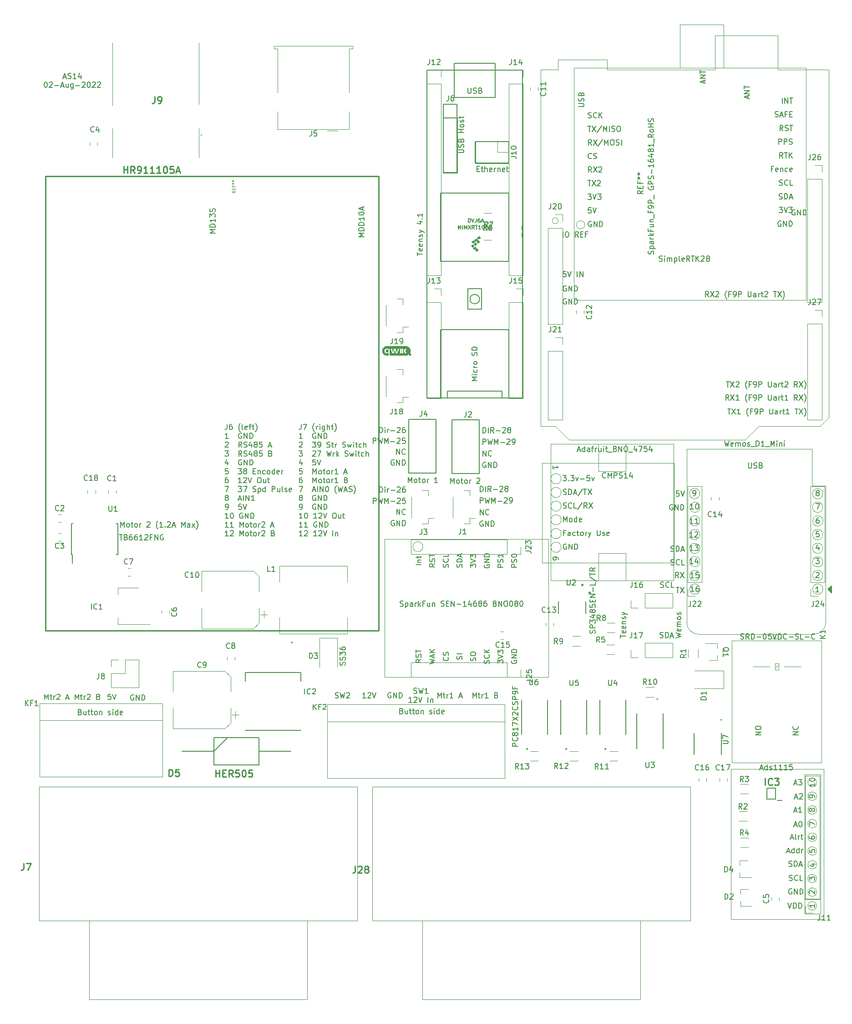
<source format=gbr>
%TF.GenerationSoftware,KiCad,Pcbnew,(5.1.10)-1*%
%TF.CreationDate,2022-08-04T08:13:07-06:00*%
%TF.ProjectId,AS14,41533134-2e6b-4696-9361-645f70636258,rev?*%
%TF.SameCoordinates,Original*%
%TF.FileFunction,Legend,Top*%
%TF.FilePolarity,Positive*%
%FSLAX46Y46*%
G04 Gerber Fmt 4.6, Leading zero omitted, Abs format (unit mm)*
G04 Created by KiCad (PCBNEW (5.1.10)-1) date 2022-08-04 08:13:07*
%MOMM*%
%LPD*%
G01*
G04 APERTURE LIST*
%ADD10C,0.150000*%
%ADD11C,0.120000*%
%ADD12C,0.127000*%
%ADD13C,0.200000*%
%ADD14C,0.100000*%
%ADD15C,0.010000*%
%ADD16C,0.254000*%
%ADD17C,0.250000*%
%ADD18C,0.015000*%
G04 APERTURE END LIST*
D10*
X134656580Y-126180552D02*
X134656580Y-125609123D01*
X135656580Y-125894838D02*
X134656580Y-125894838D01*
X135608961Y-124894838D02*
X135656580Y-124990076D01*
X135656580Y-125180552D01*
X135608961Y-125275790D01*
X135513723Y-125323409D01*
X135132771Y-125323409D01*
X135037533Y-125275790D01*
X134989914Y-125180552D01*
X134989914Y-124990076D01*
X135037533Y-124894838D01*
X135132771Y-124847219D01*
X135228009Y-124847219D01*
X135323247Y-125323409D01*
X135608961Y-124037695D02*
X135656580Y-124132933D01*
X135656580Y-124323409D01*
X135608961Y-124418647D01*
X135513723Y-124466266D01*
X135132771Y-124466266D01*
X135037533Y-124418647D01*
X134989914Y-124323409D01*
X134989914Y-124132933D01*
X135037533Y-124037695D01*
X135132771Y-123990076D01*
X135228009Y-123990076D01*
X135323247Y-124466266D01*
X134989914Y-123561504D02*
X135656580Y-123561504D01*
X135085152Y-123561504D02*
X135037533Y-123513885D01*
X134989914Y-123418647D01*
X134989914Y-123275790D01*
X135037533Y-123180552D01*
X135132771Y-123132933D01*
X135656580Y-123132933D01*
X135608961Y-122704361D02*
X135656580Y-122609123D01*
X135656580Y-122418647D01*
X135608961Y-122323409D01*
X135513723Y-122275790D01*
X135466104Y-122275790D01*
X135370866Y-122323409D01*
X135323247Y-122418647D01*
X135323247Y-122561504D01*
X135275628Y-122656742D01*
X135180390Y-122704361D01*
X135132771Y-122704361D01*
X135037533Y-122656742D01*
X134989914Y-122561504D01*
X134989914Y-122418647D01*
X135037533Y-122323409D01*
X134989914Y-121942457D02*
X135656580Y-121704361D01*
X134989914Y-121466266D02*
X135656580Y-121704361D01*
X135894676Y-121799600D01*
X135942295Y-121847219D01*
X135989914Y-121942457D01*
X144943580Y-126180552D02*
X145943580Y-125942457D01*
X145229295Y-125751980D01*
X145943580Y-125561504D01*
X144943580Y-125323409D01*
X145895961Y-124561504D02*
X145943580Y-124656742D01*
X145943580Y-124847219D01*
X145895961Y-124942457D01*
X145800723Y-124990076D01*
X145419771Y-124990076D01*
X145324533Y-124942457D01*
X145276914Y-124847219D01*
X145276914Y-124656742D01*
X145324533Y-124561504D01*
X145419771Y-124513885D01*
X145515009Y-124513885D01*
X145610247Y-124990076D01*
X145943580Y-124085314D02*
X145276914Y-124085314D01*
X145372152Y-124085314D02*
X145324533Y-124037695D01*
X145276914Y-123942457D01*
X145276914Y-123799600D01*
X145324533Y-123704361D01*
X145419771Y-123656742D01*
X145943580Y-123656742D01*
X145419771Y-123656742D02*
X145324533Y-123609123D01*
X145276914Y-123513885D01*
X145276914Y-123371028D01*
X145324533Y-123275790D01*
X145419771Y-123228171D01*
X145943580Y-123228171D01*
X145943580Y-122609123D02*
X145895961Y-122704361D01*
X145848342Y-122751980D01*
X145753104Y-122799600D01*
X145467390Y-122799600D01*
X145372152Y-122751980D01*
X145324533Y-122704361D01*
X145276914Y-122609123D01*
X145276914Y-122466266D01*
X145324533Y-122371028D01*
X145372152Y-122323409D01*
X145467390Y-122275790D01*
X145753104Y-122275790D01*
X145848342Y-122323409D01*
X145895961Y-122371028D01*
X145943580Y-122466266D01*
X145943580Y-122609123D01*
X145895961Y-121894838D02*
X145943580Y-121799600D01*
X145943580Y-121609123D01*
X145895961Y-121513885D01*
X145800723Y-121466266D01*
X145753104Y-121466266D01*
X145657866Y-121513885D01*
X145610247Y-121609123D01*
X145610247Y-121751980D01*
X145562628Y-121847219D01*
X145467390Y-121894838D01*
X145419771Y-121894838D01*
X145324533Y-121847219D01*
X145276914Y-121751980D01*
X145276914Y-121609123D01*
X145324533Y-121513885D01*
X144081713Y-112596561D02*
X144224570Y-112644180D01*
X144462666Y-112644180D01*
X144557904Y-112596561D01*
X144605523Y-112548942D01*
X144653142Y-112453704D01*
X144653142Y-112358466D01*
X144605523Y-112263228D01*
X144557904Y-112215609D01*
X144462666Y-112167990D01*
X144272190Y-112120371D01*
X144176951Y-112072752D01*
X144129332Y-112025133D01*
X144081713Y-111929895D01*
X144081713Y-111834657D01*
X144129332Y-111739419D01*
X144176951Y-111691800D01*
X144272190Y-111644180D01*
X144510285Y-111644180D01*
X144653142Y-111691800D01*
X145653142Y-112548942D02*
X145605523Y-112596561D01*
X145462666Y-112644180D01*
X145367428Y-112644180D01*
X145224570Y-112596561D01*
X145129332Y-112501323D01*
X145081713Y-112406085D01*
X145034094Y-112215609D01*
X145034094Y-112072752D01*
X145081713Y-111882276D01*
X145129332Y-111787038D01*
X145224570Y-111691800D01*
X145367428Y-111644180D01*
X145462666Y-111644180D01*
X145605523Y-111691800D01*
X145653142Y-111739419D01*
X146557904Y-112644180D02*
X146081713Y-112644180D01*
X146081713Y-111644180D01*
X144034095Y-110081961D02*
X144176952Y-110129580D01*
X144415047Y-110129580D01*
X144510285Y-110081961D01*
X144557904Y-110034342D01*
X144605523Y-109939104D01*
X144605523Y-109843866D01*
X144557904Y-109748628D01*
X144510285Y-109701009D01*
X144415047Y-109653390D01*
X144224571Y-109605771D01*
X144129333Y-109558152D01*
X144081714Y-109510533D01*
X144034095Y-109415295D01*
X144034095Y-109320057D01*
X144081714Y-109224819D01*
X144129333Y-109177200D01*
X144224571Y-109129580D01*
X144462666Y-109129580D01*
X144605523Y-109177200D01*
X145034095Y-110129580D02*
X145034095Y-109129580D01*
X145272190Y-109129580D01*
X145415047Y-109177200D01*
X145510285Y-109272438D01*
X145557904Y-109367676D01*
X145605523Y-109558152D01*
X145605523Y-109701009D01*
X145557904Y-109891485D01*
X145510285Y-109986723D01*
X145415047Y-110081961D01*
X145272190Y-110129580D01*
X145034095Y-110129580D01*
X145986476Y-109843866D02*
X146462666Y-109843866D01*
X145891238Y-110129580D02*
X146224571Y-109129580D01*
X146557904Y-110129580D01*
X158504095Y-93660980D02*
X158504095Y-94470504D01*
X158551714Y-94565742D01*
X158599333Y-94613361D01*
X158694571Y-94660980D01*
X158885047Y-94660980D01*
X158980285Y-94613361D01*
X159027904Y-94565742D01*
X159075523Y-94470504D01*
X159075523Y-93660980D01*
X159504095Y-94613361D02*
X159646952Y-94660980D01*
X159885047Y-94660980D01*
X159980285Y-94613361D01*
X160027904Y-94565742D01*
X160075523Y-94470504D01*
X160075523Y-94375266D01*
X160027904Y-94280028D01*
X159980285Y-94232409D01*
X159885047Y-94184790D01*
X159694571Y-94137171D01*
X159599333Y-94089552D01*
X159551714Y-94041933D01*
X159504095Y-93946695D01*
X159504095Y-93851457D01*
X159551714Y-93756219D01*
X159599333Y-93708600D01*
X159694571Y-93660980D01*
X159932666Y-93660980D01*
X160075523Y-93708600D01*
X160837428Y-94137171D02*
X160980285Y-94184790D01*
X161027904Y-94232409D01*
X161075523Y-94327647D01*
X161075523Y-94470504D01*
X161027904Y-94565742D01*
X160980285Y-94613361D01*
X160885047Y-94660980D01*
X160504095Y-94660980D01*
X160504095Y-93660980D01*
X160837428Y-93660980D01*
X160932666Y-93708600D01*
X160980285Y-93756219D01*
X161027904Y-93851457D01*
X161027904Y-93946695D01*
X160980285Y-94041933D01*
X160932666Y-94089552D01*
X160837428Y-94137171D01*
X160504095Y-94137171D01*
X145557904Y-98893380D02*
X145081714Y-98893380D01*
X145034095Y-99369571D01*
X145081714Y-99321952D01*
X145176952Y-99274333D01*
X145415047Y-99274333D01*
X145510285Y-99321952D01*
X145557904Y-99369571D01*
X145605523Y-99464809D01*
X145605523Y-99702904D01*
X145557904Y-99798142D01*
X145510285Y-99845761D01*
X145415047Y-99893380D01*
X145176952Y-99893380D01*
X145081714Y-99845761D01*
X145034095Y-99798142D01*
X145891238Y-98893380D02*
X146224571Y-99893380D01*
X146557904Y-98893380D01*
X144367428Y-101481000D02*
X144272190Y-101433380D01*
X144129333Y-101433380D01*
X143986475Y-101481000D01*
X143891237Y-101576238D01*
X143843618Y-101671476D01*
X143795999Y-101861952D01*
X143795999Y-102004809D01*
X143843618Y-102195285D01*
X143891237Y-102290523D01*
X143986475Y-102385761D01*
X144129333Y-102433380D01*
X144224571Y-102433380D01*
X144367428Y-102385761D01*
X144415047Y-102338142D01*
X144415047Y-102004809D01*
X144224571Y-102004809D01*
X144843618Y-102433380D02*
X144843618Y-101433380D01*
X145415047Y-102433380D01*
X145415047Y-101433380D01*
X145891237Y-102433380D02*
X145891237Y-101433380D01*
X146129333Y-101433380D01*
X146272190Y-101481000D01*
X146367428Y-101576238D01*
X146415047Y-101671476D01*
X146462666Y-101861952D01*
X146462666Y-102004809D01*
X146415047Y-102195285D01*
X146367428Y-102290523D01*
X146272190Y-102385761D01*
X146129333Y-102433380D01*
X145891237Y-102433380D01*
X61479709Y-86478780D02*
X61479709Y-87193066D01*
X61432090Y-87335923D01*
X61336852Y-87431161D01*
X61193995Y-87478780D01*
X61098757Y-87478780D01*
X62384471Y-86478780D02*
X62193995Y-86478780D01*
X62098757Y-86526400D01*
X62051138Y-86574019D01*
X61955900Y-86716876D01*
X61908280Y-86907352D01*
X61908280Y-87288304D01*
X61955900Y-87383542D01*
X62003519Y-87431161D01*
X62098757Y-87478780D01*
X62289233Y-87478780D01*
X62384471Y-87431161D01*
X62432090Y-87383542D01*
X62479709Y-87288304D01*
X62479709Y-87050209D01*
X62432090Y-86954971D01*
X62384471Y-86907352D01*
X62289233Y-86859733D01*
X62098757Y-86859733D01*
X62003519Y-86907352D01*
X61955900Y-86954971D01*
X61908280Y-87050209D01*
X63955900Y-87859733D02*
X63908280Y-87812114D01*
X63813042Y-87669257D01*
X63765423Y-87574019D01*
X63717804Y-87431161D01*
X63670185Y-87193066D01*
X63670185Y-87002590D01*
X63717804Y-86764495D01*
X63765423Y-86621638D01*
X63813042Y-86526400D01*
X63908280Y-86383542D01*
X63955900Y-86335923D01*
X64479709Y-87478780D02*
X64384471Y-87431161D01*
X64336852Y-87335923D01*
X64336852Y-86478780D01*
X65241614Y-87431161D02*
X65146376Y-87478780D01*
X64955900Y-87478780D01*
X64860661Y-87431161D01*
X64813042Y-87335923D01*
X64813042Y-86954971D01*
X64860661Y-86859733D01*
X64955900Y-86812114D01*
X65146376Y-86812114D01*
X65241614Y-86859733D01*
X65289233Y-86954971D01*
X65289233Y-87050209D01*
X64813042Y-87145447D01*
X65574947Y-86812114D02*
X65955900Y-86812114D01*
X65717804Y-87478780D02*
X65717804Y-86621638D01*
X65765423Y-86526400D01*
X65860661Y-86478780D01*
X65955900Y-86478780D01*
X66146376Y-86812114D02*
X66527328Y-86812114D01*
X66289233Y-86478780D02*
X66289233Y-87335923D01*
X66336852Y-87431161D01*
X66432090Y-87478780D01*
X66527328Y-87478780D01*
X66765423Y-87859733D02*
X66813042Y-87812114D01*
X66908280Y-87669257D01*
X66955900Y-87574019D01*
X67003519Y-87431161D01*
X67051138Y-87193066D01*
X67051138Y-87002590D01*
X67003519Y-86764495D01*
X66955900Y-86621638D01*
X66908280Y-86526400D01*
X66813042Y-86383542D01*
X66765423Y-86335923D01*
X61717804Y-89128780D02*
X61146376Y-89128780D01*
X61432090Y-89128780D02*
X61432090Y-88128780D01*
X61336852Y-88271638D01*
X61241614Y-88366876D01*
X61146376Y-88414495D01*
X64193995Y-88176400D02*
X64098757Y-88128780D01*
X63955900Y-88128780D01*
X63813042Y-88176400D01*
X63717804Y-88271638D01*
X63670185Y-88366876D01*
X63622566Y-88557352D01*
X63622566Y-88700209D01*
X63670185Y-88890685D01*
X63717804Y-88985923D01*
X63813042Y-89081161D01*
X63955900Y-89128780D01*
X64051138Y-89128780D01*
X64193995Y-89081161D01*
X64241614Y-89033542D01*
X64241614Y-88700209D01*
X64051138Y-88700209D01*
X64670185Y-89128780D02*
X64670185Y-88128780D01*
X65241614Y-89128780D01*
X65241614Y-88128780D01*
X65717804Y-89128780D02*
X65717804Y-88128780D01*
X65955900Y-88128780D01*
X66098757Y-88176400D01*
X66193995Y-88271638D01*
X66241614Y-88366876D01*
X66289233Y-88557352D01*
X66289233Y-88700209D01*
X66241614Y-88890685D01*
X66193995Y-88985923D01*
X66098757Y-89081161D01*
X65955900Y-89128780D01*
X65717804Y-89128780D01*
X61146376Y-89874019D02*
X61193995Y-89826400D01*
X61289233Y-89778780D01*
X61527328Y-89778780D01*
X61622566Y-89826400D01*
X61670185Y-89874019D01*
X61717804Y-89969257D01*
X61717804Y-90064495D01*
X61670185Y-90207352D01*
X61098757Y-90778780D01*
X61717804Y-90778780D01*
X64241614Y-90778780D02*
X63908280Y-90302590D01*
X63670185Y-90778780D02*
X63670185Y-89778780D01*
X64051138Y-89778780D01*
X64146376Y-89826400D01*
X64193995Y-89874019D01*
X64241614Y-89969257D01*
X64241614Y-90112114D01*
X64193995Y-90207352D01*
X64146376Y-90254971D01*
X64051138Y-90302590D01*
X63670185Y-90302590D01*
X64622566Y-90731161D02*
X64765423Y-90778780D01*
X65003519Y-90778780D01*
X65098757Y-90731161D01*
X65146376Y-90683542D01*
X65193995Y-90588304D01*
X65193995Y-90493066D01*
X65146376Y-90397828D01*
X65098757Y-90350209D01*
X65003519Y-90302590D01*
X64813042Y-90254971D01*
X64717804Y-90207352D01*
X64670185Y-90159733D01*
X64622566Y-90064495D01*
X64622566Y-89969257D01*
X64670185Y-89874019D01*
X64717804Y-89826400D01*
X64813042Y-89778780D01*
X65051138Y-89778780D01*
X65193995Y-89826400D01*
X66051138Y-90112114D02*
X66051138Y-90778780D01*
X65813042Y-89731161D02*
X65574947Y-90445447D01*
X66193995Y-90445447D01*
X66717804Y-90207352D02*
X66622566Y-90159733D01*
X66574947Y-90112114D01*
X66527328Y-90016876D01*
X66527328Y-89969257D01*
X66574947Y-89874019D01*
X66622566Y-89826400D01*
X66717804Y-89778780D01*
X66908280Y-89778780D01*
X67003519Y-89826400D01*
X67051138Y-89874019D01*
X67098757Y-89969257D01*
X67098757Y-90016876D01*
X67051138Y-90112114D01*
X67003519Y-90159733D01*
X66908280Y-90207352D01*
X66717804Y-90207352D01*
X66622566Y-90254971D01*
X66574947Y-90302590D01*
X66527328Y-90397828D01*
X66527328Y-90588304D01*
X66574947Y-90683542D01*
X66622566Y-90731161D01*
X66717804Y-90778780D01*
X66908280Y-90778780D01*
X67003519Y-90731161D01*
X67051138Y-90683542D01*
X67098757Y-90588304D01*
X67098757Y-90397828D01*
X67051138Y-90302590D01*
X67003519Y-90254971D01*
X66908280Y-90207352D01*
X68003519Y-89778780D02*
X67527328Y-89778780D01*
X67479709Y-90254971D01*
X67527328Y-90207352D01*
X67622566Y-90159733D01*
X67860661Y-90159733D01*
X67955900Y-90207352D01*
X68003519Y-90254971D01*
X68051138Y-90350209D01*
X68051138Y-90588304D01*
X68003519Y-90683542D01*
X67955900Y-90731161D01*
X67860661Y-90778780D01*
X67622566Y-90778780D01*
X67527328Y-90731161D01*
X67479709Y-90683542D01*
X69193995Y-90493066D02*
X69670185Y-90493066D01*
X69098757Y-90778780D02*
X69432090Y-89778780D01*
X69765423Y-90778780D01*
X61098757Y-91428780D02*
X61717804Y-91428780D01*
X61384471Y-91809733D01*
X61527328Y-91809733D01*
X61622566Y-91857352D01*
X61670185Y-91904971D01*
X61717804Y-92000209D01*
X61717804Y-92238304D01*
X61670185Y-92333542D01*
X61622566Y-92381161D01*
X61527328Y-92428780D01*
X61241614Y-92428780D01*
X61146376Y-92381161D01*
X61098757Y-92333542D01*
X64241614Y-92428780D02*
X63908280Y-91952590D01*
X63670185Y-92428780D02*
X63670185Y-91428780D01*
X64051138Y-91428780D01*
X64146376Y-91476400D01*
X64193995Y-91524019D01*
X64241614Y-91619257D01*
X64241614Y-91762114D01*
X64193995Y-91857352D01*
X64146376Y-91904971D01*
X64051138Y-91952590D01*
X63670185Y-91952590D01*
X64622566Y-92381161D02*
X64765423Y-92428780D01*
X65003519Y-92428780D01*
X65098757Y-92381161D01*
X65146376Y-92333542D01*
X65193995Y-92238304D01*
X65193995Y-92143066D01*
X65146376Y-92047828D01*
X65098757Y-92000209D01*
X65003519Y-91952590D01*
X64813042Y-91904971D01*
X64717804Y-91857352D01*
X64670185Y-91809733D01*
X64622566Y-91714495D01*
X64622566Y-91619257D01*
X64670185Y-91524019D01*
X64717804Y-91476400D01*
X64813042Y-91428780D01*
X65051138Y-91428780D01*
X65193995Y-91476400D01*
X66051138Y-91762114D02*
X66051138Y-92428780D01*
X65813042Y-91381161D02*
X65574947Y-92095447D01*
X66193995Y-92095447D01*
X66717804Y-91857352D02*
X66622566Y-91809733D01*
X66574947Y-91762114D01*
X66527328Y-91666876D01*
X66527328Y-91619257D01*
X66574947Y-91524019D01*
X66622566Y-91476400D01*
X66717804Y-91428780D01*
X66908280Y-91428780D01*
X67003519Y-91476400D01*
X67051138Y-91524019D01*
X67098757Y-91619257D01*
X67098757Y-91666876D01*
X67051138Y-91762114D01*
X67003519Y-91809733D01*
X66908280Y-91857352D01*
X66717804Y-91857352D01*
X66622566Y-91904971D01*
X66574947Y-91952590D01*
X66527328Y-92047828D01*
X66527328Y-92238304D01*
X66574947Y-92333542D01*
X66622566Y-92381161D01*
X66717804Y-92428780D01*
X66908280Y-92428780D01*
X67003519Y-92381161D01*
X67051138Y-92333542D01*
X67098757Y-92238304D01*
X67098757Y-92047828D01*
X67051138Y-91952590D01*
X67003519Y-91904971D01*
X66908280Y-91857352D01*
X68003519Y-91428780D02*
X67527328Y-91428780D01*
X67479709Y-91904971D01*
X67527328Y-91857352D01*
X67622566Y-91809733D01*
X67860661Y-91809733D01*
X67955900Y-91857352D01*
X68003519Y-91904971D01*
X68051138Y-92000209D01*
X68051138Y-92238304D01*
X68003519Y-92333542D01*
X67955900Y-92381161D01*
X67860661Y-92428780D01*
X67622566Y-92428780D01*
X67527328Y-92381161D01*
X67479709Y-92333542D01*
X69574947Y-91904971D02*
X69717804Y-91952590D01*
X69765423Y-92000209D01*
X69813042Y-92095447D01*
X69813042Y-92238304D01*
X69765423Y-92333542D01*
X69717804Y-92381161D01*
X69622566Y-92428780D01*
X69241614Y-92428780D01*
X69241614Y-91428780D01*
X69574947Y-91428780D01*
X69670185Y-91476400D01*
X69717804Y-91524019D01*
X69765423Y-91619257D01*
X69765423Y-91714495D01*
X69717804Y-91809733D01*
X69670185Y-91857352D01*
X69574947Y-91904971D01*
X69241614Y-91904971D01*
X61622566Y-93412114D02*
X61622566Y-94078780D01*
X61384471Y-93031161D02*
X61146376Y-93745447D01*
X61765423Y-93745447D01*
X64193995Y-93126400D02*
X64098757Y-93078780D01*
X63955900Y-93078780D01*
X63813042Y-93126400D01*
X63717804Y-93221638D01*
X63670185Y-93316876D01*
X63622566Y-93507352D01*
X63622566Y-93650209D01*
X63670185Y-93840685D01*
X63717804Y-93935923D01*
X63813042Y-94031161D01*
X63955900Y-94078780D01*
X64051138Y-94078780D01*
X64193995Y-94031161D01*
X64241614Y-93983542D01*
X64241614Y-93650209D01*
X64051138Y-93650209D01*
X64670185Y-94078780D02*
X64670185Y-93078780D01*
X65241614Y-94078780D01*
X65241614Y-93078780D01*
X65717804Y-94078780D02*
X65717804Y-93078780D01*
X65955900Y-93078780D01*
X66098757Y-93126400D01*
X66193995Y-93221638D01*
X66241614Y-93316876D01*
X66289233Y-93507352D01*
X66289233Y-93650209D01*
X66241614Y-93840685D01*
X66193995Y-93935923D01*
X66098757Y-94031161D01*
X65955900Y-94078780D01*
X65717804Y-94078780D01*
X61670185Y-94728780D02*
X61193995Y-94728780D01*
X61146376Y-95204971D01*
X61193995Y-95157352D01*
X61289233Y-95109733D01*
X61527328Y-95109733D01*
X61622566Y-95157352D01*
X61670185Y-95204971D01*
X61717804Y-95300209D01*
X61717804Y-95538304D01*
X61670185Y-95633542D01*
X61622566Y-95681161D01*
X61527328Y-95728780D01*
X61289233Y-95728780D01*
X61193995Y-95681161D01*
X61146376Y-95633542D01*
X63574947Y-94728780D02*
X64193995Y-94728780D01*
X63860661Y-95109733D01*
X64003519Y-95109733D01*
X64098757Y-95157352D01*
X64146376Y-95204971D01*
X64193995Y-95300209D01*
X64193995Y-95538304D01*
X64146376Y-95633542D01*
X64098757Y-95681161D01*
X64003519Y-95728780D01*
X63717804Y-95728780D01*
X63622566Y-95681161D01*
X63574947Y-95633542D01*
X64765423Y-95157352D02*
X64670185Y-95109733D01*
X64622566Y-95062114D01*
X64574947Y-94966876D01*
X64574947Y-94919257D01*
X64622566Y-94824019D01*
X64670185Y-94776400D01*
X64765423Y-94728780D01*
X64955900Y-94728780D01*
X65051138Y-94776400D01*
X65098757Y-94824019D01*
X65146376Y-94919257D01*
X65146376Y-94966876D01*
X65098757Y-95062114D01*
X65051138Y-95109733D01*
X64955900Y-95157352D01*
X64765423Y-95157352D01*
X64670185Y-95204971D01*
X64622566Y-95252590D01*
X64574947Y-95347828D01*
X64574947Y-95538304D01*
X64622566Y-95633542D01*
X64670185Y-95681161D01*
X64765423Y-95728780D01*
X64955900Y-95728780D01*
X65051138Y-95681161D01*
X65098757Y-95633542D01*
X65146376Y-95538304D01*
X65146376Y-95347828D01*
X65098757Y-95252590D01*
X65051138Y-95204971D01*
X64955900Y-95157352D01*
X66336852Y-95204971D02*
X66670185Y-95204971D01*
X66813042Y-95728780D02*
X66336852Y-95728780D01*
X66336852Y-94728780D01*
X66813042Y-94728780D01*
X67241614Y-95062114D02*
X67241614Y-95728780D01*
X67241614Y-95157352D02*
X67289233Y-95109733D01*
X67384471Y-95062114D01*
X67527328Y-95062114D01*
X67622566Y-95109733D01*
X67670185Y-95204971D01*
X67670185Y-95728780D01*
X68574947Y-95681161D02*
X68479709Y-95728780D01*
X68289233Y-95728780D01*
X68193995Y-95681161D01*
X68146376Y-95633542D01*
X68098757Y-95538304D01*
X68098757Y-95252590D01*
X68146376Y-95157352D01*
X68193995Y-95109733D01*
X68289233Y-95062114D01*
X68479709Y-95062114D01*
X68574947Y-95109733D01*
X69146376Y-95728780D02*
X69051138Y-95681161D01*
X69003519Y-95633542D01*
X68955900Y-95538304D01*
X68955900Y-95252590D01*
X69003519Y-95157352D01*
X69051138Y-95109733D01*
X69146376Y-95062114D01*
X69289233Y-95062114D01*
X69384471Y-95109733D01*
X69432090Y-95157352D01*
X69479709Y-95252590D01*
X69479709Y-95538304D01*
X69432090Y-95633542D01*
X69384471Y-95681161D01*
X69289233Y-95728780D01*
X69146376Y-95728780D01*
X70336852Y-95728780D02*
X70336852Y-94728780D01*
X70336852Y-95681161D02*
X70241614Y-95728780D01*
X70051138Y-95728780D01*
X69955900Y-95681161D01*
X69908280Y-95633542D01*
X69860661Y-95538304D01*
X69860661Y-95252590D01*
X69908280Y-95157352D01*
X69955900Y-95109733D01*
X70051138Y-95062114D01*
X70241614Y-95062114D01*
X70336852Y-95109733D01*
X71193995Y-95681161D02*
X71098757Y-95728780D01*
X70908280Y-95728780D01*
X70813042Y-95681161D01*
X70765423Y-95585923D01*
X70765423Y-95204971D01*
X70813042Y-95109733D01*
X70908280Y-95062114D01*
X71098757Y-95062114D01*
X71193995Y-95109733D01*
X71241614Y-95204971D01*
X71241614Y-95300209D01*
X70765423Y-95395447D01*
X71670185Y-95728780D02*
X71670185Y-95062114D01*
X71670185Y-95252590D02*
X71717804Y-95157352D01*
X71765423Y-95109733D01*
X71860661Y-95062114D01*
X71955900Y-95062114D01*
X61622566Y-96378780D02*
X61432090Y-96378780D01*
X61336852Y-96426400D01*
X61289233Y-96474019D01*
X61193995Y-96616876D01*
X61146376Y-96807352D01*
X61146376Y-97188304D01*
X61193995Y-97283542D01*
X61241614Y-97331161D01*
X61336852Y-97378780D01*
X61527328Y-97378780D01*
X61622566Y-97331161D01*
X61670185Y-97283542D01*
X61717804Y-97188304D01*
X61717804Y-96950209D01*
X61670185Y-96854971D01*
X61622566Y-96807352D01*
X61527328Y-96759733D01*
X61336852Y-96759733D01*
X61241614Y-96807352D01*
X61193995Y-96854971D01*
X61146376Y-96950209D01*
X64193995Y-97378780D02*
X63622566Y-97378780D01*
X63908280Y-97378780D02*
X63908280Y-96378780D01*
X63813042Y-96521638D01*
X63717804Y-96616876D01*
X63622566Y-96664495D01*
X64574947Y-96474019D02*
X64622566Y-96426400D01*
X64717804Y-96378780D01*
X64955900Y-96378780D01*
X65051138Y-96426400D01*
X65098757Y-96474019D01*
X65146376Y-96569257D01*
X65146376Y-96664495D01*
X65098757Y-96807352D01*
X64527328Y-97378780D01*
X65146376Y-97378780D01*
X65432090Y-96378780D02*
X65765423Y-97378780D01*
X66098757Y-96378780D01*
X67384471Y-96378780D02*
X67574947Y-96378780D01*
X67670185Y-96426400D01*
X67765423Y-96521638D01*
X67813042Y-96712114D01*
X67813042Y-97045447D01*
X67765423Y-97235923D01*
X67670185Y-97331161D01*
X67574947Y-97378780D01*
X67384471Y-97378780D01*
X67289233Y-97331161D01*
X67193995Y-97235923D01*
X67146376Y-97045447D01*
X67146376Y-96712114D01*
X67193995Y-96521638D01*
X67289233Y-96426400D01*
X67384471Y-96378780D01*
X68670185Y-96712114D02*
X68670185Y-97378780D01*
X68241614Y-96712114D02*
X68241614Y-97235923D01*
X68289233Y-97331161D01*
X68384471Y-97378780D01*
X68527328Y-97378780D01*
X68622566Y-97331161D01*
X68670185Y-97283542D01*
X69003519Y-96712114D02*
X69384471Y-96712114D01*
X69146376Y-96378780D02*
X69146376Y-97235923D01*
X69193995Y-97331161D01*
X69289233Y-97378780D01*
X69384471Y-97378780D01*
X61098757Y-98028780D02*
X61765423Y-98028780D01*
X61336852Y-99028780D01*
X63574947Y-98028780D02*
X64193995Y-98028780D01*
X63860661Y-98409733D01*
X64003519Y-98409733D01*
X64098757Y-98457352D01*
X64146376Y-98504971D01*
X64193995Y-98600209D01*
X64193995Y-98838304D01*
X64146376Y-98933542D01*
X64098757Y-98981161D01*
X64003519Y-99028780D01*
X63717804Y-99028780D01*
X63622566Y-98981161D01*
X63574947Y-98933542D01*
X64527328Y-98028780D02*
X65193995Y-98028780D01*
X64765423Y-99028780D01*
X66289233Y-98981161D02*
X66432090Y-99028780D01*
X66670185Y-99028780D01*
X66765423Y-98981161D01*
X66813042Y-98933542D01*
X66860661Y-98838304D01*
X66860661Y-98743066D01*
X66813042Y-98647828D01*
X66765423Y-98600209D01*
X66670185Y-98552590D01*
X66479709Y-98504971D01*
X66384471Y-98457352D01*
X66336852Y-98409733D01*
X66289233Y-98314495D01*
X66289233Y-98219257D01*
X66336852Y-98124019D01*
X66384471Y-98076400D01*
X66479709Y-98028780D01*
X66717804Y-98028780D01*
X66860661Y-98076400D01*
X67289233Y-98362114D02*
X67289233Y-99362114D01*
X67289233Y-98409733D02*
X67384471Y-98362114D01*
X67574947Y-98362114D01*
X67670185Y-98409733D01*
X67717804Y-98457352D01*
X67765423Y-98552590D01*
X67765423Y-98838304D01*
X67717804Y-98933542D01*
X67670185Y-98981161D01*
X67574947Y-99028780D01*
X67384471Y-99028780D01*
X67289233Y-98981161D01*
X68622566Y-99028780D02*
X68622566Y-98028780D01*
X68622566Y-98981161D02*
X68527328Y-99028780D01*
X68336852Y-99028780D01*
X68241614Y-98981161D01*
X68193995Y-98933542D01*
X68146376Y-98838304D01*
X68146376Y-98552590D01*
X68193995Y-98457352D01*
X68241614Y-98409733D01*
X68336852Y-98362114D01*
X68527328Y-98362114D01*
X68622566Y-98409733D01*
X69860661Y-99028780D02*
X69860661Y-98028780D01*
X70241614Y-98028780D01*
X70336852Y-98076400D01*
X70384471Y-98124019D01*
X70432090Y-98219257D01*
X70432090Y-98362114D01*
X70384471Y-98457352D01*
X70336852Y-98504971D01*
X70241614Y-98552590D01*
X69860661Y-98552590D01*
X71289233Y-98362114D02*
X71289233Y-99028780D01*
X70860661Y-98362114D02*
X70860661Y-98885923D01*
X70908280Y-98981161D01*
X71003519Y-99028780D01*
X71146376Y-99028780D01*
X71241614Y-98981161D01*
X71289233Y-98933542D01*
X71908280Y-99028780D02*
X71813042Y-98981161D01*
X71765423Y-98885923D01*
X71765423Y-98028780D01*
X72241614Y-98981161D02*
X72336852Y-99028780D01*
X72527328Y-99028780D01*
X72622566Y-98981161D01*
X72670185Y-98885923D01*
X72670185Y-98838304D01*
X72622566Y-98743066D01*
X72527328Y-98695447D01*
X72384471Y-98695447D01*
X72289233Y-98647828D01*
X72241614Y-98552590D01*
X72241614Y-98504971D01*
X72289233Y-98409733D01*
X72384471Y-98362114D01*
X72527328Y-98362114D01*
X72622566Y-98409733D01*
X73479709Y-98981161D02*
X73384471Y-99028780D01*
X73193995Y-99028780D01*
X73098757Y-98981161D01*
X73051138Y-98885923D01*
X73051138Y-98504971D01*
X73098757Y-98409733D01*
X73193995Y-98362114D01*
X73384471Y-98362114D01*
X73479709Y-98409733D01*
X73527328Y-98504971D01*
X73527328Y-98600209D01*
X73051138Y-98695447D01*
X61336852Y-100107352D02*
X61241614Y-100059733D01*
X61193995Y-100012114D01*
X61146376Y-99916876D01*
X61146376Y-99869257D01*
X61193995Y-99774019D01*
X61241614Y-99726400D01*
X61336852Y-99678780D01*
X61527328Y-99678780D01*
X61622566Y-99726400D01*
X61670185Y-99774019D01*
X61717804Y-99869257D01*
X61717804Y-99916876D01*
X61670185Y-100012114D01*
X61622566Y-100059733D01*
X61527328Y-100107352D01*
X61336852Y-100107352D01*
X61241614Y-100154971D01*
X61193995Y-100202590D01*
X61146376Y-100297828D01*
X61146376Y-100488304D01*
X61193995Y-100583542D01*
X61241614Y-100631161D01*
X61336852Y-100678780D01*
X61527328Y-100678780D01*
X61622566Y-100631161D01*
X61670185Y-100583542D01*
X61717804Y-100488304D01*
X61717804Y-100297828D01*
X61670185Y-100202590D01*
X61622566Y-100154971D01*
X61527328Y-100107352D01*
X63622566Y-100393066D02*
X64098757Y-100393066D01*
X63527328Y-100678780D02*
X63860661Y-99678780D01*
X64193995Y-100678780D01*
X64527328Y-100678780D02*
X64527328Y-99678780D01*
X65003519Y-100678780D02*
X65003519Y-99678780D01*
X65574947Y-100678780D01*
X65574947Y-99678780D01*
X66574947Y-100678780D02*
X66003519Y-100678780D01*
X66289233Y-100678780D02*
X66289233Y-99678780D01*
X66193995Y-99821638D01*
X66098757Y-99916876D01*
X66003519Y-99964495D01*
X61241614Y-102328780D02*
X61432090Y-102328780D01*
X61527328Y-102281161D01*
X61574947Y-102233542D01*
X61670185Y-102090685D01*
X61717804Y-101900209D01*
X61717804Y-101519257D01*
X61670185Y-101424019D01*
X61622566Y-101376400D01*
X61527328Y-101328780D01*
X61336852Y-101328780D01*
X61241614Y-101376400D01*
X61193995Y-101424019D01*
X61146376Y-101519257D01*
X61146376Y-101757352D01*
X61193995Y-101852590D01*
X61241614Y-101900209D01*
X61336852Y-101947828D01*
X61527328Y-101947828D01*
X61622566Y-101900209D01*
X61670185Y-101852590D01*
X61717804Y-101757352D01*
X64146376Y-101328780D02*
X63670185Y-101328780D01*
X63622566Y-101804971D01*
X63670185Y-101757352D01*
X63765423Y-101709733D01*
X64003519Y-101709733D01*
X64098757Y-101757352D01*
X64146376Y-101804971D01*
X64193995Y-101900209D01*
X64193995Y-102138304D01*
X64146376Y-102233542D01*
X64098757Y-102281161D01*
X64003519Y-102328780D01*
X63765423Y-102328780D01*
X63670185Y-102281161D01*
X63622566Y-102233542D01*
X64479709Y-101328780D02*
X64813042Y-102328780D01*
X65146376Y-101328780D01*
X61717804Y-103978780D02*
X61146376Y-103978780D01*
X61432090Y-103978780D02*
X61432090Y-102978780D01*
X61336852Y-103121638D01*
X61241614Y-103216876D01*
X61146376Y-103264495D01*
X62336852Y-102978780D02*
X62432090Y-102978780D01*
X62527328Y-103026400D01*
X62574947Y-103074019D01*
X62622566Y-103169257D01*
X62670185Y-103359733D01*
X62670185Y-103597828D01*
X62622566Y-103788304D01*
X62574947Y-103883542D01*
X62527328Y-103931161D01*
X62432090Y-103978780D01*
X62336852Y-103978780D01*
X62241614Y-103931161D01*
X62193995Y-103883542D01*
X62146376Y-103788304D01*
X62098757Y-103597828D01*
X62098757Y-103359733D01*
X62146376Y-103169257D01*
X62193995Y-103074019D01*
X62241614Y-103026400D01*
X62336852Y-102978780D01*
X64384471Y-103026400D02*
X64289233Y-102978780D01*
X64146376Y-102978780D01*
X64003519Y-103026400D01*
X63908280Y-103121638D01*
X63860661Y-103216876D01*
X63813042Y-103407352D01*
X63813042Y-103550209D01*
X63860661Y-103740685D01*
X63908280Y-103835923D01*
X64003519Y-103931161D01*
X64146376Y-103978780D01*
X64241614Y-103978780D01*
X64384471Y-103931161D01*
X64432090Y-103883542D01*
X64432090Y-103550209D01*
X64241614Y-103550209D01*
X64860661Y-103978780D02*
X64860661Y-102978780D01*
X65432090Y-103978780D01*
X65432090Y-102978780D01*
X65908280Y-103978780D02*
X65908280Y-102978780D01*
X66146376Y-102978780D01*
X66289233Y-103026400D01*
X66384471Y-103121638D01*
X66432090Y-103216876D01*
X66479709Y-103407352D01*
X66479709Y-103550209D01*
X66432090Y-103740685D01*
X66384471Y-103835923D01*
X66289233Y-103931161D01*
X66146376Y-103978780D01*
X65908280Y-103978780D01*
X61717804Y-105628780D02*
X61146376Y-105628780D01*
X61432090Y-105628780D02*
X61432090Y-104628780D01*
X61336852Y-104771638D01*
X61241614Y-104866876D01*
X61146376Y-104914495D01*
X62670185Y-105628780D02*
X62098757Y-105628780D01*
X62384471Y-105628780D02*
X62384471Y-104628780D01*
X62289233Y-104771638D01*
X62193995Y-104866876D01*
X62098757Y-104914495D01*
X63860661Y-105628780D02*
X63860661Y-104628780D01*
X64193995Y-105343066D01*
X64527328Y-104628780D01*
X64527328Y-105628780D01*
X65146376Y-105628780D02*
X65051138Y-105581161D01*
X65003519Y-105533542D01*
X64955900Y-105438304D01*
X64955900Y-105152590D01*
X65003519Y-105057352D01*
X65051138Y-105009733D01*
X65146376Y-104962114D01*
X65289233Y-104962114D01*
X65384471Y-105009733D01*
X65432090Y-105057352D01*
X65479709Y-105152590D01*
X65479709Y-105438304D01*
X65432090Y-105533542D01*
X65384471Y-105581161D01*
X65289233Y-105628780D01*
X65146376Y-105628780D01*
X65765423Y-104962114D02*
X66146376Y-104962114D01*
X65908280Y-104628780D02*
X65908280Y-105485923D01*
X65955900Y-105581161D01*
X66051138Y-105628780D01*
X66146376Y-105628780D01*
X66622566Y-105628780D02*
X66527328Y-105581161D01*
X66479709Y-105533542D01*
X66432090Y-105438304D01*
X66432090Y-105152590D01*
X66479709Y-105057352D01*
X66527328Y-105009733D01*
X66622566Y-104962114D01*
X66765423Y-104962114D01*
X66860661Y-105009733D01*
X66908280Y-105057352D01*
X66955900Y-105152590D01*
X66955900Y-105438304D01*
X66908280Y-105533542D01*
X66860661Y-105581161D01*
X66765423Y-105628780D01*
X66622566Y-105628780D01*
X67384471Y-105628780D02*
X67384471Y-104962114D01*
X67384471Y-105152590D02*
X67432090Y-105057352D01*
X67479709Y-105009733D01*
X67574947Y-104962114D01*
X67670185Y-104962114D01*
X67955900Y-104724019D02*
X68003519Y-104676400D01*
X68098757Y-104628780D01*
X68336852Y-104628780D01*
X68432090Y-104676400D01*
X68479709Y-104724019D01*
X68527328Y-104819257D01*
X68527328Y-104914495D01*
X68479709Y-105057352D01*
X67908280Y-105628780D01*
X68527328Y-105628780D01*
X69670185Y-105343066D02*
X70146376Y-105343066D01*
X69574947Y-105628780D02*
X69908280Y-104628780D01*
X70241614Y-105628780D01*
X61717804Y-107278780D02*
X61146376Y-107278780D01*
X61432090Y-107278780D02*
X61432090Y-106278780D01*
X61336852Y-106421638D01*
X61241614Y-106516876D01*
X61146376Y-106564495D01*
X62098757Y-106374019D02*
X62146376Y-106326400D01*
X62241614Y-106278780D01*
X62479709Y-106278780D01*
X62574947Y-106326400D01*
X62622566Y-106374019D01*
X62670185Y-106469257D01*
X62670185Y-106564495D01*
X62622566Y-106707352D01*
X62051138Y-107278780D01*
X62670185Y-107278780D01*
X63860661Y-107278780D02*
X63860661Y-106278780D01*
X64193995Y-106993066D01*
X64527328Y-106278780D01*
X64527328Y-107278780D01*
X65146376Y-107278780D02*
X65051138Y-107231161D01*
X65003519Y-107183542D01*
X64955900Y-107088304D01*
X64955900Y-106802590D01*
X65003519Y-106707352D01*
X65051138Y-106659733D01*
X65146376Y-106612114D01*
X65289233Y-106612114D01*
X65384471Y-106659733D01*
X65432090Y-106707352D01*
X65479709Y-106802590D01*
X65479709Y-107088304D01*
X65432090Y-107183542D01*
X65384471Y-107231161D01*
X65289233Y-107278780D01*
X65146376Y-107278780D01*
X65765423Y-106612114D02*
X66146376Y-106612114D01*
X65908280Y-106278780D02*
X65908280Y-107135923D01*
X65955900Y-107231161D01*
X66051138Y-107278780D01*
X66146376Y-107278780D01*
X66622566Y-107278780D02*
X66527328Y-107231161D01*
X66479709Y-107183542D01*
X66432090Y-107088304D01*
X66432090Y-106802590D01*
X66479709Y-106707352D01*
X66527328Y-106659733D01*
X66622566Y-106612114D01*
X66765423Y-106612114D01*
X66860661Y-106659733D01*
X66908280Y-106707352D01*
X66955900Y-106802590D01*
X66955900Y-107088304D01*
X66908280Y-107183542D01*
X66860661Y-107231161D01*
X66765423Y-107278780D01*
X66622566Y-107278780D01*
X67384471Y-107278780D02*
X67384471Y-106612114D01*
X67384471Y-106802590D02*
X67432090Y-106707352D01*
X67479709Y-106659733D01*
X67574947Y-106612114D01*
X67670185Y-106612114D01*
X67955900Y-106374019D02*
X68003519Y-106326400D01*
X68098757Y-106278780D01*
X68336852Y-106278780D01*
X68432090Y-106326400D01*
X68479709Y-106374019D01*
X68527328Y-106469257D01*
X68527328Y-106564495D01*
X68479709Y-106707352D01*
X67908280Y-107278780D01*
X68527328Y-107278780D01*
X70051138Y-106754971D02*
X70193995Y-106802590D01*
X70241614Y-106850209D01*
X70289233Y-106945447D01*
X70289233Y-107088304D01*
X70241614Y-107183542D01*
X70193995Y-107231161D01*
X70098757Y-107278780D01*
X69717804Y-107278780D01*
X69717804Y-106278780D01*
X70051138Y-106278780D01*
X70146376Y-106326400D01*
X70193995Y-106374019D01*
X70241614Y-106469257D01*
X70241614Y-106564495D01*
X70193995Y-106659733D01*
X70146376Y-106707352D01*
X70051138Y-106754971D01*
X69717804Y-106754971D01*
X109077285Y-92400380D02*
X109077285Y-91400380D01*
X109648714Y-92400380D01*
X109648714Y-91400380D01*
X110696333Y-92305142D02*
X110648714Y-92352761D01*
X110505857Y-92400380D01*
X110410619Y-92400380D01*
X110267761Y-92352761D01*
X110172523Y-92257523D01*
X110124904Y-92162285D01*
X110077285Y-91971809D01*
X110077285Y-91828952D01*
X110124904Y-91638476D01*
X110172523Y-91543238D01*
X110267761Y-91448000D01*
X110410619Y-91400380D01*
X110505857Y-91400380D01*
X110648714Y-91448000D01*
X110696333Y-91495619D01*
X109077286Y-88082380D02*
X109077286Y-87082380D01*
X109315381Y-87082380D01*
X109458238Y-87130000D01*
X109553476Y-87225238D01*
X109601095Y-87320476D01*
X109648715Y-87510952D01*
X109648715Y-87653809D01*
X109601095Y-87844285D01*
X109553476Y-87939523D01*
X109458238Y-88034761D01*
X109315381Y-88082380D01*
X109077286Y-88082380D01*
X110077286Y-88082380D02*
X110077286Y-87082380D01*
X111124905Y-88082380D02*
X110791572Y-87606190D01*
X110553476Y-88082380D02*
X110553476Y-87082380D01*
X110934429Y-87082380D01*
X111029667Y-87130000D01*
X111077286Y-87177619D01*
X111124905Y-87272857D01*
X111124905Y-87415714D01*
X111077286Y-87510952D01*
X111029667Y-87558571D01*
X110934429Y-87606190D01*
X110553476Y-87606190D01*
X111553476Y-87701428D02*
X112315381Y-87701428D01*
X112743953Y-87177619D02*
X112791572Y-87130000D01*
X112886810Y-87082380D01*
X113124905Y-87082380D01*
X113220143Y-87130000D01*
X113267762Y-87177619D01*
X113315381Y-87272857D01*
X113315381Y-87368095D01*
X113267762Y-87510952D01*
X112696334Y-88082380D01*
X113315381Y-88082380D01*
X113886810Y-87510952D02*
X113791572Y-87463333D01*
X113743953Y-87415714D01*
X113696334Y-87320476D01*
X113696334Y-87272857D01*
X113743953Y-87177619D01*
X113791572Y-87130000D01*
X113886810Y-87082380D01*
X114077286Y-87082380D01*
X114172524Y-87130000D01*
X114220143Y-87177619D01*
X114267762Y-87272857D01*
X114267762Y-87320476D01*
X114220143Y-87415714D01*
X114172524Y-87463333D01*
X114077286Y-87510952D01*
X113886810Y-87510952D01*
X113791572Y-87558571D01*
X113743953Y-87606190D01*
X113696334Y-87701428D01*
X113696334Y-87891904D01*
X113743953Y-87987142D01*
X113791572Y-88034761D01*
X113886810Y-88082380D01*
X114077286Y-88082380D01*
X114172524Y-88034761D01*
X114220143Y-87987142D01*
X114267762Y-87891904D01*
X114267762Y-87701428D01*
X114220143Y-87606190D01*
X114172524Y-87558571D01*
X114077286Y-87510952D01*
X109077285Y-90241380D02*
X109077285Y-89241380D01*
X109458237Y-89241380D01*
X109553476Y-89289000D01*
X109601095Y-89336619D01*
X109648714Y-89431857D01*
X109648714Y-89574714D01*
X109601095Y-89669952D01*
X109553476Y-89717571D01*
X109458237Y-89765190D01*
X109077285Y-89765190D01*
X109982047Y-89241380D02*
X110220142Y-90241380D01*
X110410618Y-89527095D01*
X110601095Y-90241380D01*
X110839190Y-89241380D01*
X111220142Y-90241380D02*
X111220142Y-89241380D01*
X111553476Y-89955666D01*
X111886809Y-89241380D01*
X111886809Y-90241380D01*
X112362999Y-89860428D02*
X113124904Y-89860428D01*
X113553476Y-89336619D02*
X113601095Y-89289000D01*
X113696333Y-89241380D01*
X113934428Y-89241380D01*
X114029666Y-89289000D01*
X114077285Y-89336619D01*
X114124904Y-89431857D01*
X114124904Y-89527095D01*
X114077285Y-89669952D01*
X113505856Y-90241380D01*
X114124904Y-90241380D01*
X114601095Y-90241380D02*
X114791571Y-90241380D01*
X114886809Y-90193761D01*
X114934428Y-90146142D01*
X115029666Y-90003285D01*
X115077285Y-89812809D01*
X115077285Y-89431857D01*
X115029666Y-89336619D01*
X114982047Y-89289000D01*
X114886809Y-89241380D01*
X114696333Y-89241380D01*
X114601095Y-89289000D01*
X114553476Y-89336619D01*
X114505856Y-89431857D01*
X114505856Y-89669952D01*
X114553476Y-89765190D01*
X114601095Y-89812809D01*
X114696333Y-89860428D01*
X114886809Y-89860428D01*
X114982047Y-89812809D01*
X115029666Y-89765190D01*
X115077285Y-89669952D01*
X109601095Y-93607000D02*
X109505857Y-93559380D01*
X109363000Y-93559380D01*
X109220142Y-93607000D01*
X109124904Y-93702238D01*
X109077285Y-93797476D01*
X109029666Y-93987952D01*
X109029666Y-94130809D01*
X109077285Y-94321285D01*
X109124904Y-94416523D01*
X109220142Y-94511761D01*
X109363000Y-94559380D01*
X109458238Y-94559380D01*
X109601095Y-94511761D01*
X109648714Y-94464142D01*
X109648714Y-94130809D01*
X109458238Y-94130809D01*
X110077285Y-94559380D02*
X110077285Y-93559380D01*
X110648714Y-94559380D01*
X110648714Y-93559380D01*
X111124904Y-94559380D02*
X111124904Y-93559380D01*
X111363000Y-93559380D01*
X111505857Y-93607000D01*
X111601095Y-93702238D01*
X111648714Y-93797476D01*
X111696333Y-93987952D01*
X111696333Y-94130809D01*
X111648714Y-94321285D01*
X111601095Y-94416523D01*
X111505857Y-94511761D01*
X111363000Y-94559380D01*
X111124904Y-94559380D01*
X109093095Y-104529000D02*
X108997857Y-104481380D01*
X108855000Y-104481380D01*
X108712142Y-104529000D01*
X108616904Y-104624238D01*
X108569285Y-104719476D01*
X108521666Y-104909952D01*
X108521666Y-105052809D01*
X108569285Y-105243285D01*
X108616904Y-105338523D01*
X108712142Y-105433761D01*
X108855000Y-105481380D01*
X108950238Y-105481380D01*
X109093095Y-105433761D01*
X109140714Y-105386142D01*
X109140714Y-105052809D01*
X108950238Y-105052809D01*
X109569285Y-105481380D02*
X109569285Y-104481380D01*
X110140714Y-105481380D01*
X110140714Y-104481380D01*
X110616904Y-105481380D02*
X110616904Y-104481380D01*
X110855000Y-104481380D01*
X110997857Y-104529000D01*
X111093095Y-104624238D01*
X111140714Y-104719476D01*
X111188333Y-104909952D01*
X111188333Y-105052809D01*
X111140714Y-105243285D01*
X111093095Y-105338523D01*
X110997857Y-105433761D01*
X110855000Y-105481380D01*
X110616904Y-105481380D01*
X108569285Y-103322380D02*
X108569285Y-102322380D01*
X109140714Y-103322380D01*
X109140714Y-102322380D01*
X110188333Y-103227142D02*
X110140714Y-103274761D01*
X109997857Y-103322380D01*
X109902619Y-103322380D01*
X109759761Y-103274761D01*
X109664523Y-103179523D01*
X109616904Y-103084285D01*
X109569285Y-102893809D01*
X109569285Y-102750952D01*
X109616904Y-102560476D01*
X109664523Y-102465238D01*
X109759761Y-102370000D01*
X109902619Y-102322380D01*
X109997857Y-102322380D01*
X110140714Y-102370000D01*
X110188333Y-102417619D01*
X108569285Y-101163380D02*
X108569285Y-100163380D01*
X108950237Y-100163380D01*
X109045476Y-100211000D01*
X109093095Y-100258619D01*
X109140714Y-100353857D01*
X109140714Y-100496714D01*
X109093095Y-100591952D01*
X109045476Y-100639571D01*
X108950237Y-100687190D01*
X108569285Y-100687190D01*
X109474047Y-100163380D02*
X109712142Y-101163380D01*
X109902618Y-100449095D01*
X110093095Y-101163380D01*
X110331190Y-100163380D01*
X110712142Y-101163380D02*
X110712142Y-100163380D01*
X111045476Y-100877666D01*
X111378809Y-100163380D01*
X111378809Y-101163380D01*
X111854999Y-100782428D02*
X112616904Y-100782428D01*
X113045476Y-100258619D02*
X113093095Y-100211000D01*
X113188333Y-100163380D01*
X113426428Y-100163380D01*
X113521666Y-100211000D01*
X113569285Y-100258619D01*
X113616904Y-100353857D01*
X113616904Y-100449095D01*
X113569285Y-100591952D01*
X112997856Y-101163380D01*
X113616904Y-101163380D01*
X114093095Y-101163380D02*
X114283571Y-101163380D01*
X114378809Y-101115761D01*
X114426428Y-101068142D01*
X114521666Y-100925285D01*
X114569285Y-100734809D01*
X114569285Y-100353857D01*
X114521666Y-100258619D01*
X114474047Y-100211000D01*
X114378809Y-100163380D01*
X114188333Y-100163380D01*
X114093095Y-100211000D01*
X114045476Y-100258619D01*
X113997856Y-100353857D01*
X113997856Y-100591952D01*
X114045476Y-100687190D01*
X114093095Y-100734809D01*
X114188333Y-100782428D01*
X114378809Y-100782428D01*
X114474047Y-100734809D01*
X114521666Y-100687190D01*
X114569285Y-100591952D01*
X108569286Y-99004380D02*
X108569286Y-98004380D01*
X108807381Y-98004380D01*
X108950238Y-98052000D01*
X109045476Y-98147238D01*
X109093095Y-98242476D01*
X109140715Y-98432952D01*
X109140715Y-98575809D01*
X109093095Y-98766285D01*
X109045476Y-98861523D01*
X108950238Y-98956761D01*
X108807381Y-99004380D01*
X108569286Y-99004380D01*
X109569286Y-99004380D02*
X109569286Y-98004380D01*
X110616905Y-99004380D02*
X110283572Y-98528190D01*
X110045476Y-99004380D02*
X110045476Y-98004380D01*
X110426429Y-98004380D01*
X110521667Y-98052000D01*
X110569286Y-98099619D01*
X110616905Y-98194857D01*
X110616905Y-98337714D01*
X110569286Y-98432952D01*
X110521667Y-98480571D01*
X110426429Y-98528190D01*
X110045476Y-98528190D01*
X111045476Y-98623428D02*
X111807381Y-98623428D01*
X112235953Y-98099619D02*
X112283572Y-98052000D01*
X112378810Y-98004380D01*
X112616905Y-98004380D01*
X112712143Y-98052000D01*
X112759762Y-98099619D01*
X112807381Y-98194857D01*
X112807381Y-98290095D01*
X112759762Y-98432952D01*
X112188334Y-99004380D01*
X112807381Y-99004380D01*
X113378810Y-98432952D02*
X113283572Y-98385333D01*
X113235953Y-98337714D01*
X113188334Y-98242476D01*
X113188334Y-98194857D01*
X113235953Y-98099619D01*
X113283572Y-98052000D01*
X113378810Y-98004380D01*
X113569286Y-98004380D01*
X113664524Y-98052000D01*
X113712143Y-98099619D01*
X113759762Y-98194857D01*
X113759762Y-98242476D01*
X113712143Y-98337714D01*
X113664524Y-98385333D01*
X113569286Y-98432952D01*
X113378810Y-98432952D01*
X113283572Y-98480571D01*
X113235953Y-98528190D01*
X113188334Y-98623428D01*
X113188334Y-98813904D01*
X113235953Y-98909142D01*
X113283572Y-98956761D01*
X113378810Y-99004380D01*
X113569286Y-99004380D01*
X113664524Y-98956761D01*
X113712143Y-98909142D01*
X113759762Y-98813904D01*
X113759762Y-98623428D01*
X113712143Y-98528190D01*
X113664524Y-98480571D01*
X113569286Y-98432952D01*
X145034095Y-116800380D02*
X145605523Y-116800380D01*
X145319809Y-117800380D02*
X145319809Y-116800380D01*
X145843619Y-116800380D02*
X146510285Y-117800380D01*
X146510285Y-116800380D02*
X145843619Y-117800380D01*
X145510285Y-115006380D02*
X145176952Y-114530190D01*
X144938856Y-115006380D02*
X144938856Y-114006380D01*
X145319809Y-114006380D01*
X145415047Y-114054000D01*
X145462666Y-114101619D01*
X145510285Y-114196857D01*
X145510285Y-114339714D01*
X145462666Y-114434952D01*
X145415047Y-114482571D01*
X145319809Y-114530190D01*
X144938856Y-114530190D01*
X145843618Y-114006380D02*
X146510285Y-115006380D01*
X146510285Y-114006380D02*
X145843618Y-115006380D01*
X27554514Y-137679037D02*
X27554514Y-136679037D01*
X27887847Y-137393323D01*
X28221180Y-136679037D01*
X28221180Y-137679037D01*
X28554514Y-137012371D02*
X28935466Y-137012371D01*
X28697371Y-136679037D02*
X28697371Y-137536180D01*
X28744990Y-137631418D01*
X28840228Y-137679037D01*
X28935466Y-137679037D01*
X29268800Y-137679037D02*
X29268800Y-137012371D01*
X29268800Y-137202847D02*
X29316419Y-137107609D01*
X29364038Y-137059990D01*
X29459276Y-137012371D01*
X29554514Y-137012371D01*
X29840228Y-136774276D02*
X29887847Y-136726657D01*
X29983085Y-136679037D01*
X30221180Y-136679037D01*
X30316419Y-136726657D01*
X30364038Y-136774276D01*
X30411657Y-136869514D01*
X30411657Y-136964752D01*
X30364038Y-137107609D01*
X29792609Y-137679037D01*
X30411657Y-137679037D01*
X31554514Y-137393323D02*
X32030704Y-137393323D01*
X31459276Y-137679037D02*
X31792609Y-136679037D01*
X32125942Y-137679037D01*
X33198085Y-137679037D02*
X33198085Y-136679037D01*
X33531419Y-137393323D01*
X33864752Y-136679037D01*
X33864752Y-137679037D01*
X34198085Y-137012371D02*
X34579038Y-137012371D01*
X34340942Y-136679037D02*
X34340942Y-137536180D01*
X34388561Y-137631418D01*
X34483800Y-137679037D01*
X34579038Y-137679037D01*
X34912371Y-137679037D02*
X34912371Y-137012371D01*
X34912371Y-137202847D02*
X34959990Y-137107609D01*
X35007609Y-137059990D01*
X35102847Y-137012371D01*
X35198085Y-137012371D01*
X35483800Y-136774276D02*
X35531419Y-136726657D01*
X35626657Y-136679037D01*
X35864752Y-136679037D01*
X35959990Y-136726657D01*
X36007609Y-136774276D01*
X36055228Y-136869514D01*
X36055228Y-136964752D01*
X36007609Y-137107609D01*
X35436180Y-137679037D01*
X36055228Y-137679037D01*
X37579038Y-137155228D02*
X37721895Y-137202847D01*
X37769514Y-137250466D01*
X37817133Y-137345704D01*
X37817133Y-137488561D01*
X37769514Y-137583799D01*
X37721895Y-137631418D01*
X37626657Y-137679037D01*
X37245704Y-137679037D01*
X37245704Y-136679037D01*
X37579038Y-136679037D01*
X37674276Y-136726657D01*
X37721895Y-136774276D01*
X37769514Y-136869514D01*
X37769514Y-136964752D01*
X37721895Y-137059990D01*
X37674276Y-137107609D01*
X37579038Y-137155228D01*
X37245704Y-137155228D01*
X39865323Y-136679037D02*
X39389133Y-136679037D01*
X39341514Y-137155228D01*
X39389133Y-137107609D01*
X39484371Y-137059990D01*
X39722466Y-137059990D01*
X39817704Y-137107609D01*
X39865323Y-137155228D01*
X39912942Y-137250466D01*
X39912942Y-137488561D01*
X39865323Y-137583799D01*
X39817704Y-137631418D01*
X39722466Y-137679037D01*
X39484371Y-137679037D01*
X39389133Y-137631418D01*
X39341514Y-137583799D01*
X40198657Y-136679037D02*
X40531990Y-137679037D01*
X40865323Y-136679037D01*
X44119895Y-136837800D02*
X44024657Y-136790180D01*
X43881800Y-136790180D01*
X43738942Y-136837800D01*
X43643704Y-136933038D01*
X43596085Y-137028276D01*
X43548466Y-137218752D01*
X43548466Y-137361609D01*
X43596085Y-137552085D01*
X43643704Y-137647323D01*
X43738942Y-137742561D01*
X43881800Y-137790180D01*
X43977038Y-137790180D01*
X44119895Y-137742561D01*
X44167514Y-137694942D01*
X44167514Y-137361609D01*
X43977038Y-137361609D01*
X44596085Y-137790180D02*
X44596085Y-136790180D01*
X45167514Y-137790180D01*
X45167514Y-136790180D01*
X45643704Y-137790180D02*
X45643704Y-136790180D01*
X45881800Y-136790180D01*
X46024657Y-136837800D01*
X46119895Y-136933038D01*
X46167514Y-137028276D01*
X46215133Y-137218752D01*
X46215133Y-137361609D01*
X46167514Y-137552085D01*
X46119895Y-137647323D01*
X46024657Y-137742561D01*
X45881800Y-137790180D01*
X45643704Y-137790180D01*
X81623066Y-137336161D02*
X81765923Y-137383780D01*
X82004019Y-137383780D01*
X82099257Y-137336161D01*
X82146876Y-137288542D01*
X82194495Y-137193304D01*
X82194495Y-137098066D01*
X82146876Y-137002828D01*
X82099257Y-136955209D01*
X82004019Y-136907590D01*
X81813542Y-136859971D01*
X81718304Y-136812352D01*
X81670685Y-136764733D01*
X81623066Y-136669495D01*
X81623066Y-136574257D01*
X81670685Y-136479019D01*
X81718304Y-136431400D01*
X81813542Y-136383780D01*
X82051638Y-136383780D01*
X82194495Y-136431400D01*
X82527828Y-136383780D02*
X82765923Y-137383780D01*
X82956400Y-136669495D01*
X83146876Y-137383780D01*
X83384971Y-136383780D01*
X83718304Y-136479019D02*
X83765923Y-136431400D01*
X83861161Y-136383780D01*
X84099257Y-136383780D01*
X84194495Y-136431400D01*
X84242114Y-136479019D01*
X84289733Y-136574257D01*
X84289733Y-136669495D01*
X84242114Y-136812352D01*
X83670685Y-137383780D01*
X84289733Y-137383780D01*
X107213685Y-137383780D02*
X107213685Y-136383780D01*
X107547019Y-137098066D01*
X107880352Y-136383780D01*
X107880352Y-137383780D01*
X108213685Y-136717114D02*
X108594638Y-136717114D01*
X108356542Y-136383780D02*
X108356542Y-137240923D01*
X108404161Y-137336161D01*
X108499400Y-137383780D01*
X108594638Y-137383780D01*
X108927971Y-137383780D02*
X108927971Y-136717114D01*
X108927971Y-136907590D02*
X108975590Y-136812352D01*
X109023209Y-136764733D01*
X109118447Y-136717114D01*
X109213685Y-136717114D01*
X110070828Y-137383780D02*
X109499400Y-137383780D01*
X109785114Y-137383780D02*
X109785114Y-136383780D01*
X109689876Y-136526638D01*
X109594638Y-136621876D01*
X109499400Y-136669495D01*
X111594638Y-136859971D02*
X111737495Y-136907590D01*
X111785114Y-136955209D01*
X111832733Y-137050447D01*
X111832733Y-137193304D01*
X111785114Y-137288542D01*
X111737495Y-137336161D01*
X111642257Y-137383780D01*
X111261304Y-137383780D01*
X111261304Y-136383780D01*
X111594638Y-136383780D01*
X111689876Y-136431400D01*
X111737495Y-136479019D01*
X111785114Y-136574257D01*
X111785114Y-136669495D01*
X111737495Y-136764733D01*
X111689876Y-136812352D01*
X111594638Y-136859971D01*
X111261304Y-136859971D01*
X100681114Y-137383780D02*
X100681114Y-136383780D01*
X101014447Y-137098066D01*
X101347780Y-136383780D01*
X101347780Y-137383780D01*
X101681114Y-136717114D02*
X102062066Y-136717114D01*
X101823971Y-136383780D02*
X101823971Y-137240923D01*
X101871590Y-137336161D01*
X101966828Y-137383780D01*
X102062066Y-137383780D01*
X102395400Y-137383780D02*
X102395400Y-136717114D01*
X102395400Y-136907590D02*
X102443019Y-136812352D01*
X102490638Y-136764733D01*
X102585876Y-136717114D01*
X102681114Y-136717114D01*
X103538257Y-137383780D02*
X102966828Y-137383780D01*
X103252542Y-137383780D02*
X103252542Y-136383780D01*
X103157304Y-136526638D01*
X103062066Y-136621876D01*
X102966828Y-136669495D01*
X104681114Y-137098066D02*
X105157304Y-137098066D01*
X104585876Y-137383780D02*
X104919209Y-136383780D01*
X105252542Y-137383780D01*
X91973495Y-136431400D02*
X91878257Y-136383780D01*
X91735400Y-136383780D01*
X91592542Y-136431400D01*
X91497304Y-136526638D01*
X91449685Y-136621876D01*
X91402066Y-136812352D01*
X91402066Y-136955209D01*
X91449685Y-137145685D01*
X91497304Y-137240923D01*
X91592542Y-137336161D01*
X91735400Y-137383780D01*
X91830638Y-137383780D01*
X91973495Y-137336161D01*
X92021114Y-137288542D01*
X92021114Y-136955209D01*
X91830638Y-136955209D01*
X92449685Y-137383780D02*
X92449685Y-136383780D01*
X93021114Y-137383780D01*
X93021114Y-136383780D01*
X93497304Y-137383780D02*
X93497304Y-136383780D01*
X93735400Y-136383780D01*
X93878257Y-136431400D01*
X93973495Y-136526638D01*
X94021114Y-136621876D01*
X94068733Y-136812352D01*
X94068733Y-136955209D01*
X94021114Y-137145685D01*
X93973495Y-137240923D01*
X93878257Y-137336161D01*
X93735400Y-137383780D01*
X93497304Y-137383780D01*
X96228066Y-136511161D02*
X96370923Y-136558780D01*
X96609019Y-136558780D01*
X96704257Y-136511161D01*
X96751876Y-136463542D01*
X96799495Y-136368304D01*
X96799495Y-136273066D01*
X96751876Y-136177828D01*
X96704257Y-136130209D01*
X96609019Y-136082590D01*
X96418542Y-136034971D01*
X96323304Y-135987352D01*
X96275685Y-135939733D01*
X96228066Y-135844495D01*
X96228066Y-135749257D01*
X96275685Y-135654019D01*
X96323304Y-135606400D01*
X96418542Y-135558780D01*
X96656638Y-135558780D01*
X96799495Y-135606400D01*
X97132828Y-135558780D02*
X97370923Y-136558780D01*
X97561400Y-135844495D01*
X97751876Y-136558780D01*
X97989971Y-135558780D01*
X98894733Y-136558780D02*
X98323304Y-136558780D01*
X98609019Y-136558780D02*
X98609019Y-135558780D01*
X98513780Y-135701638D01*
X98418542Y-135796876D01*
X98323304Y-135844495D01*
X95870923Y-138208780D02*
X95299495Y-138208780D01*
X95585209Y-138208780D02*
X95585209Y-137208780D01*
X95489971Y-137351638D01*
X95394733Y-137446876D01*
X95299495Y-137494495D01*
X96251876Y-137304019D02*
X96299495Y-137256400D01*
X96394733Y-137208780D01*
X96632828Y-137208780D01*
X96728066Y-137256400D01*
X96775685Y-137304019D01*
X96823304Y-137399257D01*
X96823304Y-137494495D01*
X96775685Y-137637352D01*
X96204257Y-138208780D01*
X96823304Y-138208780D01*
X97109019Y-137208780D02*
X97442352Y-138208780D01*
X97775685Y-137208780D01*
X98870923Y-138208780D02*
X98870923Y-137208780D01*
X99347114Y-137542114D02*
X99347114Y-138208780D01*
X99347114Y-137637352D02*
X99394733Y-137589733D01*
X99489971Y-137542114D01*
X99632828Y-137542114D01*
X99728066Y-137589733D01*
X99775685Y-137684971D01*
X99775685Y-138208780D01*
X87290352Y-137383780D02*
X86718923Y-137383780D01*
X87004638Y-137383780D02*
X87004638Y-136383780D01*
X86909400Y-136526638D01*
X86814161Y-136621876D01*
X86718923Y-136669495D01*
X87671304Y-136479019D02*
X87718923Y-136431400D01*
X87814161Y-136383780D01*
X88052257Y-136383780D01*
X88147495Y-136431400D01*
X88195114Y-136479019D01*
X88242733Y-136574257D01*
X88242733Y-136669495D01*
X88195114Y-136812352D01*
X87623685Y-137383780D01*
X88242733Y-137383780D01*
X88528447Y-136383780D02*
X88861780Y-137383780D01*
X89195114Y-136383780D01*
X75271909Y-86478780D02*
X75271909Y-87193066D01*
X75224290Y-87335923D01*
X75129052Y-87431161D01*
X74986195Y-87478780D01*
X74890957Y-87478780D01*
X75652861Y-86478780D02*
X76319528Y-86478780D01*
X75890957Y-87478780D01*
X77748100Y-87859733D02*
X77700480Y-87812114D01*
X77605242Y-87669257D01*
X77557623Y-87574019D01*
X77510004Y-87431161D01*
X77462385Y-87193066D01*
X77462385Y-87002590D01*
X77510004Y-86764495D01*
X77557623Y-86621638D01*
X77605242Y-86526400D01*
X77700480Y-86383542D01*
X77748100Y-86335923D01*
X78129052Y-87478780D02*
X78129052Y-86812114D01*
X78129052Y-87002590D02*
X78176671Y-86907352D01*
X78224290Y-86859733D01*
X78319528Y-86812114D01*
X78414766Y-86812114D01*
X78748100Y-87478780D02*
X78748100Y-86812114D01*
X78748100Y-86478780D02*
X78700480Y-86526400D01*
X78748100Y-86574019D01*
X78795719Y-86526400D01*
X78748100Y-86478780D01*
X78748100Y-86574019D01*
X79652861Y-86812114D02*
X79652861Y-87621638D01*
X79605242Y-87716876D01*
X79557623Y-87764495D01*
X79462385Y-87812114D01*
X79319528Y-87812114D01*
X79224290Y-87764495D01*
X79652861Y-87431161D02*
X79557623Y-87478780D01*
X79367147Y-87478780D01*
X79271909Y-87431161D01*
X79224290Y-87383542D01*
X79176671Y-87288304D01*
X79176671Y-87002590D01*
X79224290Y-86907352D01*
X79271909Y-86859733D01*
X79367147Y-86812114D01*
X79557623Y-86812114D01*
X79652861Y-86859733D01*
X80129052Y-87478780D02*
X80129052Y-86478780D01*
X80557623Y-87478780D02*
X80557623Y-86954971D01*
X80510004Y-86859733D01*
X80414766Y-86812114D01*
X80271909Y-86812114D01*
X80176671Y-86859733D01*
X80129052Y-86907352D01*
X80890957Y-86812114D02*
X81271909Y-86812114D01*
X81033814Y-86478780D02*
X81033814Y-87335923D01*
X81081433Y-87431161D01*
X81176671Y-87478780D01*
X81271909Y-87478780D01*
X81510004Y-87859733D02*
X81557623Y-87812114D01*
X81652861Y-87669257D01*
X81700480Y-87574019D01*
X81748100Y-87431161D01*
X81795719Y-87193066D01*
X81795719Y-87002590D01*
X81748100Y-86764495D01*
X81700480Y-86621638D01*
X81652861Y-86526400D01*
X81557623Y-86383542D01*
X81510004Y-86335923D01*
X75510004Y-89128780D02*
X74938576Y-89128780D01*
X75224290Y-89128780D02*
X75224290Y-88128780D01*
X75129052Y-88271638D01*
X75033814Y-88366876D01*
X74938576Y-88414495D01*
X77986195Y-88176400D02*
X77890957Y-88128780D01*
X77748100Y-88128780D01*
X77605242Y-88176400D01*
X77510004Y-88271638D01*
X77462385Y-88366876D01*
X77414766Y-88557352D01*
X77414766Y-88700209D01*
X77462385Y-88890685D01*
X77510004Y-88985923D01*
X77605242Y-89081161D01*
X77748100Y-89128780D01*
X77843338Y-89128780D01*
X77986195Y-89081161D01*
X78033814Y-89033542D01*
X78033814Y-88700209D01*
X77843338Y-88700209D01*
X78462385Y-89128780D02*
X78462385Y-88128780D01*
X79033814Y-89128780D01*
X79033814Y-88128780D01*
X79510004Y-89128780D02*
X79510004Y-88128780D01*
X79748100Y-88128780D01*
X79890957Y-88176400D01*
X79986195Y-88271638D01*
X80033814Y-88366876D01*
X80081433Y-88557352D01*
X80081433Y-88700209D01*
X80033814Y-88890685D01*
X79986195Y-88985923D01*
X79890957Y-89081161D01*
X79748100Y-89128780D01*
X79510004Y-89128780D01*
X74938576Y-89874019D02*
X74986195Y-89826400D01*
X75081433Y-89778780D01*
X75319528Y-89778780D01*
X75414766Y-89826400D01*
X75462385Y-89874019D01*
X75510004Y-89969257D01*
X75510004Y-90064495D01*
X75462385Y-90207352D01*
X74890957Y-90778780D01*
X75510004Y-90778780D01*
X77367147Y-89778780D02*
X77986195Y-89778780D01*
X77652861Y-90159733D01*
X77795719Y-90159733D01*
X77890957Y-90207352D01*
X77938576Y-90254971D01*
X77986195Y-90350209D01*
X77986195Y-90588304D01*
X77938576Y-90683542D01*
X77890957Y-90731161D01*
X77795719Y-90778780D01*
X77510004Y-90778780D01*
X77414766Y-90731161D01*
X77367147Y-90683542D01*
X78462385Y-90778780D02*
X78652861Y-90778780D01*
X78748100Y-90731161D01*
X78795719Y-90683542D01*
X78890957Y-90540685D01*
X78938576Y-90350209D01*
X78938576Y-89969257D01*
X78890957Y-89874019D01*
X78843338Y-89826400D01*
X78748100Y-89778780D01*
X78557623Y-89778780D01*
X78462385Y-89826400D01*
X78414766Y-89874019D01*
X78367147Y-89969257D01*
X78367147Y-90207352D01*
X78414766Y-90302590D01*
X78462385Y-90350209D01*
X78557623Y-90397828D01*
X78748100Y-90397828D01*
X78843338Y-90350209D01*
X78890957Y-90302590D01*
X78938576Y-90207352D01*
X80081433Y-90731161D02*
X80224290Y-90778780D01*
X80462385Y-90778780D01*
X80557623Y-90731161D01*
X80605242Y-90683542D01*
X80652861Y-90588304D01*
X80652861Y-90493066D01*
X80605242Y-90397828D01*
X80557623Y-90350209D01*
X80462385Y-90302590D01*
X80271909Y-90254971D01*
X80176671Y-90207352D01*
X80129052Y-90159733D01*
X80081433Y-90064495D01*
X80081433Y-89969257D01*
X80129052Y-89874019D01*
X80176671Y-89826400D01*
X80271909Y-89778780D01*
X80510004Y-89778780D01*
X80652861Y-89826400D01*
X80938576Y-90112114D02*
X81319528Y-90112114D01*
X81081433Y-89778780D02*
X81081433Y-90635923D01*
X81129052Y-90731161D01*
X81224290Y-90778780D01*
X81319528Y-90778780D01*
X81652861Y-90778780D02*
X81652861Y-90112114D01*
X81652861Y-90302590D02*
X81700480Y-90207352D01*
X81748100Y-90159733D01*
X81843338Y-90112114D01*
X81938576Y-90112114D01*
X82986195Y-90731161D02*
X83129052Y-90778780D01*
X83367147Y-90778780D01*
X83462385Y-90731161D01*
X83510004Y-90683542D01*
X83557623Y-90588304D01*
X83557623Y-90493066D01*
X83510004Y-90397828D01*
X83462385Y-90350209D01*
X83367147Y-90302590D01*
X83176671Y-90254971D01*
X83081433Y-90207352D01*
X83033814Y-90159733D01*
X82986195Y-90064495D01*
X82986195Y-89969257D01*
X83033814Y-89874019D01*
X83081433Y-89826400D01*
X83176671Y-89778780D01*
X83414766Y-89778780D01*
X83557623Y-89826400D01*
X83890957Y-90112114D02*
X84081433Y-90778780D01*
X84271909Y-90302590D01*
X84462385Y-90778780D01*
X84652861Y-90112114D01*
X85033814Y-90778780D02*
X85033814Y-90112114D01*
X85033814Y-89778780D02*
X84986195Y-89826400D01*
X85033814Y-89874019D01*
X85081433Y-89826400D01*
X85033814Y-89778780D01*
X85033814Y-89874019D01*
X85367147Y-90112114D02*
X85748100Y-90112114D01*
X85510004Y-89778780D02*
X85510004Y-90635923D01*
X85557623Y-90731161D01*
X85652861Y-90778780D01*
X85748100Y-90778780D01*
X86510004Y-90731161D02*
X86414766Y-90778780D01*
X86224290Y-90778780D01*
X86129052Y-90731161D01*
X86081433Y-90683542D01*
X86033814Y-90588304D01*
X86033814Y-90302590D01*
X86081433Y-90207352D01*
X86129052Y-90159733D01*
X86224290Y-90112114D01*
X86414766Y-90112114D01*
X86510004Y-90159733D01*
X86938576Y-90778780D02*
X86938576Y-89778780D01*
X87367147Y-90778780D02*
X87367147Y-90254971D01*
X87319528Y-90159733D01*
X87224290Y-90112114D01*
X87081433Y-90112114D01*
X86986195Y-90159733D01*
X86938576Y-90207352D01*
X74890957Y-91428780D02*
X75510004Y-91428780D01*
X75176671Y-91809733D01*
X75319528Y-91809733D01*
X75414766Y-91857352D01*
X75462385Y-91904971D01*
X75510004Y-92000209D01*
X75510004Y-92238304D01*
X75462385Y-92333542D01*
X75414766Y-92381161D01*
X75319528Y-92428780D01*
X75033814Y-92428780D01*
X74938576Y-92381161D01*
X74890957Y-92333542D01*
X77414766Y-91524019D02*
X77462385Y-91476400D01*
X77557623Y-91428780D01*
X77795719Y-91428780D01*
X77890957Y-91476400D01*
X77938576Y-91524019D01*
X77986195Y-91619257D01*
X77986195Y-91714495D01*
X77938576Y-91857352D01*
X77367147Y-92428780D01*
X77986195Y-92428780D01*
X78319528Y-91428780D02*
X78986195Y-91428780D01*
X78557623Y-92428780D01*
X80033814Y-91428780D02*
X80271909Y-92428780D01*
X80462385Y-91714495D01*
X80652861Y-92428780D01*
X80890957Y-91428780D01*
X81271909Y-92428780D02*
X81271909Y-91762114D01*
X81271909Y-91952590D02*
X81319528Y-91857352D01*
X81367147Y-91809733D01*
X81462385Y-91762114D01*
X81557623Y-91762114D01*
X81890957Y-92428780D02*
X81890957Y-91428780D01*
X81986195Y-92047828D02*
X82271909Y-92428780D01*
X82271909Y-91762114D02*
X81890957Y-92143066D01*
X83414766Y-92381161D02*
X83557623Y-92428780D01*
X83795719Y-92428780D01*
X83890957Y-92381161D01*
X83938576Y-92333542D01*
X83986195Y-92238304D01*
X83986195Y-92143066D01*
X83938576Y-92047828D01*
X83890957Y-92000209D01*
X83795719Y-91952590D01*
X83605242Y-91904971D01*
X83510004Y-91857352D01*
X83462385Y-91809733D01*
X83414766Y-91714495D01*
X83414766Y-91619257D01*
X83462385Y-91524019D01*
X83510004Y-91476400D01*
X83605242Y-91428780D01*
X83843338Y-91428780D01*
X83986195Y-91476400D01*
X84319528Y-91762114D02*
X84510004Y-92428780D01*
X84700480Y-91952590D01*
X84890957Y-92428780D01*
X85081433Y-91762114D01*
X85462385Y-92428780D02*
X85462385Y-91762114D01*
X85462385Y-91428780D02*
X85414766Y-91476400D01*
X85462385Y-91524019D01*
X85510004Y-91476400D01*
X85462385Y-91428780D01*
X85462385Y-91524019D01*
X85795719Y-91762114D02*
X86176671Y-91762114D01*
X85938576Y-91428780D02*
X85938576Y-92285923D01*
X85986195Y-92381161D01*
X86081433Y-92428780D01*
X86176671Y-92428780D01*
X86938576Y-92381161D02*
X86843338Y-92428780D01*
X86652861Y-92428780D01*
X86557623Y-92381161D01*
X86510004Y-92333542D01*
X86462385Y-92238304D01*
X86462385Y-91952590D01*
X86510004Y-91857352D01*
X86557623Y-91809733D01*
X86652861Y-91762114D01*
X86843338Y-91762114D01*
X86938576Y-91809733D01*
X87367147Y-92428780D02*
X87367147Y-91428780D01*
X87795719Y-92428780D02*
X87795719Y-91904971D01*
X87748100Y-91809733D01*
X87652861Y-91762114D01*
X87510004Y-91762114D01*
X87414766Y-91809733D01*
X87367147Y-91857352D01*
X75414766Y-93412114D02*
X75414766Y-94078780D01*
X75176671Y-93031161D02*
X74938576Y-93745447D01*
X75557623Y-93745447D01*
X77938576Y-93078780D02*
X77462385Y-93078780D01*
X77414766Y-93554971D01*
X77462385Y-93507352D01*
X77557623Y-93459733D01*
X77795719Y-93459733D01*
X77890957Y-93507352D01*
X77938576Y-93554971D01*
X77986195Y-93650209D01*
X77986195Y-93888304D01*
X77938576Y-93983542D01*
X77890957Y-94031161D01*
X77795719Y-94078780D01*
X77557623Y-94078780D01*
X77462385Y-94031161D01*
X77414766Y-93983542D01*
X78271909Y-93078780D02*
X78605242Y-94078780D01*
X78938576Y-93078780D01*
X75462385Y-94728780D02*
X74986195Y-94728780D01*
X74938576Y-95204971D01*
X74986195Y-95157352D01*
X75081433Y-95109733D01*
X75319528Y-95109733D01*
X75414766Y-95157352D01*
X75462385Y-95204971D01*
X75510004Y-95300209D01*
X75510004Y-95538304D01*
X75462385Y-95633542D01*
X75414766Y-95681161D01*
X75319528Y-95728780D01*
X75081433Y-95728780D01*
X74986195Y-95681161D01*
X74938576Y-95633542D01*
X77462385Y-95728780D02*
X77462385Y-94728780D01*
X77795719Y-95443066D01*
X78129052Y-94728780D01*
X78129052Y-95728780D01*
X78748100Y-95728780D02*
X78652861Y-95681161D01*
X78605242Y-95633542D01*
X78557623Y-95538304D01*
X78557623Y-95252590D01*
X78605242Y-95157352D01*
X78652861Y-95109733D01*
X78748100Y-95062114D01*
X78890957Y-95062114D01*
X78986195Y-95109733D01*
X79033814Y-95157352D01*
X79081433Y-95252590D01*
X79081433Y-95538304D01*
X79033814Y-95633542D01*
X78986195Y-95681161D01*
X78890957Y-95728780D01*
X78748100Y-95728780D01*
X79367147Y-95062114D02*
X79748100Y-95062114D01*
X79510004Y-94728780D02*
X79510004Y-95585923D01*
X79557623Y-95681161D01*
X79652861Y-95728780D01*
X79748100Y-95728780D01*
X80224290Y-95728780D02*
X80129052Y-95681161D01*
X80081433Y-95633542D01*
X80033814Y-95538304D01*
X80033814Y-95252590D01*
X80081433Y-95157352D01*
X80129052Y-95109733D01*
X80224290Y-95062114D01*
X80367147Y-95062114D01*
X80462385Y-95109733D01*
X80510004Y-95157352D01*
X80557623Y-95252590D01*
X80557623Y-95538304D01*
X80510004Y-95633542D01*
X80462385Y-95681161D01*
X80367147Y-95728780D01*
X80224290Y-95728780D01*
X80986195Y-95728780D02*
X80986195Y-95062114D01*
X80986195Y-95252590D02*
X81033814Y-95157352D01*
X81081433Y-95109733D01*
X81176671Y-95062114D01*
X81271909Y-95062114D01*
X82129052Y-95728780D02*
X81557623Y-95728780D01*
X81843338Y-95728780D02*
X81843338Y-94728780D01*
X81748100Y-94871638D01*
X81652861Y-94966876D01*
X81557623Y-95014495D01*
X83271909Y-95443066D02*
X83748100Y-95443066D01*
X83176671Y-95728780D02*
X83510004Y-94728780D01*
X83843338Y-95728780D01*
X75414766Y-96378780D02*
X75224290Y-96378780D01*
X75129052Y-96426400D01*
X75081433Y-96474019D01*
X74986195Y-96616876D01*
X74938576Y-96807352D01*
X74938576Y-97188304D01*
X74986195Y-97283542D01*
X75033814Y-97331161D01*
X75129052Y-97378780D01*
X75319528Y-97378780D01*
X75414766Y-97331161D01*
X75462385Y-97283542D01*
X75510004Y-97188304D01*
X75510004Y-96950209D01*
X75462385Y-96854971D01*
X75414766Y-96807352D01*
X75319528Y-96759733D01*
X75129052Y-96759733D01*
X75033814Y-96807352D01*
X74986195Y-96854971D01*
X74938576Y-96950209D01*
X77462385Y-97378780D02*
X77462385Y-96378780D01*
X77795719Y-97093066D01*
X78129052Y-96378780D01*
X78129052Y-97378780D01*
X78748100Y-97378780D02*
X78652861Y-97331161D01*
X78605242Y-97283542D01*
X78557623Y-97188304D01*
X78557623Y-96902590D01*
X78605242Y-96807352D01*
X78652861Y-96759733D01*
X78748100Y-96712114D01*
X78890957Y-96712114D01*
X78986195Y-96759733D01*
X79033814Y-96807352D01*
X79081433Y-96902590D01*
X79081433Y-97188304D01*
X79033814Y-97283542D01*
X78986195Y-97331161D01*
X78890957Y-97378780D01*
X78748100Y-97378780D01*
X79367147Y-96712114D02*
X79748100Y-96712114D01*
X79510004Y-96378780D02*
X79510004Y-97235923D01*
X79557623Y-97331161D01*
X79652861Y-97378780D01*
X79748100Y-97378780D01*
X80224290Y-97378780D02*
X80129052Y-97331161D01*
X80081433Y-97283542D01*
X80033814Y-97188304D01*
X80033814Y-96902590D01*
X80081433Y-96807352D01*
X80129052Y-96759733D01*
X80224290Y-96712114D01*
X80367147Y-96712114D01*
X80462385Y-96759733D01*
X80510004Y-96807352D01*
X80557623Y-96902590D01*
X80557623Y-97188304D01*
X80510004Y-97283542D01*
X80462385Y-97331161D01*
X80367147Y-97378780D01*
X80224290Y-97378780D01*
X80986195Y-97378780D02*
X80986195Y-96712114D01*
X80986195Y-96902590D02*
X81033814Y-96807352D01*
X81081433Y-96759733D01*
X81176671Y-96712114D01*
X81271909Y-96712114D01*
X82129052Y-97378780D02*
X81557623Y-97378780D01*
X81843338Y-97378780D02*
X81843338Y-96378780D01*
X81748100Y-96521638D01*
X81652861Y-96616876D01*
X81557623Y-96664495D01*
X83652861Y-96854971D02*
X83795719Y-96902590D01*
X83843338Y-96950209D01*
X83890957Y-97045447D01*
X83890957Y-97188304D01*
X83843338Y-97283542D01*
X83795719Y-97331161D01*
X83700480Y-97378780D01*
X83319528Y-97378780D01*
X83319528Y-96378780D01*
X83652861Y-96378780D01*
X83748100Y-96426400D01*
X83795719Y-96474019D01*
X83843338Y-96569257D01*
X83843338Y-96664495D01*
X83795719Y-96759733D01*
X83748100Y-96807352D01*
X83652861Y-96854971D01*
X83319528Y-96854971D01*
X74890957Y-98028780D02*
X75557623Y-98028780D01*
X75129052Y-99028780D01*
X77414766Y-98743066D02*
X77890957Y-98743066D01*
X77319528Y-99028780D02*
X77652861Y-98028780D01*
X77986195Y-99028780D01*
X78319528Y-99028780D02*
X78319528Y-98028780D01*
X78795719Y-99028780D02*
X78795719Y-98028780D01*
X79367147Y-99028780D01*
X79367147Y-98028780D01*
X80033814Y-98028780D02*
X80129052Y-98028780D01*
X80224290Y-98076400D01*
X80271909Y-98124019D01*
X80319528Y-98219257D01*
X80367147Y-98409733D01*
X80367147Y-98647828D01*
X80319528Y-98838304D01*
X80271909Y-98933542D01*
X80224290Y-98981161D01*
X80129052Y-99028780D01*
X80033814Y-99028780D01*
X79938576Y-98981161D01*
X79890957Y-98933542D01*
X79843338Y-98838304D01*
X79795719Y-98647828D01*
X79795719Y-98409733D01*
X79843338Y-98219257D01*
X79890957Y-98124019D01*
X79938576Y-98076400D01*
X80033814Y-98028780D01*
X81843338Y-99409733D02*
X81795719Y-99362114D01*
X81700480Y-99219257D01*
X81652861Y-99124019D01*
X81605242Y-98981161D01*
X81557623Y-98743066D01*
X81557623Y-98552590D01*
X81605242Y-98314495D01*
X81652861Y-98171638D01*
X81700480Y-98076400D01*
X81795719Y-97933542D01*
X81843338Y-97885923D01*
X82129052Y-98028780D02*
X82367147Y-99028780D01*
X82557623Y-98314495D01*
X82748100Y-99028780D01*
X82986195Y-98028780D01*
X83319528Y-98743066D02*
X83795719Y-98743066D01*
X83224290Y-99028780D02*
X83557623Y-98028780D01*
X83890957Y-99028780D01*
X84176671Y-98981161D02*
X84319528Y-99028780D01*
X84557623Y-99028780D01*
X84652861Y-98981161D01*
X84700480Y-98933542D01*
X84748100Y-98838304D01*
X84748100Y-98743066D01*
X84700480Y-98647828D01*
X84652861Y-98600209D01*
X84557623Y-98552590D01*
X84367147Y-98504971D01*
X84271909Y-98457352D01*
X84224290Y-98409733D01*
X84176671Y-98314495D01*
X84176671Y-98219257D01*
X84224290Y-98124019D01*
X84271909Y-98076400D01*
X84367147Y-98028780D01*
X84605242Y-98028780D01*
X84748100Y-98076400D01*
X85081433Y-99409733D02*
X85129052Y-99362114D01*
X85224290Y-99219257D01*
X85271909Y-99124019D01*
X85319528Y-98981161D01*
X85367147Y-98743066D01*
X85367147Y-98552590D01*
X85319528Y-98314495D01*
X85271909Y-98171638D01*
X85224290Y-98076400D01*
X85129052Y-97933542D01*
X85081433Y-97885923D01*
X75129052Y-100107352D02*
X75033814Y-100059733D01*
X74986195Y-100012114D01*
X74938576Y-99916876D01*
X74938576Y-99869257D01*
X74986195Y-99774019D01*
X75033814Y-99726400D01*
X75129052Y-99678780D01*
X75319528Y-99678780D01*
X75414766Y-99726400D01*
X75462385Y-99774019D01*
X75510004Y-99869257D01*
X75510004Y-99916876D01*
X75462385Y-100012114D01*
X75414766Y-100059733D01*
X75319528Y-100107352D01*
X75129052Y-100107352D01*
X75033814Y-100154971D01*
X74986195Y-100202590D01*
X74938576Y-100297828D01*
X74938576Y-100488304D01*
X74986195Y-100583542D01*
X75033814Y-100631161D01*
X75129052Y-100678780D01*
X75319528Y-100678780D01*
X75414766Y-100631161D01*
X75462385Y-100583542D01*
X75510004Y-100488304D01*
X75510004Y-100297828D01*
X75462385Y-100202590D01*
X75414766Y-100154971D01*
X75319528Y-100107352D01*
X77986195Y-99726400D02*
X77890957Y-99678780D01*
X77748100Y-99678780D01*
X77605242Y-99726400D01*
X77510004Y-99821638D01*
X77462385Y-99916876D01*
X77414766Y-100107352D01*
X77414766Y-100250209D01*
X77462385Y-100440685D01*
X77510004Y-100535923D01*
X77605242Y-100631161D01*
X77748100Y-100678780D01*
X77843338Y-100678780D01*
X77986195Y-100631161D01*
X78033814Y-100583542D01*
X78033814Y-100250209D01*
X77843338Y-100250209D01*
X78462385Y-100678780D02*
X78462385Y-99678780D01*
X79033814Y-100678780D01*
X79033814Y-99678780D01*
X79510004Y-100678780D02*
X79510004Y-99678780D01*
X79748100Y-99678780D01*
X79890957Y-99726400D01*
X79986195Y-99821638D01*
X80033814Y-99916876D01*
X80081433Y-100107352D01*
X80081433Y-100250209D01*
X80033814Y-100440685D01*
X79986195Y-100535923D01*
X79890957Y-100631161D01*
X79748100Y-100678780D01*
X79510004Y-100678780D01*
X75033814Y-102328780D02*
X75224290Y-102328780D01*
X75319528Y-102281161D01*
X75367147Y-102233542D01*
X75462385Y-102090685D01*
X75510004Y-101900209D01*
X75510004Y-101519257D01*
X75462385Y-101424019D01*
X75414766Y-101376400D01*
X75319528Y-101328780D01*
X75129052Y-101328780D01*
X75033814Y-101376400D01*
X74986195Y-101424019D01*
X74938576Y-101519257D01*
X74938576Y-101757352D01*
X74986195Y-101852590D01*
X75033814Y-101900209D01*
X75129052Y-101947828D01*
X75319528Y-101947828D01*
X75414766Y-101900209D01*
X75462385Y-101852590D01*
X75510004Y-101757352D01*
X77986195Y-101376400D02*
X77890957Y-101328780D01*
X77748100Y-101328780D01*
X77605242Y-101376400D01*
X77510004Y-101471638D01*
X77462385Y-101566876D01*
X77414766Y-101757352D01*
X77414766Y-101900209D01*
X77462385Y-102090685D01*
X77510004Y-102185923D01*
X77605242Y-102281161D01*
X77748100Y-102328780D01*
X77843338Y-102328780D01*
X77986195Y-102281161D01*
X78033814Y-102233542D01*
X78033814Y-101900209D01*
X77843338Y-101900209D01*
X78462385Y-102328780D02*
X78462385Y-101328780D01*
X79033814Y-102328780D01*
X79033814Y-101328780D01*
X79510004Y-102328780D02*
X79510004Y-101328780D01*
X79748100Y-101328780D01*
X79890957Y-101376400D01*
X79986195Y-101471638D01*
X80033814Y-101566876D01*
X80081433Y-101757352D01*
X80081433Y-101900209D01*
X80033814Y-102090685D01*
X79986195Y-102185923D01*
X79890957Y-102281161D01*
X79748100Y-102328780D01*
X79510004Y-102328780D01*
X75510004Y-103978780D02*
X74938576Y-103978780D01*
X75224290Y-103978780D02*
X75224290Y-102978780D01*
X75129052Y-103121638D01*
X75033814Y-103216876D01*
X74938576Y-103264495D01*
X76129052Y-102978780D02*
X76224290Y-102978780D01*
X76319528Y-103026400D01*
X76367147Y-103074019D01*
X76414766Y-103169257D01*
X76462385Y-103359733D01*
X76462385Y-103597828D01*
X76414766Y-103788304D01*
X76367147Y-103883542D01*
X76319528Y-103931161D01*
X76224290Y-103978780D01*
X76129052Y-103978780D01*
X76033814Y-103931161D01*
X75986195Y-103883542D01*
X75938576Y-103788304D01*
X75890957Y-103597828D01*
X75890957Y-103359733D01*
X75938576Y-103169257D01*
X75986195Y-103074019D01*
X76033814Y-103026400D01*
X76129052Y-102978780D01*
X78176671Y-103978780D02*
X77605242Y-103978780D01*
X77890957Y-103978780D02*
X77890957Y-102978780D01*
X77795719Y-103121638D01*
X77700480Y-103216876D01*
X77605242Y-103264495D01*
X78557623Y-103074019D02*
X78605242Y-103026400D01*
X78700480Y-102978780D01*
X78938576Y-102978780D01*
X79033814Y-103026400D01*
X79081433Y-103074019D01*
X79129052Y-103169257D01*
X79129052Y-103264495D01*
X79081433Y-103407352D01*
X78510004Y-103978780D01*
X79129052Y-103978780D01*
X79414766Y-102978780D02*
X79748100Y-103978780D01*
X80081433Y-102978780D01*
X81367147Y-102978780D02*
X81557623Y-102978780D01*
X81652861Y-103026400D01*
X81748100Y-103121638D01*
X81795719Y-103312114D01*
X81795719Y-103645447D01*
X81748100Y-103835923D01*
X81652861Y-103931161D01*
X81557623Y-103978780D01*
X81367147Y-103978780D01*
X81271909Y-103931161D01*
X81176671Y-103835923D01*
X81129052Y-103645447D01*
X81129052Y-103312114D01*
X81176671Y-103121638D01*
X81271909Y-103026400D01*
X81367147Y-102978780D01*
X82652861Y-103312114D02*
X82652861Y-103978780D01*
X82224290Y-103312114D02*
X82224290Y-103835923D01*
X82271909Y-103931161D01*
X82367147Y-103978780D01*
X82510004Y-103978780D01*
X82605242Y-103931161D01*
X82652861Y-103883542D01*
X82986195Y-103312114D02*
X83367147Y-103312114D01*
X83129052Y-102978780D02*
X83129052Y-103835923D01*
X83176671Y-103931161D01*
X83271909Y-103978780D01*
X83367147Y-103978780D01*
X75510004Y-105628780D02*
X74938576Y-105628780D01*
X75224290Y-105628780D02*
X75224290Y-104628780D01*
X75129052Y-104771638D01*
X75033814Y-104866876D01*
X74938576Y-104914495D01*
X76462385Y-105628780D02*
X75890957Y-105628780D01*
X76176671Y-105628780D02*
X76176671Y-104628780D01*
X76081433Y-104771638D01*
X75986195Y-104866876D01*
X75890957Y-104914495D01*
X78176671Y-104676400D02*
X78081433Y-104628780D01*
X77938576Y-104628780D01*
X77795719Y-104676400D01*
X77700480Y-104771638D01*
X77652861Y-104866876D01*
X77605242Y-105057352D01*
X77605242Y-105200209D01*
X77652861Y-105390685D01*
X77700480Y-105485923D01*
X77795719Y-105581161D01*
X77938576Y-105628780D01*
X78033814Y-105628780D01*
X78176671Y-105581161D01*
X78224290Y-105533542D01*
X78224290Y-105200209D01*
X78033814Y-105200209D01*
X78652861Y-105628780D02*
X78652861Y-104628780D01*
X79224290Y-105628780D01*
X79224290Y-104628780D01*
X79700480Y-105628780D02*
X79700480Y-104628780D01*
X79938576Y-104628780D01*
X80081433Y-104676400D01*
X80176671Y-104771638D01*
X80224290Y-104866876D01*
X80271909Y-105057352D01*
X80271909Y-105200209D01*
X80224290Y-105390685D01*
X80176671Y-105485923D01*
X80081433Y-105581161D01*
X79938576Y-105628780D01*
X79700480Y-105628780D01*
X75510004Y-107278780D02*
X74938576Y-107278780D01*
X75224290Y-107278780D02*
X75224290Y-106278780D01*
X75129052Y-106421638D01*
X75033814Y-106516876D01*
X74938576Y-106564495D01*
X75890957Y-106374019D02*
X75938576Y-106326400D01*
X76033814Y-106278780D01*
X76271909Y-106278780D01*
X76367147Y-106326400D01*
X76414766Y-106374019D01*
X76462385Y-106469257D01*
X76462385Y-106564495D01*
X76414766Y-106707352D01*
X75843338Y-107278780D01*
X76462385Y-107278780D01*
X78176671Y-107278780D02*
X77605242Y-107278780D01*
X77890957Y-107278780D02*
X77890957Y-106278780D01*
X77795719Y-106421638D01*
X77700480Y-106516876D01*
X77605242Y-106564495D01*
X78557623Y-106374019D02*
X78605242Y-106326400D01*
X78700480Y-106278780D01*
X78938576Y-106278780D01*
X79033814Y-106326400D01*
X79081433Y-106374019D01*
X79129052Y-106469257D01*
X79129052Y-106564495D01*
X79081433Y-106707352D01*
X78510004Y-107278780D01*
X79129052Y-107278780D01*
X79414766Y-106278780D02*
X79748100Y-107278780D01*
X80081433Y-106278780D01*
X81176671Y-107278780D02*
X81176671Y-106278780D01*
X81652861Y-106612114D02*
X81652861Y-107278780D01*
X81652861Y-106707352D02*
X81700480Y-106659733D01*
X81795719Y-106612114D01*
X81938576Y-106612114D01*
X82033814Y-106659733D01*
X82081433Y-106754971D01*
X82081433Y-107278780D01*
X41728333Y-105608380D02*
X41728333Y-104608380D01*
X42061666Y-105322666D01*
X42395000Y-104608380D01*
X42395000Y-105608380D01*
X43014047Y-105608380D02*
X42918809Y-105560761D01*
X42871190Y-105513142D01*
X42823571Y-105417904D01*
X42823571Y-105132190D01*
X42871190Y-105036952D01*
X42918809Y-104989333D01*
X43014047Y-104941714D01*
X43156904Y-104941714D01*
X43252142Y-104989333D01*
X43299761Y-105036952D01*
X43347380Y-105132190D01*
X43347380Y-105417904D01*
X43299761Y-105513142D01*
X43252142Y-105560761D01*
X43156904Y-105608380D01*
X43014047Y-105608380D01*
X43633095Y-104941714D02*
X44014047Y-104941714D01*
X43775952Y-104608380D02*
X43775952Y-105465523D01*
X43823571Y-105560761D01*
X43918809Y-105608380D01*
X44014047Y-105608380D01*
X44490238Y-105608380D02*
X44395000Y-105560761D01*
X44347380Y-105513142D01*
X44299761Y-105417904D01*
X44299761Y-105132190D01*
X44347380Y-105036952D01*
X44395000Y-104989333D01*
X44490238Y-104941714D01*
X44633095Y-104941714D01*
X44728333Y-104989333D01*
X44775952Y-105036952D01*
X44823571Y-105132190D01*
X44823571Y-105417904D01*
X44775952Y-105513142D01*
X44728333Y-105560761D01*
X44633095Y-105608380D01*
X44490238Y-105608380D01*
X45252142Y-105608380D02*
X45252142Y-104941714D01*
X45252142Y-105132190D02*
X45299761Y-105036952D01*
X45347380Y-104989333D01*
X45442619Y-104941714D01*
X45537857Y-104941714D01*
X46585476Y-104703619D02*
X46633095Y-104656000D01*
X46728333Y-104608380D01*
X46966428Y-104608380D01*
X47061666Y-104656000D01*
X47109285Y-104703619D01*
X47156904Y-104798857D01*
X47156904Y-104894095D01*
X47109285Y-105036952D01*
X46537857Y-105608380D01*
X47156904Y-105608380D01*
X48633095Y-105989333D02*
X48585476Y-105941714D01*
X48490238Y-105798857D01*
X48442619Y-105703619D01*
X48395000Y-105560761D01*
X48347380Y-105322666D01*
X48347380Y-105132190D01*
X48395000Y-104894095D01*
X48442619Y-104751238D01*
X48490238Y-104656000D01*
X48585476Y-104513142D01*
X48633095Y-104465523D01*
X49537857Y-105608380D02*
X48966428Y-105608380D01*
X49252142Y-105608380D02*
X49252142Y-104608380D01*
X49156904Y-104751238D01*
X49061666Y-104846476D01*
X48966428Y-104894095D01*
X49966428Y-105513142D02*
X50014047Y-105560761D01*
X49966428Y-105608380D01*
X49918809Y-105560761D01*
X49966428Y-105513142D01*
X49966428Y-105608380D01*
X50395000Y-104703619D02*
X50442619Y-104656000D01*
X50537857Y-104608380D01*
X50775952Y-104608380D01*
X50871190Y-104656000D01*
X50918809Y-104703619D01*
X50966428Y-104798857D01*
X50966428Y-104894095D01*
X50918809Y-105036952D01*
X50347380Y-105608380D01*
X50966428Y-105608380D01*
X51347380Y-105322666D02*
X51823571Y-105322666D01*
X51252142Y-105608380D02*
X51585476Y-104608380D01*
X51918809Y-105608380D01*
X53014047Y-105608380D02*
X53014047Y-104608380D01*
X53347380Y-105322666D01*
X53680714Y-104608380D01*
X53680714Y-105608380D01*
X54585476Y-105608380D02*
X54585476Y-105084571D01*
X54537857Y-104989333D01*
X54442619Y-104941714D01*
X54252142Y-104941714D01*
X54156904Y-104989333D01*
X54585476Y-105560761D02*
X54490238Y-105608380D01*
X54252142Y-105608380D01*
X54156904Y-105560761D01*
X54109285Y-105465523D01*
X54109285Y-105370285D01*
X54156904Y-105275047D01*
X54252142Y-105227428D01*
X54490238Y-105227428D01*
X54585476Y-105179809D01*
X54966428Y-105608380D02*
X55490238Y-104941714D01*
X54966428Y-104941714D02*
X55490238Y-105608380D01*
X55775952Y-105989333D02*
X55823571Y-105941714D01*
X55918809Y-105798857D01*
X55966428Y-105703619D01*
X56014047Y-105560761D01*
X56061666Y-105322666D01*
X56061666Y-105132190D01*
X56014047Y-104894095D01*
X55966428Y-104751238D01*
X55918809Y-104656000D01*
X55823571Y-104513142D01*
X55775952Y-104465523D01*
X89845723Y-88069080D02*
X89845723Y-87069080D01*
X90083818Y-87069080D01*
X90226676Y-87116700D01*
X90321914Y-87211938D01*
X90369533Y-87307176D01*
X90417152Y-87497652D01*
X90417152Y-87640509D01*
X90369533Y-87830985D01*
X90321914Y-87926223D01*
X90226676Y-88021461D01*
X90083818Y-88069080D01*
X89845723Y-88069080D01*
X90845723Y-88069080D02*
X90845723Y-87402414D01*
X90845723Y-87069080D02*
X90798104Y-87116700D01*
X90845723Y-87164319D01*
X90893342Y-87116700D01*
X90845723Y-87069080D01*
X90845723Y-87164319D01*
X91321914Y-88069080D02*
X91321914Y-87402414D01*
X91321914Y-87592890D02*
X91369533Y-87497652D01*
X91417152Y-87450033D01*
X91512390Y-87402414D01*
X91607628Y-87402414D01*
X91940961Y-87688128D02*
X92702866Y-87688128D01*
X93131437Y-87164319D02*
X93179056Y-87116700D01*
X93274295Y-87069080D01*
X93512390Y-87069080D01*
X93607628Y-87116700D01*
X93655247Y-87164319D01*
X93702866Y-87259557D01*
X93702866Y-87354795D01*
X93655247Y-87497652D01*
X93083818Y-88069080D01*
X93702866Y-88069080D01*
X94560009Y-87069080D02*
X94369533Y-87069080D01*
X94274295Y-87116700D01*
X94226676Y-87164319D01*
X94131437Y-87307176D01*
X94083818Y-87497652D01*
X94083818Y-87878604D01*
X94131437Y-87973842D01*
X94179056Y-88021461D01*
X94274295Y-88069080D01*
X94464771Y-88069080D01*
X94560009Y-88021461D01*
X94607628Y-87973842D01*
X94655247Y-87878604D01*
X94655247Y-87640509D01*
X94607628Y-87545271D01*
X94560009Y-87497652D01*
X94464771Y-87450033D01*
X94274295Y-87450033D01*
X94179056Y-87497652D01*
X94131437Y-87545271D01*
X94083818Y-87640509D01*
X88655247Y-90075680D02*
X88655247Y-89075680D01*
X89036199Y-89075680D01*
X89131438Y-89123300D01*
X89179057Y-89170919D01*
X89226676Y-89266157D01*
X89226676Y-89409014D01*
X89179057Y-89504252D01*
X89131438Y-89551871D01*
X89036199Y-89599490D01*
X88655247Y-89599490D01*
X89560009Y-89075680D02*
X89798104Y-90075680D01*
X89988580Y-89361395D01*
X90179057Y-90075680D01*
X90417152Y-89075680D01*
X90798104Y-90075680D02*
X90798104Y-89075680D01*
X91131438Y-89789966D01*
X91464771Y-89075680D01*
X91464771Y-90075680D01*
X91940961Y-89694728D02*
X92702866Y-89694728D01*
X93131438Y-89170919D02*
X93179057Y-89123300D01*
X93274295Y-89075680D01*
X93512390Y-89075680D01*
X93607628Y-89123300D01*
X93655247Y-89170919D01*
X93702866Y-89266157D01*
X93702866Y-89361395D01*
X93655247Y-89504252D01*
X93083818Y-90075680D01*
X93702866Y-90075680D01*
X94607628Y-89075680D02*
X94131438Y-89075680D01*
X94083818Y-89551871D01*
X94131438Y-89504252D01*
X94226676Y-89456633D01*
X94464771Y-89456633D01*
X94560009Y-89504252D01*
X94607628Y-89551871D01*
X94655247Y-89647109D01*
X94655247Y-89885204D01*
X94607628Y-89980442D01*
X94560009Y-90028061D01*
X94464771Y-90075680D01*
X94226676Y-90075680D01*
X94131438Y-90028061D01*
X94083818Y-89980442D01*
X93036199Y-92082280D02*
X93036199Y-91082280D01*
X93607628Y-92082280D01*
X93607628Y-91082280D01*
X94655247Y-91987042D02*
X94607628Y-92034661D01*
X94464771Y-92082280D01*
X94369533Y-92082280D01*
X94226675Y-92034661D01*
X94131437Y-91939423D01*
X94083818Y-91844185D01*
X94036199Y-91653709D01*
X94036199Y-91510852D01*
X94083818Y-91320376D01*
X94131437Y-91225138D01*
X94226675Y-91129900D01*
X94369533Y-91082280D01*
X94464771Y-91082280D01*
X94607628Y-91129900D01*
X94655247Y-91177519D01*
X92560009Y-93136500D02*
X92464771Y-93088880D01*
X92321914Y-93088880D01*
X92179056Y-93136500D01*
X92083818Y-93231738D01*
X92036199Y-93326976D01*
X91988580Y-93517452D01*
X91988580Y-93660309D01*
X92036199Y-93850785D01*
X92083818Y-93946023D01*
X92179056Y-94041261D01*
X92321914Y-94088880D01*
X92417152Y-94088880D01*
X92560009Y-94041261D01*
X92607628Y-93993642D01*
X92607628Y-93660309D01*
X92417152Y-93660309D01*
X93036199Y-94088880D02*
X93036199Y-93088880D01*
X93607628Y-94088880D01*
X93607628Y-93088880D01*
X94083818Y-94088880D02*
X94083818Y-93088880D01*
X94321914Y-93088880D01*
X94464771Y-93136500D01*
X94560009Y-93231738D01*
X94607628Y-93326976D01*
X94655247Y-93517452D01*
X94655247Y-93660309D01*
X94607628Y-93850785D01*
X94560009Y-93946023D01*
X94464771Y-94041261D01*
X94321914Y-94088880D01*
X94083818Y-94088880D01*
X31048533Y-21922266D02*
X31524723Y-21922266D01*
X30953295Y-22207980D02*
X31286628Y-21207980D01*
X31619961Y-22207980D01*
X31905676Y-22160361D02*
X32048533Y-22207980D01*
X32286628Y-22207980D01*
X32381866Y-22160361D01*
X32429485Y-22112742D01*
X32477104Y-22017504D01*
X32477104Y-21922266D01*
X32429485Y-21827028D01*
X32381866Y-21779409D01*
X32286628Y-21731790D01*
X32096152Y-21684171D01*
X32000914Y-21636552D01*
X31953295Y-21588933D01*
X31905676Y-21493695D01*
X31905676Y-21398457D01*
X31953295Y-21303219D01*
X32000914Y-21255600D01*
X32096152Y-21207980D01*
X32334247Y-21207980D01*
X32477104Y-21255600D01*
X33429485Y-22207980D02*
X32858057Y-22207980D01*
X33143771Y-22207980D02*
X33143771Y-21207980D01*
X33048533Y-21350838D01*
X32953295Y-21446076D01*
X32858057Y-21493695D01*
X34286628Y-21541314D02*
X34286628Y-22207980D01*
X34048533Y-21160361D02*
X33810438Y-21874647D01*
X34429485Y-21874647D01*
X27715200Y-22857980D02*
X27810438Y-22857980D01*
X27905676Y-22905600D01*
X27953295Y-22953219D01*
X28000914Y-23048457D01*
X28048533Y-23238933D01*
X28048533Y-23477028D01*
X28000914Y-23667504D01*
X27953295Y-23762742D01*
X27905676Y-23810361D01*
X27810438Y-23857980D01*
X27715200Y-23857980D01*
X27619961Y-23810361D01*
X27572342Y-23762742D01*
X27524723Y-23667504D01*
X27477104Y-23477028D01*
X27477104Y-23238933D01*
X27524723Y-23048457D01*
X27572342Y-22953219D01*
X27619961Y-22905600D01*
X27715200Y-22857980D01*
X28429485Y-22953219D02*
X28477104Y-22905600D01*
X28572342Y-22857980D01*
X28810438Y-22857980D01*
X28905676Y-22905600D01*
X28953295Y-22953219D01*
X29000914Y-23048457D01*
X29000914Y-23143695D01*
X28953295Y-23286552D01*
X28381866Y-23857980D01*
X29000914Y-23857980D01*
X29429485Y-23477028D02*
X30191390Y-23477028D01*
X30619961Y-23572266D02*
X31096152Y-23572266D01*
X30524723Y-23857980D02*
X30858057Y-22857980D01*
X31191390Y-23857980D01*
X31953295Y-23191314D02*
X31953295Y-23857980D01*
X31524723Y-23191314D02*
X31524723Y-23715123D01*
X31572342Y-23810361D01*
X31667580Y-23857980D01*
X31810438Y-23857980D01*
X31905676Y-23810361D01*
X31953295Y-23762742D01*
X32858057Y-23191314D02*
X32858057Y-24000838D01*
X32810438Y-24096076D01*
X32762819Y-24143695D01*
X32667580Y-24191314D01*
X32524723Y-24191314D01*
X32429485Y-24143695D01*
X32858057Y-23810361D02*
X32762819Y-23857980D01*
X32572342Y-23857980D01*
X32477104Y-23810361D01*
X32429485Y-23762742D01*
X32381866Y-23667504D01*
X32381866Y-23381790D01*
X32429485Y-23286552D01*
X32477104Y-23238933D01*
X32572342Y-23191314D01*
X32762819Y-23191314D01*
X32858057Y-23238933D01*
X33334247Y-23477028D02*
X34096152Y-23477028D01*
X34524723Y-22953219D02*
X34572342Y-22905600D01*
X34667580Y-22857980D01*
X34905676Y-22857980D01*
X35000914Y-22905600D01*
X35048533Y-22953219D01*
X35096152Y-23048457D01*
X35096152Y-23143695D01*
X35048533Y-23286552D01*
X34477104Y-23857980D01*
X35096152Y-23857980D01*
X35715200Y-22857980D02*
X35810438Y-22857980D01*
X35905676Y-22905600D01*
X35953295Y-22953219D01*
X36000914Y-23048457D01*
X36048533Y-23238933D01*
X36048533Y-23477028D01*
X36000914Y-23667504D01*
X35953295Y-23762742D01*
X35905676Y-23810361D01*
X35810438Y-23857980D01*
X35715200Y-23857980D01*
X35619961Y-23810361D01*
X35572342Y-23762742D01*
X35524723Y-23667504D01*
X35477104Y-23477028D01*
X35477104Y-23238933D01*
X35524723Y-23048457D01*
X35572342Y-22953219D01*
X35619961Y-22905600D01*
X35715200Y-22857980D01*
X36429485Y-22953219D02*
X36477104Y-22905600D01*
X36572342Y-22857980D01*
X36810438Y-22857980D01*
X36905676Y-22905600D01*
X36953295Y-22953219D01*
X37000914Y-23048457D01*
X37000914Y-23143695D01*
X36953295Y-23286552D01*
X36381866Y-23857980D01*
X37000914Y-23857980D01*
X37381866Y-22953219D02*
X37429485Y-22905600D01*
X37524723Y-22857980D01*
X37762819Y-22857980D01*
X37858057Y-22905600D01*
X37905676Y-22953219D01*
X37953295Y-23048457D01*
X37953295Y-23143695D01*
X37905676Y-23286552D01*
X37334247Y-23857980D01*
X37953295Y-23857980D01*
X92580057Y-104402000D02*
X92484819Y-104354380D01*
X92341962Y-104354380D01*
X92199104Y-104402000D01*
X92103866Y-104497238D01*
X92056247Y-104592476D01*
X92008628Y-104782952D01*
X92008628Y-104925809D01*
X92056247Y-105116285D01*
X92103866Y-105211523D01*
X92199104Y-105306761D01*
X92341962Y-105354380D01*
X92437200Y-105354380D01*
X92580057Y-105306761D01*
X92627676Y-105259142D01*
X92627676Y-104925809D01*
X92437200Y-104925809D01*
X93056247Y-105354380D02*
X93056247Y-104354380D01*
X93627676Y-105354380D01*
X93627676Y-104354380D01*
X94103866Y-105354380D02*
X94103866Y-104354380D01*
X94341962Y-104354380D01*
X94484819Y-104402000D01*
X94580057Y-104497238D01*
X94627676Y-104592476D01*
X94675295Y-104782952D01*
X94675295Y-104925809D01*
X94627676Y-105116285D01*
X94580057Y-105211523D01*
X94484819Y-105306761D01*
X94341962Y-105354380D01*
X94103866Y-105354380D01*
X93056247Y-103286512D02*
X93056247Y-102286512D01*
X93627676Y-103286512D01*
X93627676Y-102286512D01*
X94675295Y-103191274D02*
X94627676Y-103238893D01*
X94484819Y-103286512D01*
X94389581Y-103286512D01*
X94246723Y-103238893D01*
X94151485Y-103143655D01*
X94103866Y-103048417D01*
X94056247Y-102857941D01*
X94056247Y-102715084D01*
X94103866Y-102524608D01*
X94151485Y-102429370D01*
X94246723Y-102334132D01*
X94389581Y-102286512D01*
X94484819Y-102286512D01*
X94627676Y-102334132D01*
X94675295Y-102381751D01*
X88675295Y-101218646D02*
X88675295Y-100218646D01*
X89056247Y-100218646D01*
X89151486Y-100266266D01*
X89199105Y-100313885D01*
X89246724Y-100409123D01*
X89246724Y-100551980D01*
X89199105Y-100647218D01*
X89151486Y-100694837D01*
X89056247Y-100742456D01*
X88675295Y-100742456D01*
X89580057Y-100218646D02*
X89818152Y-101218646D01*
X90008628Y-100504361D01*
X90199105Y-101218646D01*
X90437200Y-100218646D01*
X90818152Y-101218646D02*
X90818152Y-100218646D01*
X91151486Y-100932932D01*
X91484819Y-100218646D01*
X91484819Y-101218646D01*
X91961009Y-100837694D02*
X92722914Y-100837694D01*
X93151486Y-100313885D02*
X93199105Y-100266266D01*
X93294343Y-100218646D01*
X93532438Y-100218646D01*
X93627676Y-100266266D01*
X93675295Y-100313885D01*
X93722914Y-100409123D01*
X93722914Y-100504361D01*
X93675295Y-100647218D01*
X93103866Y-101218646D01*
X93722914Y-101218646D01*
X94627676Y-100218646D02*
X94151486Y-100218646D01*
X94103866Y-100694837D01*
X94151486Y-100647218D01*
X94246724Y-100599599D01*
X94484819Y-100599599D01*
X94580057Y-100647218D01*
X94627676Y-100694837D01*
X94675295Y-100790075D01*
X94675295Y-101028170D01*
X94627676Y-101123408D01*
X94580057Y-101171027D01*
X94484819Y-101218646D01*
X94246724Y-101218646D01*
X94151486Y-101171027D01*
X94103866Y-101123408D01*
X89865771Y-99150780D02*
X89865771Y-98150780D01*
X90103866Y-98150780D01*
X90246724Y-98198400D01*
X90341962Y-98293638D01*
X90389581Y-98388876D01*
X90437200Y-98579352D01*
X90437200Y-98722209D01*
X90389581Y-98912685D01*
X90341962Y-99007923D01*
X90246724Y-99103161D01*
X90103866Y-99150780D01*
X89865771Y-99150780D01*
X90865771Y-99150780D02*
X90865771Y-98484114D01*
X90865771Y-98150780D02*
X90818152Y-98198400D01*
X90865771Y-98246019D01*
X90913390Y-98198400D01*
X90865771Y-98150780D01*
X90865771Y-98246019D01*
X91341962Y-99150780D02*
X91341962Y-98484114D01*
X91341962Y-98674590D02*
X91389581Y-98579352D01*
X91437200Y-98531733D01*
X91532438Y-98484114D01*
X91627676Y-98484114D01*
X91961009Y-98769828D02*
X92722914Y-98769828D01*
X93151485Y-98246019D02*
X93199104Y-98198400D01*
X93294343Y-98150780D01*
X93532438Y-98150780D01*
X93627676Y-98198400D01*
X93675295Y-98246019D01*
X93722914Y-98341257D01*
X93722914Y-98436495D01*
X93675295Y-98579352D01*
X93103866Y-99150780D01*
X93722914Y-99150780D01*
X94580057Y-98150780D02*
X94389581Y-98150780D01*
X94294343Y-98198400D01*
X94246724Y-98246019D01*
X94151485Y-98388876D01*
X94103866Y-98579352D01*
X94103866Y-98960304D01*
X94151485Y-99055542D01*
X94199104Y-99103161D01*
X94294343Y-99150780D01*
X94484819Y-99150780D01*
X94580057Y-99103161D01*
X94627676Y-99055542D01*
X94675295Y-98960304D01*
X94675295Y-98722209D01*
X94627676Y-98626971D01*
X94580057Y-98579352D01*
X94484819Y-98531733D01*
X94294343Y-98531733D01*
X94199104Y-98579352D01*
X94151485Y-98626971D01*
X94103866Y-98722209D01*
D11*
%TO.C,C18*%
X37006200Y-98747948D02*
X37006200Y-99270452D01*
X35536200Y-98747948D02*
X35536200Y-99270452D01*
%TO.C,C17*%
X154582800Y-152392748D02*
X154582800Y-152915252D01*
X153112800Y-152392748D02*
X153112800Y-152915252D01*
D12*
%TO.C,U7*%
X148376400Y-143923000D02*
X148376400Y-147923000D01*
X153426400Y-143923000D02*
X153426400Y-147923000D01*
D13*
X153506400Y-141478000D02*
G75*
G03*
X153506400Y-141478000I-100000J0D01*
G01*
D11*
%TO.C,REF\u002A\u002A*%
X128037352Y-49403000D02*
G75*
G03*
X128037352Y-49403000I-777376J0D01*
G01*
X154180000Y-20193000D02*
X169180000Y-20193000D01*
X145710000Y-20193000D02*
X145710000Y-12193000D01*
X153889200Y-12192000D02*
X145710400Y-12166600D01*
X153910000Y-20193000D02*
X153910000Y-12193000D01*
X126000000Y-63373000D02*
X126000000Y-20193000D01*
X126000000Y-20193000D02*
X154194000Y-20193000D01*
X169180000Y-63373000D02*
X169180000Y-20193000D01*
X126000000Y-63373000D02*
X169180000Y-63373000D01*
D14*
%TO.C,J28*%
X97835000Y-193432000D02*
X97865000Y-193432000D01*
X97835000Y-178822000D02*
X97835000Y-193432000D01*
X97865000Y-178822000D02*
X97835000Y-178822000D01*
X97865000Y-193432000D02*
X97865000Y-178822000D01*
X97835000Y-193432000D02*
X138395000Y-193432000D01*
X97835000Y-193432000D02*
X97835000Y-193432000D01*
X138395000Y-193432000D02*
X97835000Y-193432000D01*
X138395000Y-193432000D02*
X138395000Y-193432000D01*
X138395000Y-178822000D02*
X138395000Y-178822000D01*
X138395000Y-193432000D02*
X138395000Y-178822000D01*
X138395000Y-193432000D02*
X138395000Y-193432000D01*
X138395000Y-178822000D02*
X138395000Y-193432000D01*
X88510000Y-153932000D02*
X147720000Y-153932000D01*
X88510000Y-178822000D02*
X88510000Y-153932000D01*
X147720000Y-178822000D02*
X88510000Y-178822000D01*
X147720000Y-153932000D02*
X147720000Y-178822000D01*
D11*
%TO.C,J6*%
X101705600Y-39734800D02*
X104365600Y-39734800D01*
X101705600Y-29514800D02*
X101705600Y-39734800D01*
X104365600Y-29514800D02*
X104365600Y-39734800D01*
X101705600Y-29514800D02*
X104365600Y-29514800D01*
X101705600Y-28244800D02*
X101705600Y-26914800D01*
X101705600Y-26914800D02*
X103035600Y-26914800D01*
%TO.C,J5*%
X84211400Y-16680800D02*
X84211400Y-24790800D01*
X84211400Y-16680800D02*
X84861400Y-16680800D01*
X84211400Y-31640800D02*
X70891400Y-31640800D01*
X84211400Y-31640800D02*
X84211400Y-28310800D01*
X70891400Y-31640800D02*
X70891400Y-28310800D01*
X70241400Y-16160800D02*
X70241400Y-16680800D01*
X84861400Y-16160800D02*
X70241400Y-16160800D01*
X70891400Y-24790800D02*
X70891400Y-16680800D01*
X84861400Y-16680800D02*
X84861400Y-16160800D01*
X70241400Y-16680800D02*
X70891400Y-16680800D01*
X81951400Y-31860800D02*
X80151400Y-31860800D01*
D14*
%TO.C,J7*%
X35835000Y-193432000D02*
X35865000Y-193432000D01*
X35835000Y-178822000D02*
X35835000Y-193432000D01*
X35865000Y-178822000D02*
X35835000Y-178822000D01*
X35865000Y-193432000D02*
X35865000Y-178822000D01*
X35835000Y-193432000D02*
X76395000Y-193432000D01*
X35835000Y-193432000D02*
X35835000Y-193432000D01*
X76395000Y-193432000D02*
X35835000Y-193432000D01*
X76395000Y-193432000D02*
X76395000Y-193432000D01*
X76395000Y-178822000D02*
X76395000Y-178822000D01*
X76395000Y-193432000D02*
X76395000Y-178822000D01*
X76395000Y-193432000D02*
X76395000Y-193432000D01*
X76395000Y-178822000D02*
X76395000Y-193432000D01*
X26510000Y-153932000D02*
X85720000Y-153932000D01*
X26510000Y-178822000D02*
X26510000Y-153932000D01*
X85720000Y-178822000D02*
X26510000Y-178822000D01*
X85720000Y-153932000D02*
X85720000Y-178822000D01*
D11*
%TO.C,D2*%
X156974000Y-172918000D02*
X158434000Y-172918000D01*
X156974000Y-176078000D02*
X159134000Y-176078000D01*
X156974000Y-176078000D02*
X156974000Y-175148000D01*
X156974000Y-172918000D02*
X156974000Y-173848000D01*
%TO.C,R8*%
X132191136Y-125243000D02*
X133645264Y-125243000D01*
X132191136Y-123423000D02*
X133645264Y-123423000D01*
%TO.C,R5*%
X132114936Y-129281600D02*
X133569064Y-129281600D01*
X132114936Y-127461600D02*
X133569064Y-127461600D01*
%TO.C,R4*%
X156981536Y-165171800D02*
X158435664Y-165171800D01*
X156981536Y-163351800D02*
X158435664Y-163351800D01*
%TO.C,R3*%
X156981536Y-155215000D02*
X158435664Y-155215000D01*
X156981536Y-153395000D02*
X158435664Y-153395000D01*
%TO.C,R2*%
X156727536Y-160295000D02*
X158181664Y-160295000D01*
X156727536Y-158475000D02*
X158181664Y-158475000D01*
D13*
%TO.C,IC3*%
X163537800Y-156194000D02*
X161937800Y-156194000D01*
X161937800Y-156194000D02*
X161937800Y-154194000D01*
X161937800Y-154194000D02*
X163537800Y-154194000D01*
X163537800Y-154194000D02*
X163537800Y-156194000D01*
X164737800Y-156444000D02*
X163887800Y-156444000D01*
D11*
%TO.C,D4*%
X156872400Y-167609400D02*
X158332400Y-167609400D01*
X156872400Y-170769400D02*
X159032400Y-170769400D01*
X156872400Y-170769400D02*
X156872400Y-169839400D01*
X156872400Y-167609400D02*
X156872400Y-168539400D01*
%TO.C,C5*%
X164234800Y-174962452D02*
X164234800Y-174439948D01*
X162764800Y-174962452D02*
X162764800Y-174439948D01*
%TO.C,REF\u002A\u002A*%
X155194000Y-150596600D02*
X172466000Y-150596600D01*
X155194000Y-178536600D02*
X172466000Y-178536600D01*
X155194000Y-178536600D02*
X155194000Y-150596600D01*
X172466000Y-178536600D02*
X172466000Y-150596600D01*
X168908600Y-174726600D02*
X171908600Y-174726600D01*
X171908600Y-177496600D02*
X168908600Y-177496600D01*
X171908600Y-151636600D02*
X171908600Y-177496600D01*
X168908600Y-151636600D02*
X171908600Y-151636600D01*
X168908600Y-177496600D02*
X168908600Y-151636600D01*
X171170600Y-153111200D02*
G75*
G03*
X171170600Y-153111200I-812800J0D01*
G01*
X171170600Y-155659672D02*
G75*
G03*
X171170600Y-155659672I-812800J0D01*
G01*
X171170600Y-158208138D02*
G75*
G03*
X171170600Y-158208138I-812800J0D01*
G01*
X171170600Y-160756604D02*
G75*
G03*
X171170600Y-160756604I-812800J0D01*
G01*
X171170600Y-163305070D02*
G75*
G03*
X171170600Y-163305070I-812800J0D01*
G01*
X171170600Y-165853536D02*
G75*
G03*
X171170600Y-165853536I-812800J0D01*
G01*
X171170600Y-168402002D02*
G75*
G03*
X171170600Y-168402002I-812800J0D01*
G01*
X171170600Y-170950468D02*
G75*
G03*
X171170600Y-170950468I-812800J0D01*
G01*
X171170600Y-173498934D02*
G75*
G03*
X171170600Y-173498934I-812800J0D01*
G01*
X171170600Y-176047400D02*
G75*
G03*
X171170600Y-176047400I-812800J0D01*
G01*
X170333800Y-97950200D02*
X170333800Y-91050200D01*
X172873800Y-97950200D02*
X170333800Y-97950200D01*
D10*
G36*
X173913800Y-117805200D02*
G01*
X173913800Y-116535200D01*
X173278800Y-117170200D01*
X173913800Y-117805200D01*
G37*
X173913800Y-117805200D02*
X173913800Y-116535200D01*
X173278800Y-117170200D01*
X173913800Y-117805200D01*
D11*
X149133800Y-125510200D02*
X170743800Y-125510200D01*
X147013800Y-91050200D02*
X147013800Y-123380200D01*
X172873800Y-97950200D02*
X172873800Y-123380200D01*
X170333800Y-91050200D02*
X147013800Y-91050200D01*
X172329934Y-114604800D02*
G75*
G03*
X172329934Y-114604800I-956134J0D01*
G01*
X149469934Y-117144800D02*
G75*
G03*
X149469934Y-117144800I-956134J0D01*
G01*
X172346267Y-117144800D02*
G75*
G03*
X172346267Y-117144800I-956134J0D01*
G01*
X172320867Y-112064800D02*
G75*
G03*
X172320867Y-112064800I-956134J0D01*
G01*
X172320867Y-109550200D02*
G75*
G03*
X172320867Y-109550200I-956134J0D01*
G01*
X172320867Y-107010200D02*
G75*
G03*
X172320867Y-107010200I-956134J0D01*
G01*
X172346267Y-104470200D02*
G75*
G03*
X172346267Y-104470200I-956134J0D01*
G01*
X172320867Y-101930200D02*
G75*
G03*
X172320867Y-101930200I-956134J0D01*
G01*
X172320867Y-99415600D02*
G75*
G03*
X172320867Y-99415600I-956134J0D01*
G01*
X149444534Y-114621133D02*
G75*
G03*
X149444534Y-114621133I-956134J0D01*
G01*
X149469934Y-112030333D02*
G75*
G03*
X149469934Y-112030333I-956134J0D01*
G01*
X149469934Y-109566533D02*
G75*
G03*
X149469934Y-109566533I-956134J0D01*
G01*
X149444534Y-107001133D02*
G75*
G03*
X149444534Y-107001133I-956134J0D01*
G01*
X149469934Y-104435733D02*
G75*
G03*
X149469934Y-104435733I-956134J0D01*
G01*
X149495334Y-101921133D02*
G75*
G03*
X149495334Y-101921133I-956134J0D01*
G01*
X149444534Y-99381133D02*
G75*
G03*
X149444534Y-99381133I-956134J0D01*
G01*
X149143800Y-125510200D02*
G75*
G02*
X147013800Y-123380200I0J2130000D01*
G01*
X172873800Y-123380200D02*
G75*
G02*
X170743800Y-125510200I-2130000J0D01*
G01*
%TO.C,J16*%
X144357400Y-120608400D02*
X144357400Y-117948400D01*
X139217400Y-120608400D02*
X144357400Y-120608400D01*
X139217400Y-117948400D02*
X144357400Y-117948400D01*
X139217400Y-120608400D02*
X139217400Y-117948400D01*
X137947400Y-120608400D02*
X136617400Y-120608400D01*
X136617400Y-120608400D02*
X136617400Y-119278400D01*
%TO.C,J17*%
X144357400Y-129828600D02*
X144357400Y-127168600D01*
X139217400Y-129828600D02*
X144357400Y-129828600D01*
X139217400Y-127168600D02*
X144357400Y-127168600D01*
X139217400Y-129828600D02*
X139217400Y-127168600D01*
X137947400Y-129828600D02*
X136617400Y-129828600D01*
X136617400Y-129828600D02*
X136617400Y-128498600D01*
%TO.C,C16*%
X150645800Y-152392748D02*
X150645800Y-152915252D01*
X149175800Y-152392748D02*
X149175800Y-152915252D01*
%TO.C,IC1*%
X41193800Y-116884400D02*
X41193800Y-118144400D01*
X41193800Y-123704400D02*
X41193800Y-122444400D01*
X44953800Y-116884400D02*
X41193800Y-116884400D01*
X47203800Y-123704400D02*
X41193800Y-123704400D01*
D15*
%TO.C,G\u002A\u002A\u002A*%
G36*
X95533210Y-73419466D02*
G01*
X95551274Y-73422293D01*
X95564318Y-73427968D01*
X95569818Y-73431860D01*
X95583120Y-73449617D01*
X95586933Y-73471739D01*
X95581067Y-73493941D01*
X95573098Y-73505225D01*
X95559646Y-73519543D01*
X95573098Y-73541308D01*
X95582935Y-73558213D01*
X95585423Y-73567129D01*
X95580340Y-73570579D01*
X95570460Y-73571100D01*
X95556226Y-73566873D01*
X95543616Y-73552711D01*
X95541258Y-73548875D01*
X95529664Y-73533391D01*
X95516977Y-73527202D01*
X95509722Y-73526650D01*
X95497334Y-73527955D01*
X95492254Y-73534427D01*
X95491300Y-73548875D01*
X95490113Y-73563904D01*
X95484776Y-73570057D01*
X95475425Y-73571100D01*
X95459550Y-73571100D01*
X95459550Y-73468441D01*
X95491300Y-73468441D01*
X95492337Y-73487678D01*
X95496482Y-73496860D01*
X95505282Y-73498539D01*
X95509195Y-73497935D01*
X95524483Y-73495995D01*
X95534041Y-73495385D01*
X95547025Y-73489776D01*
X95552213Y-73478942D01*
X95552096Y-73460682D01*
X95541280Y-73448965D01*
X95520182Y-73444192D01*
X95515922Y-73444100D01*
X95499992Y-73444793D01*
X95493040Y-73449328D01*
X95491341Y-73461383D01*
X95491300Y-73468441D01*
X95459550Y-73468441D01*
X95459550Y-73418700D01*
X95506318Y-73418700D01*
X95533210Y-73419466D01*
G37*
X95533210Y-73419466D02*
X95551274Y-73422293D01*
X95564318Y-73427968D01*
X95569818Y-73431860D01*
X95583120Y-73449617D01*
X95586933Y-73471739D01*
X95581067Y-73493941D01*
X95573098Y-73505225D01*
X95559646Y-73519543D01*
X95573098Y-73541308D01*
X95582935Y-73558213D01*
X95585423Y-73567129D01*
X95580340Y-73570579D01*
X95570460Y-73571100D01*
X95556226Y-73566873D01*
X95543616Y-73552711D01*
X95541258Y-73548875D01*
X95529664Y-73533391D01*
X95516977Y-73527202D01*
X95509722Y-73526650D01*
X95497334Y-73527955D01*
X95492254Y-73534427D01*
X95491300Y-73548875D01*
X95490113Y-73563904D01*
X95484776Y-73570057D01*
X95475425Y-73571100D01*
X95459550Y-73571100D01*
X95459550Y-73468441D01*
X95491300Y-73468441D01*
X95492337Y-73487678D01*
X95496482Y-73496860D01*
X95505282Y-73498539D01*
X95509195Y-73497935D01*
X95524483Y-73495995D01*
X95534041Y-73495385D01*
X95547025Y-73489776D01*
X95552213Y-73478942D01*
X95552096Y-73460682D01*
X95541280Y-73448965D01*
X95520182Y-73444192D01*
X95515922Y-73444100D01*
X95499992Y-73444793D01*
X95493040Y-73449328D01*
X95491341Y-73461383D01*
X95491300Y-73468441D01*
X95459550Y-73468441D01*
X95459550Y-73418700D01*
X95506318Y-73418700D01*
X95533210Y-73419466D01*
G36*
X91292281Y-72596128D02*
G01*
X91334261Y-72613794D01*
X91370805Y-72642172D01*
X91381834Y-72653877D01*
X91404506Y-72683408D01*
X91420344Y-72714000D01*
X91430276Y-72748637D01*
X91435236Y-72790297D01*
X91436251Y-72828150D01*
X91435840Y-72862748D01*
X91434274Y-72888341D01*
X91431060Y-72908608D01*
X91425700Y-72927225D01*
X91421320Y-72938953D01*
X91404492Y-72971300D01*
X91380974Y-73003096D01*
X91354056Y-73030509D01*
X91327027Y-73049708D01*
X91325654Y-73050423D01*
X91310430Y-73056432D01*
X91288730Y-73062985D01*
X91264830Y-73069031D01*
X91243004Y-73073520D01*
X91227529Y-73075401D01*
X91224521Y-73075267D01*
X91216812Y-73073703D01*
X91200701Y-73070227D01*
X91186000Y-73066991D01*
X91152115Y-73057481D01*
X91125228Y-73044352D01*
X91100374Y-73024735D01*
X91083542Y-73007770D01*
X91058755Y-72976974D01*
X91041426Y-72944341D01*
X91030601Y-72907024D01*
X91025328Y-72862178D01*
X91024435Y-72831325D01*
X91026457Y-72779382D01*
X91033713Y-72736749D01*
X91047100Y-72700800D01*
X91067513Y-72668907D01*
X91087481Y-72646564D01*
X91124881Y-72615843D01*
X91165202Y-72596704D01*
X91210513Y-72588375D01*
X91243150Y-72588363D01*
X91292281Y-72596128D01*
G37*
X91292281Y-72596128D02*
X91334261Y-72613794D01*
X91370805Y-72642172D01*
X91381834Y-72653877D01*
X91404506Y-72683408D01*
X91420344Y-72714000D01*
X91430276Y-72748637D01*
X91435236Y-72790297D01*
X91436251Y-72828150D01*
X91435840Y-72862748D01*
X91434274Y-72888341D01*
X91431060Y-72908608D01*
X91425700Y-72927225D01*
X91421320Y-72938953D01*
X91404492Y-72971300D01*
X91380974Y-73003096D01*
X91354056Y-73030509D01*
X91327027Y-73049708D01*
X91325654Y-73050423D01*
X91310430Y-73056432D01*
X91288730Y-73062985D01*
X91264830Y-73069031D01*
X91243004Y-73073520D01*
X91227529Y-73075401D01*
X91224521Y-73075267D01*
X91216812Y-73073703D01*
X91200701Y-73070227D01*
X91186000Y-73066991D01*
X91152115Y-73057481D01*
X91125228Y-73044352D01*
X91100374Y-73024735D01*
X91083542Y-73007770D01*
X91058755Y-72976974D01*
X91041426Y-72944341D01*
X91030601Y-72907024D01*
X91025328Y-72862178D01*
X91024435Y-72831325D01*
X91026457Y-72779382D01*
X91033713Y-72736749D01*
X91047100Y-72700800D01*
X91067513Y-72668907D01*
X91087481Y-72646564D01*
X91124881Y-72615843D01*
X91165202Y-72596704D01*
X91210513Y-72588375D01*
X91243150Y-72588363D01*
X91292281Y-72596128D01*
G36*
X95560815Y-73343451D02*
G01*
X95594696Y-73355744D01*
X95625069Y-73378143D01*
X95638604Y-73392010D01*
X95662480Y-73427296D01*
X95675577Y-73466680D01*
X95678056Y-73507817D01*
X95670082Y-73548362D01*
X95651819Y-73585969D01*
X95623429Y-73618293D01*
X95622781Y-73618851D01*
X95589412Y-73640628D01*
X95551473Y-73654293D01*
X95512749Y-73658921D01*
X95478558Y-73654066D01*
X95438578Y-73635772D01*
X95404850Y-73608107D01*
X95379564Y-73573232D01*
X95367833Y-73544925D01*
X95362199Y-73523518D01*
X95360376Y-73514205D01*
X95396604Y-73514205D01*
X95405876Y-73549515D01*
X95424684Y-73580240D01*
X95452313Y-73604004D01*
X95460320Y-73608480D01*
X95492130Y-73618849D01*
X95527375Y-73621102D01*
X95561402Y-73615435D01*
X95587957Y-73603169D01*
X95615594Y-73579037D01*
X95632923Y-73550460D01*
X95641374Y-73514771D01*
X95642411Y-73501944D01*
X95642998Y-73477625D01*
X95640805Y-73460527D01*
X95634577Y-73445266D01*
X95625826Y-73430727D01*
X95601458Y-73403164D01*
X95571277Y-73384770D01*
X95537663Y-73375451D01*
X95502995Y-73375111D01*
X95469652Y-73383657D01*
X95440013Y-73400993D01*
X95416457Y-73427024D01*
X95409519Y-73439335D01*
X95397580Y-73476687D01*
X95396604Y-73514205D01*
X95360376Y-73514205D01*
X95358620Y-73505235D01*
X95357950Y-73498074D01*
X95362022Y-73470387D01*
X95372757Y-73439119D01*
X95387928Y-73409763D01*
X95400737Y-73392461D01*
X95430762Y-73364805D01*
X95462496Y-73348017D01*
X95499561Y-73340494D01*
X95519875Y-73339702D01*
X95560815Y-73343451D01*
G37*
X95560815Y-73343451D02*
X95594696Y-73355744D01*
X95625069Y-73378143D01*
X95638604Y-73392010D01*
X95662480Y-73427296D01*
X95675577Y-73466680D01*
X95678056Y-73507817D01*
X95670082Y-73548362D01*
X95651819Y-73585969D01*
X95623429Y-73618293D01*
X95622781Y-73618851D01*
X95589412Y-73640628D01*
X95551473Y-73654293D01*
X95512749Y-73658921D01*
X95478558Y-73654066D01*
X95438578Y-73635772D01*
X95404850Y-73608107D01*
X95379564Y-73573232D01*
X95367833Y-73544925D01*
X95362199Y-73523518D01*
X95360376Y-73514205D01*
X95396604Y-73514205D01*
X95405876Y-73549515D01*
X95424684Y-73580240D01*
X95452313Y-73604004D01*
X95460320Y-73608480D01*
X95492130Y-73618849D01*
X95527375Y-73621102D01*
X95561402Y-73615435D01*
X95587957Y-73603169D01*
X95615594Y-73579037D01*
X95632923Y-73550460D01*
X95641374Y-73514771D01*
X95642411Y-73501944D01*
X95642998Y-73477625D01*
X95640805Y-73460527D01*
X95634577Y-73445266D01*
X95625826Y-73430727D01*
X95601458Y-73403164D01*
X95571277Y-73384770D01*
X95537663Y-73375451D01*
X95502995Y-73375111D01*
X95469652Y-73383657D01*
X95440013Y-73400993D01*
X95416457Y-73427024D01*
X95409519Y-73439335D01*
X95397580Y-73476687D01*
X95396604Y-73514205D01*
X95360376Y-73514205D01*
X95358620Y-73505235D01*
X95357950Y-73498074D01*
X95362022Y-73470387D01*
X95372757Y-73439119D01*
X95387928Y-73409763D01*
X95400737Y-73392461D01*
X95430762Y-73364805D01*
X95462496Y-73348017D01*
X95499561Y-73340494D01*
X95519875Y-73339702D01*
X95560815Y-73343451D01*
G36*
X91983429Y-71971371D02*
G01*
X92107769Y-71971452D01*
X92242411Y-71971575D01*
X92387800Y-71971732D01*
X92544378Y-71971915D01*
X92712588Y-71972113D01*
X92892874Y-71972320D01*
X92970350Y-71972405D01*
X93152906Y-71972604D01*
X93323200Y-71972797D01*
X93481669Y-71972987D01*
X93628752Y-71973177D01*
X93764887Y-71973370D01*
X93890511Y-71973570D01*
X94006062Y-71973778D01*
X94111977Y-71973999D01*
X94208696Y-71974235D01*
X94296655Y-71974489D01*
X94376293Y-71974765D01*
X94448047Y-71975065D01*
X94512355Y-71975393D01*
X94569655Y-71975752D01*
X94620384Y-71976145D01*
X94664982Y-71976574D01*
X94703885Y-71977044D01*
X94737531Y-71977556D01*
X94766359Y-71978115D01*
X94790805Y-71978723D01*
X94811309Y-71979383D01*
X94828307Y-71980098D01*
X94842237Y-71980872D01*
X94853539Y-71981708D01*
X94862648Y-71982608D01*
X94870004Y-71983575D01*
X94876043Y-71984614D01*
X94881204Y-71985726D01*
X94881700Y-71985844D01*
X94985348Y-72016295D01*
X95080648Y-72056036D01*
X95168307Y-72105453D01*
X95249031Y-72164933D01*
X95307388Y-72218311D01*
X95376478Y-72296175D01*
X95434844Y-72380818D01*
X95482407Y-72472098D01*
X95519094Y-72569874D01*
X95540064Y-72650350D01*
X95545924Y-72687886D01*
X95549861Y-72734467D01*
X95551883Y-72786601D01*
X95551991Y-72840795D01*
X95550191Y-72893556D01*
X95546488Y-72941391D01*
X95540885Y-72980807D01*
X95539641Y-72986900D01*
X95511665Y-73086939D01*
X95472784Y-73181361D01*
X95423712Y-73269463D01*
X95365162Y-73350544D01*
X95297850Y-73423901D01*
X95222489Y-73488832D01*
X95139794Y-73544635D01*
X95050478Y-73590607D01*
X94955255Y-73626047D01*
X94867436Y-73647906D01*
X94860391Y-73649211D01*
X94852913Y-73650419D01*
X94844508Y-73651534D01*
X94834683Y-73652559D01*
X94822944Y-73653497D01*
X94808797Y-73654354D01*
X94791751Y-73655131D01*
X94771310Y-73655834D01*
X94746981Y-73656466D01*
X94718272Y-73657031D01*
X94684689Y-73657532D01*
X94645738Y-73657974D01*
X94600926Y-73658359D01*
X94549759Y-73658693D01*
X94491744Y-73658978D01*
X94426388Y-73659219D01*
X94353197Y-73659418D01*
X94271678Y-73659581D01*
X94181338Y-73659710D01*
X94081682Y-73659810D01*
X93972218Y-73659884D01*
X93852452Y-73659936D01*
X93721890Y-73659970D01*
X93580040Y-73659989D01*
X93426408Y-73659998D01*
X93284449Y-73660000D01*
X91763850Y-73660000D01*
X91763850Y-72339200D01*
X91814555Y-72339200D01*
X91816663Y-72345517D01*
X91822797Y-72362873D01*
X91832633Y-72390372D01*
X91845849Y-72427120D01*
X91862121Y-72472222D01*
X91881126Y-72524784D01*
X91902540Y-72583913D01*
X91926042Y-72648712D01*
X91951306Y-72718289D01*
X91978011Y-72791747D01*
X91990677Y-72826562D01*
X92166881Y-73310750D01*
X92487257Y-73310750D01*
X92496338Y-73280587D01*
X92508316Y-73241078D01*
X92522131Y-73195978D01*
X92537344Y-73146678D01*
X92553517Y-73094568D01*
X92570212Y-73041041D01*
X92586991Y-72987486D01*
X92603414Y-72935294D01*
X92619043Y-72885856D01*
X92633441Y-72840563D01*
X92646168Y-72800805D01*
X92656787Y-72767974D01*
X92664859Y-72743460D01*
X92669946Y-72728654D01*
X92671533Y-72724763D01*
X92674244Y-72729640D01*
X92680266Y-72745531D01*
X92689224Y-72771293D01*
X92700743Y-72805786D01*
X92714448Y-72847870D01*
X92729964Y-72896403D01*
X92746914Y-72950246D01*
X92764925Y-73008256D01*
X92767088Y-73015275D01*
X92858068Y-73310750D01*
X93178077Y-73310750D01*
X93291306Y-73001187D01*
X93315899Y-72933965D01*
X93341433Y-72864199D01*
X93367130Y-72794009D01*
X93392215Y-72725514D01*
X93415911Y-72660834D01*
X93437443Y-72602087D01*
X93456034Y-72551393D01*
X93468657Y-72517000D01*
X93532779Y-72342375D01*
X93377619Y-72340674D01*
X93334591Y-72340290D01*
X93295966Y-72340114D01*
X93263494Y-72340139D01*
X93238928Y-72340359D01*
X93224022Y-72340770D01*
X93220243Y-72341189D01*
X93218076Y-72347525D01*
X93212664Y-72364915D01*
X93204348Y-72392227D01*
X93193467Y-72428331D01*
X93180359Y-72472097D01*
X93165364Y-72522393D01*
X93148821Y-72578089D01*
X93131070Y-72638054D01*
X93122750Y-72666224D01*
X93104575Y-72727727D01*
X93087472Y-72785455D01*
X93071778Y-72838283D01*
X93057830Y-72885080D01*
X93045965Y-72924719D01*
X93036521Y-72956071D01*
X93029835Y-72978008D01*
X93026244Y-72989401D01*
X93025727Y-72990789D01*
X93023678Y-72985212D01*
X93018427Y-72968545D01*
X93010305Y-72941893D01*
X92999642Y-72906367D01*
X92986768Y-72863072D01*
X92972013Y-72813118D01*
X92955707Y-72757611D01*
X92938180Y-72697661D01*
X92928903Y-72665820D01*
X92833853Y-72339200D01*
X93567250Y-72339200D01*
X93567250Y-73310750D01*
X93891100Y-73310750D01*
X93891100Y-72339200D01*
X93954600Y-72339200D01*
X93954600Y-73310750D01*
X94272100Y-73310750D01*
X94272100Y-72804209D01*
X94333480Y-72804209D01*
X94334893Y-72882142D01*
X94345909Y-72957980D01*
X94366584Y-73029139D01*
X94375964Y-73052125D01*
X94411120Y-73116228D01*
X94456324Y-73173335D01*
X94510409Y-73222413D01*
X94572210Y-73262431D01*
X94640562Y-73292357D01*
X94651197Y-73295876D01*
X94690358Y-73307308D01*
X94725835Y-73315046D01*
X94762185Y-73319764D01*
X94803969Y-73322139D01*
X94832487Y-73322707D01*
X94900750Y-73323450D01*
X94900750Y-73064692D01*
X94848283Y-73061938D01*
X94797057Y-73054260D01*
X94754174Y-73037027D01*
X94719588Y-73010219D01*
X94709649Y-72998841D01*
X94682734Y-72955077D01*
X94664966Y-72904797D01*
X94656548Y-72850498D01*
X94657680Y-72794679D01*
X94668564Y-72739837D01*
X94685291Y-72696553D01*
X94711451Y-72655266D01*
X94744659Y-72624507D01*
X94785031Y-72604205D01*
X94832683Y-72594291D01*
X94857098Y-72593200D01*
X94900750Y-72593200D01*
X94900750Y-72326500D01*
X94835662Y-72326583D01*
X94752692Y-72332092D01*
X94675031Y-72348111D01*
X94603437Y-72374208D01*
X94538669Y-72409947D01*
X94481482Y-72454897D01*
X94432636Y-72508622D01*
X94392888Y-72570691D01*
X94386289Y-72583675D01*
X94359235Y-72652391D01*
X94341613Y-72726764D01*
X94333480Y-72804209D01*
X94272100Y-72804209D01*
X94272100Y-72339200D01*
X93954600Y-72339200D01*
X93891100Y-72339200D01*
X93567250Y-72339200D01*
X92833853Y-72339200D01*
X92833825Y-72339105D01*
X92678521Y-72340740D01*
X92523218Y-72342375D01*
X92430871Y-72661088D01*
X92413083Y-72722309D01*
X92396283Y-72779800D01*
X92380813Y-72832412D01*
X92367016Y-72879000D01*
X92355232Y-72918416D01*
X92345803Y-72949513D01*
X92339073Y-72971143D01*
X92335381Y-72982160D01*
X92334842Y-72983329D01*
X92332402Y-72978106D01*
X92326747Y-72961797D01*
X92318221Y-72935509D01*
X92307165Y-72900348D01*
X92293923Y-72857420D01*
X92278837Y-72807830D01*
X92262251Y-72752687D01*
X92244506Y-72693094D01*
X92236086Y-72664616D01*
X92141013Y-72342375D01*
X91977825Y-72339200D01*
X91933802Y-72338461D01*
X91894272Y-72338025D01*
X91860913Y-72337890D01*
X91835401Y-72338058D01*
X91819414Y-72338527D01*
X91814555Y-72339200D01*
X91763850Y-72339200D01*
X91440000Y-72339200D01*
X91440000Y-72460387D01*
X91403696Y-72424943D01*
X91353604Y-72384752D01*
X91296599Y-72355113D01*
X91232988Y-72336129D01*
X91163078Y-72327903D01*
X91116767Y-72328248D01*
X91040502Y-72337802D01*
X90970805Y-72358012D01*
X90908084Y-72388424D01*
X90852749Y-72428588D01*
X90805206Y-72478053D01*
X90765865Y-72536365D01*
X90735134Y-72603075D01*
X90713420Y-72677731D01*
X90701134Y-72759880D01*
X90699148Y-72790050D01*
X90700224Y-72876776D01*
X90711299Y-72957786D01*
X90731969Y-73032452D01*
X90761833Y-73100141D01*
X90800490Y-73160225D01*
X90847539Y-73212073D01*
X90902577Y-73255057D01*
X90965203Y-73288544D01*
X91031207Y-73310950D01*
X91070955Y-73318355D01*
X91116857Y-73322530D01*
X91164472Y-73323412D01*
X91209359Y-73320941D01*
X91247075Y-73315056D01*
X91251384Y-73313994D01*
X91310924Y-73292232D01*
X91365820Y-73259810D01*
X91402581Y-73229040D01*
X91440000Y-73192651D01*
X91440000Y-73660000D01*
X91257437Y-73659308D01*
X91191008Y-73658768D01*
X91136202Y-73657669D01*
X91091952Y-73655967D01*
X91057191Y-73653615D01*
X91030852Y-73650569D01*
X91024075Y-73649449D01*
X90941110Y-73629231D01*
X90856606Y-73598770D01*
X90774041Y-73559493D01*
X90706575Y-73519313D01*
X90674155Y-73495348D01*
X90636971Y-73463679D01*
X90597644Y-73426929D01*
X90558799Y-73387722D01*
X90523058Y-73348680D01*
X90493044Y-73312427D01*
X90475791Y-73288525D01*
X90423578Y-73198094D01*
X90382772Y-73102710D01*
X90353823Y-73003515D01*
X90344434Y-72955858D01*
X90338089Y-72901840D01*
X90335415Y-72840863D01*
X90336269Y-72776933D01*
X90340512Y-72714055D01*
X90348000Y-72656233D01*
X90356458Y-72615425D01*
X90368954Y-72569597D01*
X90381718Y-72530304D01*
X90396552Y-72492852D01*
X90415258Y-72452548D01*
X90430781Y-72421750D01*
X90481518Y-72336894D01*
X90542533Y-72258600D01*
X90612723Y-72187801D01*
X90690982Y-72125432D01*
X90776203Y-72072426D01*
X90867282Y-72029716D01*
X90915587Y-72012215D01*
X90927555Y-72008184D01*
X90938306Y-72004419D01*
X90948285Y-72000911D01*
X90957933Y-71997651D01*
X90967694Y-71994631D01*
X90978012Y-71991842D01*
X90989328Y-71989275D01*
X91002087Y-71986923D01*
X91016731Y-71984775D01*
X91033703Y-71982825D01*
X91053447Y-71981062D01*
X91076404Y-71979480D01*
X91103020Y-71978068D01*
X91133735Y-71976818D01*
X91168995Y-71975723D01*
X91209240Y-71974773D01*
X91254916Y-71973959D01*
X91306464Y-71973274D01*
X91364327Y-71972708D01*
X91428950Y-71972253D01*
X91500774Y-71971900D01*
X91580243Y-71971641D01*
X91667800Y-71971467D01*
X91763888Y-71971370D01*
X91868950Y-71971341D01*
X91983429Y-71971371D01*
G37*
X91983429Y-71971371D02*
X92107769Y-71971452D01*
X92242411Y-71971575D01*
X92387800Y-71971732D01*
X92544378Y-71971915D01*
X92712588Y-71972113D01*
X92892874Y-71972320D01*
X92970350Y-71972405D01*
X93152906Y-71972604D01*
X93323200Y-71972797D01*
X93481669Y-71972987D01*
X93628752Y-71973177D01*
X93764887Y-71973370D01*
X93890511Y-71973570D01*
X94006062Y-71973778D01*
X94111977Y-71973999D01*
X94208696Y-71974235D01*
X94296655Y-71974489D01*
X94376293Y-71974765D01*
X94448047Y-71975065D01*
X94512355Y-71975393D01*
X94569655Y-71975752D01*
X94620384Y-71976145D01*
X94664982Y-71976574D01*
X94703885Y-71977044D01*
X94737531Y-71977556D01*
X94766359Y-71978115D01*
X94790805Y-71978723D01*
X94811309Y-71979383D01*
X94828307Y-71980098D01*
X94842237Y-71980872D01*
X94853539Y-71981708D01*
X94862648Y-71982608D01*
X94870004Y-71983575D01*
X94876043Y-71984614D01*
X94881204Y-71985726D01*
X94881700Y-71985844D01*
X94985348Y-72016295D01*
X95080648Y-72056036D01*
X95168307Y-72105453D01*
X95249031Y-72164933D01*
X95307388Y-72218311D01*
X95376478Y-72296175D01*
X95434844Y-72380818D01*
X95482407Y-72472098D01*
X95519094Y-72569874D01*
X95540064Y-72650350D01*
X95545924Y-72687886D01*
X95549861Y-72734467D01*
X95551883Y-72786601D01*
X95551991Y-72840795D01*
X95550191Y-72893556D01*
X95546488Y-72941391D01*
X95540885Y-72980807D01*
X95539641Y-72986900D01*
X95511665Y-73086939D01*
X95472784Y-73181361D01*
X95423712Y-73269463D01*
X95365162Y-73350544D01*
X95297850Y-73423901D01*
X95222489Y-73488832D01*
X95139794Y-73544635D01*
X95050478Y-73590607D01*
X94955255Y-73626047D01*
X94867436Y-73647906D01*
X94860391Y-73649211D01*
X94852913Y-73650419D01*
X94844508Y-73651534D01*
X94834683Y-73652559D01*
X94822944Y-73653497D01*
X94808797Y-73654354D01*
X94791751Y-73655131D01*
X94771310Y-73655834D01*
X94746981Y-73656466D01*
X94718272Y-73657031D01*
X94684689Y-73657532D01*
X94645738Y-73657974D01*
X94600926Y-73658359D01*
X94549759Y-73658693D01*
X94491744Y-73658978D01*
X94426388Y-73659219D01*
X94353197Y-73659418D01*
X94271678Y-73659581D01*
X94181338Y-73659710D01*
X94081682Y-73659810D01*
X93972218Y-73659884D01*
X93852452Y-73659936D01*
X93721890Y-73659970D01*
X93580040Y-73659989D01*
X93426408Y-73659998D01*
X93284449Y-73660000D01*
X91763850Y-73660000D01*
X91763850Y-72339200D01*
X91814555Y-72339200D01*
X91816663Y-72345517D01*
X91822797Y-72362873D01*
X91832633Y-72390372D01*
X91845849Y-72427120D01*
X91862121Y-72472222D01*
X91881126Y-72524784D01*
X91902540Y-72583913D01*
X91926042Y-72648712D01*
X91951306Y-72718289D01*
X91978011Y-72791747D01*
X91990677Y-72826562D01*
X92166881Y-73310750D01*
X92487257Y-73310750D01*
X92496338Y-73280587D01*
X92508316Y-73241078D01*
X92522131Y-73195978D01*
X92537344Y-73146678D01*
X92553517Y-73094568D01*
X92570212Y-73041041D01*
X92586991Y-72987486D01*
X92603414Y-72935294D01*
X92619043Y-72885856D01*
X92633441Y-72840563D01*
X92646168Y-72800805D01*
X92656787Y-72767974D01*
X92664859Y-72743460D01*
X92669946Y-72728654D01*
X92671533Y-72724763D01*
X92674244Y-72729640D01*
X92680266Y-72745531D01*
X92689224Y-72771293D01*
X92700743Y-72805786D01*
X92714448Y-72847870D01*
X92729964Y-72896403D01*
X92746914Y-72950246D01*
X92764925Y-73008256D01*
X92767088Y-73015275D01*
X92858068Y-73310750D01*
X93178077Y-73310750D01*
X93291306Y-73001187D01*
X93315899Y-72933965D01*
X93341433Y-72864199D01*
X93367130Y-72794009D01*
X93392215Y-72725514D01*
X93415911Y-72660834D01*
X93437443Y-72602087D01*
X93456034Y-72551393D01*
X93468657Y-72517000D01*
X93532779Y-72342375D01*
X93377619Y-72340674D01*
X93334591Y-72340290D01*
X93295966Y-72340114D01*
X93263494Y-72340139D01*
X93238928Y-72340359D01*
X93224022Y-72340770D01*
X93220243Y-72341189D01*
X93218076Y-72347525D01*
X93212664Y-72364915D01*
X93204348Y-72392227D01*
X93193467Y-72428331D01*
X93180359Y-72472097D01*
X93165364Y-72522393D01*
X93148821Y-72578089D01*
X93131070Y-72638054D01*
X93122750Y-72666224D01*
X93104575Y-72727727D01*
X93087472Y-72785455D01*
X93071778Y-72838283D01*
X93057830Y-72885080D01*
X93045965Y-72924719D01*
X93036521Y-72956071D01*
X93029835Y-72978008D01*
X93026244Y-72989401D01*
X93025727Y-72990789D01*
X93023678Y-72985212D01*
X93018427Y-72968545D01*
X93010305Y-72941893D01*
X92999642Y-72906367D01*
X92986768Y-72863072D01*
X92972013Y-72813118D01*
X92955707Y-72757611D01*
X92938180Y-72697661D01*
X92928903Y-72665820D01*
X92833853Y-72339200D01*
X93567250Y-72339200D01*
X93567250Y-73310750D01*
X93891100Y-73310750D01*
X93891100Y-72339200D01*
X93954600Y-72339200D01*
X93954600Y-73310750D01*
X94272100Y-73310750D01*
X94272100Y-72804209D01*
X94333480Y-72804209D01*
X94334893Y-72882142D01*
X94345909Y-72957980D01*
X94366584Y-73029139D01*
X94375964Y-73052125D01*
X94411120Y-73116228D01*
X94456324Y-73173335D01*
X94510409Y-73222413D01*
X94572210Y-73262431D01*
X94640562Y-73292357D01*
X94651197Y-73295876D01*
X94690358Y-73307308D01*
X94725835Y-73315046D01*
X94762185Y-73319764D01*
X94803969Y-73322139D01*
X94832487Y-73322707D01*
X94900750Y-73323450D01*
X94900750Y-73064692D01*
X94848283Y-73061938D01*
X94797057Y-73054260D01*
X94754174Y-73037027D01*
X94719588Y-73010219D01*
X94709649Y-72998841D01*
X94682734Y-72955077D01*
X94664966Y-72904797D01*
X94656548Y-72850498D01*
X94657680Y-72794679D01*
X94668564Y-72739837D01*
X94685291Y-72696553D01*
X94711451Y-72655266D01*
X94744659Y-72624507D01*
X94785031Y-72604205D01*
X94832683Y-72594291D01*
X94857098Y-72593200D01*
X94900750Y-72593200D01*
X94900750Y-72326500D01*
X94835662Y-72326583D01*
X94752692Y-72332092D01*
X94675031Y-72348111D01*
X94603437Y-72374208D01*
X94538669Y-72409947D01*
X94481482Y-72454897D01*
X94432636Y-72508622D01*
X94392888Y-72570691D01*
X94386289Y-72583675D01*
X94359235Y-72652391D01*
X94341613Y-72726764D01*
X94333480Y-72804209D01*
X94272100Y-72804209D01*
X94272100Y-72339200D01*
X93954600Y-72339200D01*
X93891100Y-72339200D01*
X93567250Y-72339200D01*
X92833853Y-72339200D01*
X92833825Y-72339105D01*
X92678521Y-72340740D01*
X92523218Y-72342375D01*
X92430871Y-72661088D01*
X92413083Y-72722309D01*
X92396283Y-72779800D01*
X92380813Y-72832412D01*
X92367016Y-72879000D01*
X92355232Y-72918416D01*
X92345803Y-72949513D01*
X92339073Y-72971143D01*
X92335381Y-72982160D01*
X92334842Y-72983329D01*
X92332402Y-72978106D01*
X92326747Y-72961797D01*
X92318221Y-72935509D01*
X92307165Y-72900348D01*
X92293923Y-72857420D01*
X92278837Y-72807830D01*
X92262251Y-72752687D01*
X92244506Y-72693094D01*
X92236086Y-72664616D01*
X92141013Y-72342375D01*
X91977825Y-72339200D01*
X91933802Y-72338461D01*
X91894272Y-72338025D01*
X91860913Y-72337890D01*
X91835401Y-72338058D01*
X91819414Y-72338527D01*
X91814555Y-72339200D01*
X91763850Y-72339200D01*
X91440000Y-72339200D01*
X91440000Y-72460387D01*
X91403696Y-72424943D01*
X91353604Y-72384752D01*
X91296599Y-72355113D01*
X91232988Y-72336129D01*
X91163078Y-72327903D01*
X91116767Y-72328248D01*
X91040502Y-72337802D01*
X90970805Y-72358012D01*
X90908084Y-72388424D01*
X90852749Y-72428588D01*
X90805206Y-72478053D01*
X90765865Y-72536365D01*
X90735134Y-72603075D01*
X90713420Y-72677731D01*
X90701134Y-72759880D01*
X90699148Y-72790050D01*
X90700224Y-72876776D01*
X90711299Y-72957786D01*
X90731969Y-73032452D01*
X90761833Y-73100141D01*
X90800490Y-73160225D01*
X90847539Y-73212073D01*
X90902577Y-73255057D01*
X90965203Y-73288544D01*
X91031207Y-73310950D01*
X91070955Y-73318355D01*
X91116857Y-73322530D01*
X91164472Y-73323412D01*
X91209359Y-73320941D01*
X91247075Y-73315056D01*
X91251384Y-73313994D01*
X91310924Y-73292232D01*
X91365820Y-73259810D01*
X91402581Y-73229040D01*
X91440000Y-73192651D01*
X91440000Y-73660000D01*
X91257437Y-73659308D01*
X91191008Y-73658768D01*
X91136202Y-73657669D01*
X91091952Y-73655967D01*
X91057191Y-73653615D01*
X91030852Y-73650569D01*
X91024075Y-73649449D01*
X90941110Y-73629231D01*
X90856606Y-73598770D01*
X90774041Y-73559493D01*
X90706575Y-73519313D01*
X90674155Y-73495348D01*
X90636971Y-73463679D01*
X90597644Y-73426929D01*
X90558799Y-73387722D01*
X90523058Y-73348680D01*
X90493044Y-73312427D01*
X90475791Y-73288525D01*
X90423578Y-73198094D01*
X90382772Y-73102710D01*
X90353823Y-73003515D01*
X90344434Y-72955858D01*
X90338089Y-72901840D01*
X90335415Y-72840863D01*
X90336269Y-72776933D01*
X90340512Y-72714055D01*
X90348000Y-72656233D01*
X90356458Y-72615425D01*
X90368954Y-72569597D01*
X90381718Y-72530304D01*
X90396552Y-72492852D01*
X90415258Y-72452548D01*
X90430781Y-72421750D01*
X90481518Y-72336894D01*
X90542533Y-72258600D01*
X90612723Y-72187801D01*
X90690982Y-72125432D01*
X90776203Y-72072426D01*
X90867282Y-72029716D01*
X90915587Y-72012215D01*
X90927555Y-72008184D01*
X90938306Y-72004419D01*
X90948285Y-72000911D01*
X90957933Y-71997651D01*
X90967694Y-71994631D01*
X90978012Y-71991842D01*
X90989328Y-71989275D01*
X91002087Y-71986923D01*
X91016731Y-71984775D01*
X91033703Y-71982825D01*
X91053447Y-71981062D01*
X91076404Y-71979480D01*
X91103020Y-71978068D01*
X91133735Y-71976818D01*
X91168995Y-71975723D01*
X91209240Y-71974773D01*
X91254916Y-71973959D01*
X91306464Y-71973274D01*
X91364327Y-71972708D01*
X91428950Y-71972253D01*
X91500774Y-71971900D01*
X91580243Y-71971641D01*
X91667800Y-71971467D01*
X91763888Y-71971370D01*
X91868950Y-71971341D01*
X91983429Y-71971371D01*
D11*
%TO.C,M1*%
X123644585Y-109365106D02*
G75*
G03*
X123644585Y-109365106I-948342J0D01*
G01*
X120127600Y-93726000D02*
X120127600Y-112226000D01*
X120127600Y-112226000D02*
X144627600Y-112226000D01*
X144627600Y-93726000D02*
X144627600Y-112226000D01*
X120127600Y-93726000D02*
X144627600Y-93726000D01*
X123644585Y-101723377D02*
G75*
G03*
X123644585Y-101723377I-948342J0D01*
G01*
X123644585Y-104270620D02*
G75*
G03*
X123644585Y-104270620I-948342J0D01*
G01*
X123644585Y-96628891D02*
G75*
G03*
X123644585Y-96628891I-948342J0D01*
G01*
X123644585Y-106817863D02*
G75*
G03*
X123644585Y-106817863I-948342J0D01*
G01*
X123644585Y-99176134D02*
G75*
G03*
X123644585Y-99176134I-948342J0D01*
G01*
%TO.C,C11*%
X119353000Y-23868748D02*
X119353000Y-24391252D01*
X117883000Y-23868748D02*
X117883000Y-24391252D01*
%TO.C,REF\u002A\u002A*%
X121716800Y-115544600D02*
X121716800Y-90144600D01*
X121716800Y-115544600D02*
X144576800Y-115544600D01*
X144576800Y-115544600D02*
X144576800Y-90144600D01*
X121716800Y-90144600D02*
X144576800Y-90144600D01*
X130606800Y-115544600D02*
X130606800Y-110464600D01*
X130606800Y-110464600D02*
X135686800Y-110464600D01*
X135686800Y-115544600D02*
X135686800Y-110464600D01*
X135686800Y-95224600D02*
X135686800Y-90144600D01*
X130606800Y-95224600D02*
X130606800Y-90144600D01*
X130606800Y-95224600D02*
X135686800Y-95224600D01*
X121285000Y-133477000D02*
X90805000Y-133477000D01*
X121285000Y-107827000D02*
X90805000Y-107827000D01*
X121285000Y-133477000D02*
X121285000Y-107827000D01*
X90805000Y-133477000D02*
X90805000Y-107827000D01*
X97926127Y-109245400D02*
G75*
G03*
X97926127Y-109245400I-923527J0D01*
G01*
D16*
X27686000Y-124886000D02*
X89686000Y-124886000D01*
X27686000Y-40386000D02*
X89686000Y-40386000D01*
X89686000Y-40386000D02*
X89686000Y-124886000D01*
X27686000Y-40386000D02*
X27686000Y-124886000D01*
D14*
%TO.C,--*%
G36*
X107876000Y-54352600D02*
G01*
X107622000Y-54098600D01*
X108003000Y-53844600D01*
X108257000Y-54098600D01*
X107876000Y-54352600D01*
G37*
X107876000Y-54352600D02*
X107622000Y-54098600D01*
X108003000Y-53844600D01*
X108257000Y-54098600D01*
X107876000Y-54352600D01*
G36*
X107495000Y-53971600D02*
G01*
X107241000Y-53717600D01*
X107622000Y-53463600D01*
X107876000Y-53717600D01*
X107495000Y-53971600D01*
G37*
X107495000Y-53971600D02*
X107241000Y-53717600D01*
X107622000Y-53463600D01*
X107876000Y-53717600D01*
X107495000Y-53971600D01*
G36*
X108257000Y-52066600D02*
G01*
X108003000Y-51812600D01*
X108384000Y-51558600D01*
X108638000Y-51812600D01*
X108257000Y-52066600D01*
G37*
X108257000Y-52066600D02*
X108003000Y-51812600D01*
X108384000Y-51558600D01*
X108638000Y-51812600D01*
X108257000Y-52066600D01*
G36*
X107749000Y-52447600D02*
G01*
X107495000Y-52193600D01*
X107876000Y-51939600D01*
X108130000Y-52193600D01*
X107749000Y-52447600D01*
G37*
X107749000Y-52447600D02*
X107495000Y-52193600D01*
X107876000Y-51939600D01*
X108130000Y-52193600D01*
X107749000Y-52447600D01*
G36*
X107241000Y-52828600D02*
G01*
X106987000Y-52574600D01*
X107368000Y-52320600D01*
X107622000Y-52574600D01*
X107241000Y-52828600D01*
G37*
X107241000Y-52828600D02*
X106987000Y-52574600D01*
X107368000Y-52320600D01*
X107622000Y-52574600D01*
X107241000Y-52828600D01*
G36*
X108130000Y-52828600D02*
G01*
X107876000Y-52574600D01*
X108257000Y-52320600D01*
X108511000Y-52574600D01*
X108130000Y-52828600D01*
G37*
X108130000Y-52828600D02*
X107876000Y-52574600D01*
X108257000Y-52320600D01*
X108511000Y-52574600D01*
X108130000Y-52828600D01*
G36*
X107622000Y-53209600D02*
G01*
X107368000Y-52955600D01*
X107749000Y-52701600D01*
X108003000Y-52955600D01*
X107622000Y-53209600D01*
G37*
X107622000Y-53209600D02*
X107368000Y-52955600D01*
X107749000Y-52701600D01*
X108003000Y-52955600D01*
X107622000Y-53209600D01*
G36*
X107114000Y-53590600D02*
G01*
X106860000Y-53336600D01*
X107241000Y-53082600D01*
X107495000Y-53336600D01*
X107114000Y-53590600D01*
G37*
X107114000Y-53590600D02*
X106860000Y-53336600D01*
X107241000Y-53082600D01*
X107495000Y-53336600D01*
X107114000Y-53590600D01*
D10*
X98679000Y-20675600D02*
X116459000Y-20675600D01*
X98679000Y-81635600D02*
X98679000Y-20675600D01*
X116459000Y-81635600D02*
X98679000Y-81635600D01*
X116459000Y-20675600D02*
X116459000Y-81635600D01*
X103759000Y-25755600D02*
X103759000Y-20675600D01*
X111379000Y-25755600D02*
X111379000Y-20675600D01*
X103759000Y-25755600D02*
X111379000Y-25755600D01*
X111379000Y-19405600D02*
X111379000Y-20675600D01*
X103759000Y-19405600D02*
X111379000Y-19405600D01*
X103759000Y-20675600D02*
X103759000Y-19405600D01*
X113919000Y-81635600D02*
X113919000Y-68935600D01*
X113919000Y-68935600D02*
X101219000Y-68935600D01*
X101219000Y-68935600D02*
X101219000Y-81635600D01*
X112649000Y-81635600D02*
X112649000Y-80365600D01*
X112649000Y-80365600D02*
X102489000Y-80365600D01*
X102489000Y-80365600D02*
X102489000Y-81635600D01*
X108839000Y-65125600D02*
X106299000Y-65125600D01*
X106299000Y-65125600D02*
X106299000Y-61315600D01*
X106299000Y-61315600D02*
X108839000Y-61315600D01*
X108839000Y-61315600D02*
X108839000Y-65125600D01*
X104269800Y-26974800D02*
X104269800Y-39674800D01*
X104269800Y-39674800D02*
X101729800Y-39674800D01*
X101729800Y-39674800D02*
X101729800Y-26974800D01*
X101729800Y-26974800D02*
X104269800Y-26974800D01*
X104269800Y-26974800D02*
X104269800Y-29514800D01*
X104269800Y-29514800D02*
X101729800Y-29514800D01*
X113670600Y-33905600D02*
X107670600Y-33905600D01*
X107670600Y-33905600D02*
X107670600Y-37905600D01*
X107670600Y-37905600D02*
X113920600Y-37905600D01*
X113920600Y-37905600D02*
X113920600Y-33905600D01*
X113920600Y-33905600D02*
X113670600Y-33905600D01*
X101219000Y-43535600D02*
X101219000Y-56235600D01*
X101219000Y-56235600D02*
X113919000Y-56235600D01*
X113919000Y-56235600D02*
X113919000Y-43535600D01*
X113919000Y-43535600D02*
X101219000Y-43535600D01*
X108467026Y-63220600D02*
G75*
G03*
X108467026Y-63220600I-898026J0D01*
G01*
D11*
%TO.C,REF\u002A\u002A*%
X157839600Y-89411000D02*
X125069600Y-89411000D01*
X125069600Y-89411000D02*
X122529600Y-86871000D01*
X122529600Y-86871000D02*
X119859600Y-86871000D01*
X119859600Y-86871000D02*
X119859600Y-20571000D01*
X119859600Y-20571000D02*
X123039600Y-20571000D01*
X123039600Y-20571000D02*
X123039600Y-18671000D01*
X123039600Y-18671000D02*
X132179600Y-18671000D01*
X132179600Y-18671000D02*
X132179600Y-20571000D01*
X132179600Y-20571000D02*
X152249600Y-20571000D01*
X152249600Y-20571000D02*
X152249600Y-14221000D01*
X152249600Y-14221000D02*
X163929600Y-14221000D01*
X163929600Y-14221000D02*
X163929600Y-20571000D01*
X163929600Y-20571000D02*
X173459600Y-20571000D01*
X173459600Y-20571000D02*
X173459600Y-85221000D01*
X173459600Y-85221000D02*
X171809600Y-86871000D01*
X171809600Y-86871000D02*
X160379600Y-86871000D01*
X160379600Y-86871000D02*
X157839600Y-89411000D01*
X123093572Y-48646171D02*
G75*
G03*
X123093572Y-48646171I-563972J0D01*
G01*
%TO.C,J11*%
X171713200Y-174777400D02*
X169053200Y-174777400D01*
X171713200Y-174777400D02*
X171713200Y-151857400D01*
X171713200Y-151857400D02*
X169053200Y-151857400D01*
X169053200Y-174777400D02*
X169053200Y-151857400D01*
X169053200Y-177377400D02*
X169053200Y-176047400D01*
X170383200Y-177377400D02*
X169053200Y-177377400D01*
%TO.C,C12*%
X127912800Y-65372348D02*
X127912800Y-65894852D01*
X126442800Y-65372348D02*
X126442800Y-65894852D01*
%TO.C,J23*%
X116135460Y-109273100D02*
X116135460Y-110603100D01*
X116135460Y-110603100D02*
X114805460Y-110603100D01*
X113535460Y-110603100D02*
X95695460Y-110603100D01*
X95695460Y-107943100D02*
X95695460Y-110603100D01*
X113535460Y-107943100D02*
X95695460Y-107943100D01*
X113535460Y-107943100D02*
X113535460Y-110603100D01*
%TO.C,C3*%
X30614252Y-108177000D02*
X30091748Y-108177000D01*
X30614252Y-106707000D02*
X30091748Y-106707000D01*
D10*
%TO.C,U1*%
X32505000Y-110698000D02*
X32730000Y-110698000D01*
X32505000Y-104948000D02*
X32805000Y-104948000D01*
X41155000Y-104948000D02*
X40855000Y-104948000D01*
X41155000Y-110698000D02*
X40855000Y-110698000D01*
X32505000Y-110698000D02*
X32505000Y-104948000D01*
X41155000Y-110698000D02*
X41155000Y-104948000D01*
X32730000Y-110698000D02*
X32730000Y-112298000D01*
D11*
%TO.C,C2*%
X30614252Y-104748000D02*
X30091748Y-104748000D01*
X30614252Y-103278000D02*
X30091748Y-103278000D01*
%TO.C,C1*%
X40841600Y-98747948D02*
X40841600Y-99270452D01*
X39371600Y-98747948D02*
X39371600Y-99270452D01*
%TO.C,C15*%
X112387748Y-124995000D02*
X112910252Y-124995000D01*
X112387748Y-126465000D02*
X112910252Y-126465000D01*
%TO.C,R9*%
X127244464Y-127732200D02*
X125790336Y-127732200D01*
X127244464Y-125912200D02*
X125790336Y-125912200D01*
%TO.C,KF2*%
X113118900Y-141798400D02*
X80098900Y-141798400D01*
X113118900Y-152298400D02*
X113118900Y-138598400D01*
X113118900Y-138598400D02*
X80098900Y-138598400D01*
X80098900Y-152298400D02*
X80098900Y-138598400D01*
X113118900Y-152298400D02*
X80098900Y-152298400D01*
%TO.C,KF1*%
X49453800Y-152069800D02*
X26593800Y-152069800D01*
X26593800Y-152069800D02*
X26593800Y-138369800D01*
X49453800Y-138369800D02*
X26593800Y-138369800D01*
X49453800Y-152069800D02*
X49453800Y-138369800D01*
X49453800Y-141569800D02*
X26593800Y-141569800D01*
%TO.C,K1*%
X172103800Y-149386800D02*
X172103800Y-126686800D01*
X172103800Y-126686800D02*
X155403800Y-126686800D01*
X155403800Y-126686800D02*
X155403800Y-149386800D01*
X155403800Y-149386800D02*
X172103800Y-149386800D01*
X163403800Y-131736800D02*
X164103800Y-131336800D01*
X164103800Y-132136800D02*
X164103800Y-130936800D01*
X164103800Y-130936800D02*
X163403800Y-130936800D01*
X163403800Y-130936800D02*
X163403800Y-132136800D01*
X163403800Y-132136800D02*
X164103800Y-132136800D01*
X162753800Y-126426800D02*
X164753800Y-126426800D01*
X159253800Y-131536800D02*
X162403800Y-131536800D01*
X165103800Y-131536800D02*
X168253800Y-131536800D01*
%TO.C,D3*%
X82015600Y-126216200D02*
X82015600Y-131616200D01*
X78715600Y-126216200D02*
X78715600Y-131616200D01*
X82015600Y-126216200D02*
X78715600Y-126216200D01*
D12*
%TO.C,J2*%
X108449000Y-85678000D02*
X108449000Y-95678000D01*
X108449000Y-95678000D02*
X103349000Y-95678000D01*
X103349000Y-95678000D02*
X103349000Y-85678000D01*
X103349000Y-85678000D02*
X108449000Y-85678000D01*
D11*
%TO.C,J8*%
X39919600Y-135442000D02*
X39919600Y-132842000D01*
X39919600Y-135442000D02*
X45119600Y-135442000D01*
X45119600Y-135442000D02*
X45119600Y-130242000D01*
X42519600Y-130242000D02*
X45119600Y-130242000D01*
X42519600Y-132842000D02*
X42519600Y-130242000D01*
X39919600Y-132842000D02*
X42519600Y-132842000D01*
X39919600Y-130242000D02*
X41249600Y-130242000D01*
X39919600Y-131572000D02*
X39919600Y-130242000D01*
D14*
%TO.C,J9*%
X40189200Y-27238200D02*
X40189200Y-27238200D01*
X40189200Y-27238200D02*
X40189200Y-15588200D01*
X40189200Y-15588200D02*
X40189200Y-15588200D01*
X40189200Y-15588200D02*
X40189200Y-27238200D01*
X56229200Y-15588200D02*
X56229200Y-15588200D01*
X56229200Y-15588200D02*
X56229200Y-26988200D01*
X56229200Y-26988200D02*
X56229200Y-26988200D01*
X56229200Y-26988200D02*
X56229200Y-15588200D01*
X56229200Y-31488200D02*
X56229200Y-31488200D01*
X56229200Y-31488200D02*
X56229200Y-36888200D01*
X56229200Y-36888200D02*
X56229200Y-36888200D01*
X56229200Y-36888200D02*
X56229200Y-31488200D01*
X40189200Y-31488200D02*
X40189200Y-31488200D01*
X40189200Y-31488200D02*
X40189200Y-36888200D01*
X40189200Y-36888200D02*
X40189200Y-36888200D01*
X40189200Y-36888200D02*
X40189200Y-31488200D01*
D13*
X56704200Y-32738200D02*
X56704200Y-32738200D01*
X56704200Y-32638200D02*
X56704200Y-32638200D01*
X56704200Y-32738200D02*
X56704200Y-32738200D01*
X56704200Y-32638200D02*
G75*
G02*
X56704200Y-32738200I0J-50000D01*
G01*
X56704200Y-32738200D02*
G75*
G02*
X56704200Y-32638200I0J50000D01*
G01*
X56704200Y-32638200D02*
G75*
G02*
X56704200Y-32738200I0J-50000D01*
G01*
D11*
%TO.C,R1*%
X147299000Y-128370436D02*
X147299000Y-129824564D01*
X149119000Y-128370436D02*
X149119000Y-129824564D01*
%TO.C,R11*%
X134127864Y-147273600D02*
X132673736Y-147273600D01*
X134127864Y-149093600D02*
X132673736Y-149093600D01*
%TO.C,R12*%
X126749164Y-147273600D02*
X125295036Y-147273600D01*
X126749164Y-149093600D02*
X125295036Y-149093600D01*
%TO.C,R13*%
X119370464Y-147273600D02*
X117916336Y-147273600D01*
X119370464Y-149093600D02*
X117916336Y-149093600D01*
D13*
%TO.C,D5*%
X53117800Y-147320000D02*
X59029600Y-147320000D01*
X59068000Y-144795000D02*
X67418000Y-144795000D01*
X67418000Y-144795000D02*
X67418000Y-149845000D01*
X67418000Y-149845000D02*
X59068000Y-149845000D01*
X59068000Y-149845000D02*
X59068000Y-144795000D01*
X59068000Y-147320000D02*
X61593000Y-144795000D01*
X67418000Y-147320000D02*
X73329800Y-147320000D01*
D11*
%TO.C,R6*%
X110709064Y-49043000D02*
X109254936Y-49043000D01*
X110709064Y-47223000D02*
X109254936Y-47223000D01*
%TO.C,R7*%
X110709064Y-52218000D02*
X109254936Y-52218000D01*
X110709064Y-50398000D02*
X109254936Y-50398000D01*
%TO.C,C4*%
X37387200Y-34104948D02*
X37387200Y-34627452D01*
X35917200Y-34104948D02*
X35917200Y-34627452D01*
%TO.C,J15*%
X115224800Y-61255600D02*
X116554800Y-61255600D01*
X116554800Y-61255600D02*
X116554800Y-62585600D01*
X116554800Y-63855600D02*
X116554800Y-81695600D01*
X113894800Y-81695600D02*
X116554800Y-81695600D01*
X113894800Y-63855600D02*
X113894800Y-81695600D01*
X113894800Y-63855600D02*
X116554800Y-63855600D01*
D17*
%TO.C,U2*%
X127709200Y-116373000D02*
G75*
G03*
X127709200Y-116373000I-125000J0D01*
G01*
D10*
X123179200Y-119423000D02*
X123179200Y-121623000D01*
X128179200Y-119423000D02*
X128179200Y-121623000D01*
D11*
%TO.C,C6*%
X50747600Y-121135548D02*
X50747600Y-121658052D01*
X49277600Y-121135548D02*
X49277600Y-121658052D01*
%TO.C,D1*%
X153895000Y-135635000D02*
X148495000Y-135635000D01*
X153895000Y-132335000D02*
X148495000Y-132335000D01*
X153895000Y-135635000D02*
X153895000Y-132335000D01*
D13*
%TO.C,IC2*%
X73640500Y-127069300D02*
G75*
G03*
X73640500Y-127069300I-100000J0D01*
G01*
D12*
X75220500Y-132664300D02*
X64860500Y-132664300D01*
X75220500Y-134269300D02*
X75220500Y-132664300D01*
X64860500Y-134269300D02*
X64860500Y-132664300D01*
X75220500Y-143419300D02*
X64860500Y-143419300D01*
D11*
%TO.C,C8*%
X61495000Y-130309252D02*
X61495000Y-129786748D01*
X62965000Y-130309252D02*
X62965000Y-129786748D01*
%TO.C,L1*%
X71246200Y-115826000D02*
X71246200Y-112826000D01*
X71246200Y-112826000D02*
X83846200Y-112826000D01*
X83846200Y-112826000D02*
X83846200Y-115826000D01*
X83846200Y-122426000D02*
X83846200Y-125426000D01*
X83846200Y-125426000D02*
X71246200Y-125426000D01*
X71246200Y-125426000D02*
X71246200Y-122426000D01*
%TO.C,C10*%
X56743000Y-113766000D02*
X56743000Y-117616000D01*
X56743000Y-124486000D02*
X56743000Y-120636000D01*
X66398563Y-124486000D02*
X56743000Y-124486000D01*
X66398563Y-113766000D02*
X56743000Y-113766000D01*
X67463000Y-114830437D02*
X67463000Y-117616000D01*
X67463000Y-123421563D02*
X67463000Y-120636000D01*
X67463000Y-123421563D02*
X66398563Y-124486000D01*
X67463000Y-114830437D02*
X66398563Y-113766000D01*
X68953000Y-121886000D02*
X67703000Y-121886000D01*
X68328000Y-122511000D02*
X68328000Y-121261000D01*
%TO.C,C9*%
X51459800Y-132384200D02*
X51459800Y-136234200D01*
X51459800Y-143104200D02*
X51459800Y-139254200D01*
X61115363Y-143104200D02*
X51459800Y-143104200D01*
X61115363Y-132384200D02*
X51459800Y-132384200D01*
X62179800Y-133448637D02*
X62179800Y-136234200D01*
X62179800Y-142039763D02*
X62179800Y-139254200D01*
X62179800Y-142039763D02*
X61115363Y-143104200D01*
X62179800Y-133448637D02*
X61115363Y-132384200D01*
X63669800Y-140504200D02*
X62419800Y-140504200D01*
X63044800Y-141129200D02*
X63044800Y-139879200D01*
%TO.C,R10*%
X139430136Y-137206400D02*
X140884264Y-137206400D01*
X139430136Y-135386400D02*
X140884264Y-135386400D01*
D12*
%TO.C,U3*%
X137730200Y-140285400D02*
X137730200Y-146785400D01*
X142584200Y-140285400D02*
X142584200Y-146785400D01*
D13*
X141631200Y-137605400D02*
G75*
G03*
X141631200Y-137605400I-100000J0D01*
G01*
D11*
%TO.C,J22*%
X148522000Y-118472300D02*
X147192000Y-118472300D01*
X147192000Y-118472300D02*
X147192000Y-117142300D01*
X147192000Y-115872300D02*
X147192000Y-98032300D01*
X149852000Y-98032300D02*
X147192000Y-98032300D01*
X149852000Y-115872300D02*
X149852000Y-98032300D01*
X149852000Y-115872300D02*
X147192000Y-115872300D01*
%TO.C,J24*%
X171382000Y-118472300D02*
X170052000Y-118472300D01*
X170052000Y-118472300D02*
X170052000Y-117142300D01*
X170052000Y-115872300D02*
X170052000Y-98032300D01*
X172712000Y-98032300D02*
X170052000Y-98032300D01*
X172712000Y-115872300D02*
X172712000Y-98032300D01*
X172712000Y-115872300D02*
X170052000Y-115872300D01*
%TO.C,C14*%
X151538000Y-100068748D02*
X151538000Y-100591252D01*
X153008000Y-100068748D02*
X153008000Y-100591252D01*
D12*
%TO.C,U5*%
X128377133Y-144194600D02*
X128377133Y-137694600D01*
X123523133Y-144194600D02*
X123523133Y-137694600D01*
D13*
X124676133Y-146874600D02*
G75*
G03*
X124676133Y-146874600I-100000J0D01*
G01*
%TO.C,U6*%
X117394800Y-146874600D02*
G75*
G03*
X117394800Y-146874600I-100000J0D01*
G01*
D12*
X116241800Y-144194600D02*
X116241800Y-137694600D01*
X121095800Y-144194600D02*
X121095800Y-137694600D01*
D11*
%TO.C,J1*%
X105497000Y-105008800D02*
X106647000Y-105008800D01*
X106647000Y-105008800D02*
X106647000Y-103958800D01*
X106647000Y-103958800D02*
X107637000Y-103958800D01*
X105497000Y-98788800D02*
X106647000Y-98788800D01*
X106647000Y-98788800D02*
X106647000Y-99838800D01*
X103527000Y-103838800D02*
X103527000Y-99958800D01*
%TO.C,C13*%
X122223200Y-123421548D02*
X122223200Y-123944052D01*
X120753200Y-123421548D02*
X120753200Y-123944052D01*
D12*
%TO.C,J4*%
X100359100Y-85578700D02*
X100359100Y-95578700D01*
X100359100Y-95578700D02*
X95259100Y-95578700D01*
X95259100Y-95578700D02*
X95259100Y-85578700D01*
X95259100Y-85578700D02*
X100359100Y-85578700D01*
D13*
%TO.C,U4*%
X131957466Y-146874600D02*
G75*
G03*
X131957466Y-146874600I-100000J0D01*
G01*
D12*
X130804466Y-144194600D02*
X130804466Y-137694600D01*
X135658466Y-144194600D02*
X135658466Y-137694600D01*
D11*
%TO.C,Q1*%
X152652000Y-130358000D02*
X151192000Y-130358000D01*
X152652000Y-127198000D02*
X150492000Y-127198000D01*
X152652000Y-127198000D02*
X152652000Y-128128000D01*
X152652000Y-130358000D02*
X152652000Y-129428000D01*
%TO.C,J27*%
X170800000Y-65218000D02*
X172130000Y-65218000D01*
X172130000Y-65218000D02*
X172130000Y-66548000D01*
X172130000Y-67818000D02*
X172130000Y-85658000D01*
X169470000Y-85658000D02*
X172130000Y-85658000D01*
X169470000Y-67818000D02*
X169470000Y-85658000D01*
X169470000Y-67818000D02*
X172130000Y-67818000D01*
%TO.C,J26*%
X170800000Y-38298000D02*
X172130000Y-38298000D01*
X172130000Y-38298000D02*
X172130000Y-39628000D01*
X172130000Y-40898000D02*
X172130000Y-63818000D01*
X169470000Y-63818000D02*
X172130000Y-63818000D01*
X169470000Y-40898000D02*
X169470000Y-63818000D01*
X169470000Y-40898000D02*
X172130000Y-40898000D01*
%TO.C,J21*%
X122540000Y-70298000D02*
X123870000Y-70298000D01*
X123870000Y-70298000D02*
X123870000Y-71628000D01*
X123870000Y-72898000D02*
X123870000Y-85658000D01*
X121210000Y-85658000D02*
X123870000Y-85658000D01*
X121210000Y-72898000D02*
X121210000Y-85658000D01*
X121210000Y-72898000D02*
X123870000Y-72898000D01*
%TO.C,J20*%
X122540000Y-47438000D02*
X123870000Y-47438000D01*
X123870000Y-47438000D02*
X123870000Y-48768000D01*
X123870000Y-50038000D02*
X123870000Y-67878000D01*
X121210000Y-67878000D02*
X123870000Y-67878000D01*
X121210000Y-50038000D02*
X121210000Y-67878000D01*
X121210000Y-50038000D02*
X123870000Y-50038000D01*
%TO.C,J3*%
X95805400Y-103838800D02*
X95805400Y-99958800D01*
X98925400Y-98788800D02*
X98925400Y-99838800D01*
X97775400Y-98788800D02*
X98925400Y-98788800D01*
X98925400Y-103958800D02*
X99915400Y-103958800D01*
X98925400Y-105008800D02*
X98925400Y-103958800D01*
X97775400Y-105008800D02*
X98925400Y-105008800D01*
%TO.C,J14*%
X115224800Y-20615600D02*
X116554800Y-20615600D01*
X116554800Y-20615600D02*
X116554800Y-21945600D01*
X116554800Y-23215600D02*
X116554800Y-58835600D01*
X113894800Y-58835600D02*
X116554800Y-58835600D01*
X113894800Y-23215600D02*
X113894800Y-58835600D01*
X113894800Y-23215600D02*
X116554800Y-23215600D01*
%TO.C,J10*%
X113846400Y-33855600D02*
X113846400Y-34915600D01*
X112786400Y-33855600D02*
X113846400Y-33855600D01*
X113846400Y-35915600D02*
X113846400Y-37975600D01*
X111786400Y-35915600D02*
X113846400Y-35915600D01*
X111786400Y-33855600D02*
X111786400Y-35915600D01*
X113846400Y-37975600D02*
X107726400Y-37975600D01*
X111786400Y-33855600D02*
X107726400Y-33855600D01*
X107726400Y-33855600D02*
X107726400Y-37975600D01*
%TO.C,J13*%
X99984800Y-61255600D02*
X101314800Y-61255600D01*
X101314800Y-61255600D02*
X101314800Y-62585600D01*
X101314800Y-63855600D02*
X101314800Y-81695600D01*
X98654800Y-81695600D02*
X101314800Y-81695600D01*
X98654800Y-63855600D02*
X98654800Y-81695600D01*
X98654800Y-63855600D02*
X101314800Y-63855600D01*
%TO.C,J12*%
X99984800Y-20615600D02*
X101314800Y-20615600D01*
X101314800Y-20615600D02*
X101314800Y-21945600D01*
X101314800Y-23215600D02*
X101314800Y-58835600D01*
X98654800Y-58835600D02*
X101314800Y-58835600D01*
X98654800Y-23215600D02*
X98654800Y-58835600D01*
X98654800Y-23215600D02*
X101314800Y-23215600D01*
%TO.C,J18*%
X91081000Y-81315000D02*
X91081000Y-77435000D01*
X94201000Y-76265000D02*
X94201000Y-77315000D01*
X93051000Y-76265000D02*
X94201000Y-76265000D01*
X94201000Y-81435000D02*
X95191000Y-81435000D01*
X94201000Y-82485000D02*
X94201000Y-81435000D01*
X93051000Y-82485000D02*
X94201000Y-82485000D01*
%TO.C,J19*%
X91081000Y-68234000D02*
X91081000Y-64354000D01*
X94201000Y-63184000D02*
X94201000Y-64234000D01*
X93051000Y-63184000D02*
X94201000Y-63184000D01*
X94201000Y-68354000D02*
X95191000Y-68354000D01*
X94201000Y-69404000D02*
X94201000Y-68354000D01*
X93051000Y-69404000D02*
X94201000Y-69404000D01*
%TO.C,J25*%
X116135460Y-132133100D02*
X116135460Y-133463100D01*
X116135460Y-133463100D02*
X114805460Y-133463100D01*
X113535460Y-133463100D02*
X95695460Y-133463100D01*
X95695460Y-130803100D02*
X95695460Y-133463100D01*
X113535460Y-130803100D02*
X95695460Y-130803100D01*
X113535460Y-130803100D02*
X113535460Y-133463100D01*
%TO.C,C7*%
X43568252Y-113260200D02*
X43045748Y-113260200D01*
X43568252Y-114730200D02*
X43045748Y-114730200D01*
%TO.C,C18*%
D10*
X35501342Y-96851742D02*
X35453723Y-96899361D01*
X35310866Y-96946980D01*
X35215628Y-96946980D01*
X35072771Y-96899361D01*
X34977533Y-96804123D01*
X34929914Y-96708885D01*
X34882295Y-96518409D01*
X34882295Y-96375552D01*
X34929914Y-96185076D01*
X34977533Y-96089838D01*
X35072771Y-95994600D01*
X35215628Y-95946980D01*
X35310866Y-95946980D01*
X35453723Y-95994600D01*
X35501342Y-96042219D01*
X36453723Y-96946980D02*
X35882295Y-96946980D01*
X36168009Y-96946980D02*
X36168009Y-95946980D01*
X36072771Y-96089838D01*
X35977533Y-96185076D01*
X35882295Y-96232695D01*
X37025152Y-96375552D02*
X36929914Y-96327933D01*
X36882295Y-96280314D01*
X36834676Y-96185076D01*
X36834676Y-96137457D01*
X36882295Y-96042219D01*
X36929914Y-95994600D01*
X37025152Y-95946980D01*
X37215628Y-95946980D01*
X37310866Y-95994600D01*
X37358485Y-96042219D01*
X37406104Y-96137457D01*
X37406104Y-96185076D01*
X37358485Y-96280314D01*
X37310866Y-96327933D01*
X37215628Y-96375552D01*
X37025152Y-96375552D01*
X36929914Y-96423171D01*
X36882295Y-96470790D01*
X36834676Y-96566028D01*
X36834676Y-96756504D01*
X36882295Y-96851742D01*
X36929914Y-96899361D01*
X37025152Y-96946980D01*
X37215628Y-96946980D01*
X37310866Y-96899361D01*
X37358485Y-96851742D01*
X37406104Y-96756504D01*
X37406104Y-96566028D01*
X37358485Y-96470790D01*
X37310866Y-96423171D01*
X37215628Y-96375552D01*
%TO.C,C17*%
X153077942Y-150699742D02*
X153030323Y-150747361D01*
X152887466Y-150794980D01*
X152792228Y-150794980D01*
X152649371Y-150747361D01*
X152554133Y-150652123D01*
X152506514Y-150556885D01*
X152458895Y-150366409D01*
X152458895Y-150223552D01*
X152506514Y-150033076D01*
X152554133Y-149937838D01*
X152649371Y-149842600D01*
X152792228Y-149794980D01*
X152887466Y-149794980D01*
X153030323Y-149842600D01*
X153077942Y-149890219D01*
X154030323Y-150794980D02*
X153458895Y-150794980D01*
X153744609Y-150794980D02*
X153744609Y-149794980D01*
X153649371Y-149937838D01*
X153554133Y-150033076D01*
X153458895Y-150080695D01*
X154363657Y-149794980D02*
X155030323Y-149794980D01*
X154601752Y-150794980D01*
%TO.C,U7*%
X153690780Y-145889904D02*
X154500304Y-145889904D01*
X154595542Y-145842285D01*
X154643161Y-145794666D01*
X154690780Y-145699428D01*
X154690780Y-145508952D01*
X154643161Y-145413714D01*
X154595542Y-145366095D01*
X154500304Y-145318476D01*
X153690780Y-145318476D01*
X153690780Y-144937523D02*
X153690780Y-144270857D01*
X154690780Y-144699428D01*
%TO.C,REF\u002A\u002A*%
X138847580Y-43040133D02*
X138371390Y-43373466D01*
X138847580Y-43611561D02*
X137847580Y-43611561D01*
X137847580Y-43230609D01*
X137895200Y-43135371D01*
X137942819Y-43087752D01*
X138038057Y-43040133D01*
X138180914Y-43040133D01*
X138276152Y-43087752D01*
X138323771Y-43135371D01*
X138371390Y-43230609D01*
X138371390Y-43611561D01*
X138323771Y-42611561D02*
X138323771Y-42278228D01*
X138847580Y-42135371D02*
X138847580Y-42611561D01*
X137847580Y-42611561D01*
X137847580Y-42135371D01*
X138323771Y-41373466D02*
X138323771Y-41706800D01*
X138847580Y-41706800D02*
X137847580Y-41706800D01*
X137847580Y-41230609D01*
X137847580Y-40706800D02*
X138085676Y-40706800D01*
X137990438Y-40944895D02*
X138085676Y-40706800D01*
X137990438Y-40468704D01*
X138276152Y-40849657D02*
X138085676Y-40706800D01*
X138276152Y-40563942D01*
X137847580Y-39944895D02*
X138085676Y-39944895D01*
X137990438Y-40182990D02*
X138085676Y-39944895D01*
X137990438Y-39706800D01*
X138276152Y-40087752D02*
X138085676Y-39944895D01*
X138276152Y-39802038D01*
X140806561Y-54835438D02*
X140854180Y-54692580D01*
X140854180Y-54454485D01*
X140806561Y-54359247D01*
X140758942Y-54311628D01*
X140663704Y-54264009D01*
X140568466Y-54264009D01*
X140473228Y-54311628D01*
X140425609Y-54359247D01*
X140377990Y-54454485D01*
X140330371Y-54644961D01*
X140282752Y-54740200D01*
X140235133Y-54787819D01*
X140139895Y-54835438D01*
X140044657Y-54835438D01*
X139949419Y-54787819D01*
X139901800Y-54740200D01*
X139854180Y-54644961D01*
X139854180Y-54406866D01*
X139901800Y-54264009D01*
X140187514Y-53835438D02*
X141187514Y-53835438D01*
X140235133Y-53835438D02*
X140187514Y-53740200D01*
X140187514Y-53549723D01*
X140235133Y-53454485D01*
X140282752Y-53406866D01*
X140377990Y-53359247D01*
X140663704Y-53359247D01*
X140758942Y-53406866D01*
X140806561Y-53454485D01*
X140854180Y-53549723D01*
X140854180Y-53740200D01*
X140806561Y-53835438D01*
X140854180Y-52502104D02*
X140330371Y-52502104D01*
X140235133Y-52549723D01*
X140187514Y-52644961D01*
X140187514Y-52835438D01*
X140235133Y-52930676D01*
X140806561Y-52502104D02*
X140854180Y-52597342D01*
X140854180Y-52835438D01*
X140806561Y-52930676D01*
X140711323Y-52978295D01*
X140616085Y-52978295D01*
X140520847Y-52930676D01*
X140473228Y-52835438D01*
X140473228Y-52597342D01*
X140425609Y-52502104D01*
X140854180Y-52025914D02*
X140187514Y-52025914D01*
X140377990Y-52025914D02*
X140282752Y-51978295D01*
X140235133Y-51930676D01*
X140187514Y-51835438D01*
X140187514Y-51740200D01*
X140854180Y-51406866D02*
X139854180Y-51406866D01*
X140473228Y-51311628D02*
X140854180Y-51025914D01*
X140187514Y-51025914D02*
X140568466Y-51406866D01*
X140330371Y-50264009D02*
X140330371Y-50597342D01*
X140854180Y-50597342D02*
X139854180Y-50597342D01*
X139854180Y-50121152D01*
X140187514Y-49311628D02*
X140854180Y-49311628D01*
X140187514Y-49740200D02*
X140711323Y-49740200D01*
X140806561Y-49692580D01*
X140854180Y-49597342D01*
X140854180Y-49454485D01*
X140806561Y-49359247D01*
X140758942Y-49311628D01*
X140187514Y-48835438D02*
X140854180Y-48835438D01*
X140282752Y-48835438D02*
X140235133Y-48787819D01*
X140187514Y-48692580D01*
X140187514Y-48549723D01*
X140235133Y-48454485D01*
X140330371Y-48406866D01*
X140854180Y-48406866D01*
X140949419Y-48168771D02*
X140949419Y-47406866D01*
X140330371Y-46835438D02*
X140330371Y-47168771D01*
X140854180Y-47168771D02*
X139854180Y-47168771D01*
X139854180Y-46692580D01*
X140854180Y-46264009D02*
X140854180Y-46073533D01*
X140806561Y-45978295D01*
X140758942Y-45930676D01*
X140616085Y-45835438D01*
X140425609Y-45787819D01*
X140044657Y-45787819D01*
X139949419Y-45835438D01*
X139901800Y-45883057D01*
X139854180Y-45978295D01*
X139854180Y-46168771D01*
X139901800Y-46264009D01*
X139949419Y-46311628D01*
X140044657Y-46359247D01*
X140282752Y-46359247D01*
X140377990Y-46311628D01*
X140425609Y-46264009D01*
X140473228Y-46168771D01*
X140473228Y-45978295D01*
X140425609Y-45883057D01*
X140377990Y-45835438D01*
X140282752Y-45787819D01*
X140854180Y-45359247D02*
X139854180Y-45359247D01*
X139854180Y-44978295D01*
X139901800Y-44883057D01*
X139949419Y-44835438D01*
X140044657Y-44787819D01*
X140187514Y-44787819D01*
X140282752Y-44835438D01*
X140330371Y-44883057D01*
X140377990Y-44978295D01*
X140377990Y-45359247D01*
X140949419Y-44597342D02*
X140949419Y-43835438D01*
X139901800Y-42311628D02*
X139854180Y-42406866D01*
X139854180Y-42549723D01*
X139901800Y-42692580D01*
X139997038Y-42787819D01*
X140092276Y-42835438D01*
X140282752Y-42883057D01*
X140425609Y-42883057D01*
X140616085Y-42835438D01*
X140711323Y-42787819D01*
X140806561Y-42692580D01*
X140854180Y-42549723D01*
X140854180Y-42454485D01*
X140806561Y-42311628D01*
X140758942Y-42264009D01*
X140425609Y-42264009D01*
X140425609Y-42454485D01*
X140854180Y-41835438D02*
X139854180Y-41835438D01*
X139854180Y-41454485D01*
X139901800Y-41359247D01*
X139949419Y-41311628D01*
X140044657Y-41264009D01*
X140187514Y-41264009D01*
X140282752Y-41311628D01*
X140330371Y-41359247D01*
X140377990Y-41454485D01*
X140377990Y-41835438D01*
X140806561Y-40883057D02*
X140854180Y-40740200D01*
X140854180Y-40502104D01*
X140806561Y-40406866D01*
X140758942Y-40359247D01*
X140663704Y-40311628D01*
X140568466Y-40311628D01*
X140473228Y-40359247D01*
X140425609Y-40406866D01*
X140377990Y-40502104D01*
X140330371Y-40692580D01*
X140282752Y-40787819D01*
X140235133Y-40835438D01*
X140139895Y-40883057D01*
X140044657Y-40883057D01*
X139949419Y-40835438D01*
X139901800Y-40787819D01*
X139854180Y-40692580D01*
X139854180Y-40454485D01*
X139901800Y-40311628D01*
X140473228Y-39883057D02*
X140473228Y-39121152D01*
X140854180Y-38121152D02*
X140854180Y-38692580D01*
X140854180Y-38406866D02*
X139854180Y-38406866D01*
X139997038Y-38502104D01*
X140092276Y-38597342D01*
X140139895Y-38692580D01*
X139854180Y-37264009D02*
X139854180Y-37454485D01*
X139901800Y-37549723D01*
X139949419Y-37597342D01*
X140092276Y-37692580D01*
X140282752Y-37740200D01*
X140663704Y-37740200D01*
X140758942Y-37692580D01*
X140806561Y-37644961D01*
X140854180Y-37549723D01*
X140854180Y-37359247D01*
X140806561Y-37264009D01*
X140758942Y-37216390D01*
X140663704Y-37168771D01*
X140425609Y-37168771D01*
X140330371Y-37216390D01*
X140282752Y-37264009D01*
X140235133Y-37359247D01*
X140235133Y-37549723D01*
X140282752Y-37644961D01*
X140330371Y-37692580D01*
X140425609Y-37740200D01*
X140187514Y-36311628D02*
X140854180Y-36311628D01*
X139806561Y-36549723D02*
X140520847Y-36787819D01*
X140520847Y-36168771D01*
X140282752Y-35644961D02*
X140235133Y-35740200D01*
X140187514Y-35787819D01*
X140092276Y-35835438D01*
X140044657Y-35835438D01*
X139949419Y-35787819D01*
X139901800Y-35740200D01*
X139854180Y-35644961D01*
X139854180Y-35454485D01*
X139901800Y-35359247D01*
X139949419Y-35311628D01*
X140044657Y-35264009D01*
X140092276Y-35264009D01*
X140187514Y-35311628D01*
X140235133Y-35359247D01*
X140282752Y-35454485D01*
X140282752Y-35644961D01*
X140330371Y-35740200D01*
X140377990Y-35787819D01*
X140473228Y-35835438D01*
X140663704Y-35835438D01*
X140758942Y-35787819D01*
X140806561Y-35740200D01*
X140854180Y-35644961D01*
X140854180Y-35454485D01*
X140806561Y-35359247D01*
X140758942Y-35311628D01*
X140663704Y-35264009D01*
X140473228Y-35264009D01*
X140377990Y-35311628D01*
X140330371Y-35359247D01*
X140282752Y-35454485D01*
X140854180Y-34311628D02*
X140854180Y-34883057D01*
X140854180Y-34597342D02*
X139854180Y-34597342D01*
X139997038Y-34692580D01*
X140092276Y-34787819D01*
X140139895Y-34883057D01*
X140949419Y-34121152D02*
X140949419Y-33359247D01*
X140854180Y-32549723D02*
X140377990Y-32883057D01*
X140854180Y-33121152D02*
X139854180Y-33121152D01*
X139854180Y-32740200D01*
X139901800Y-32644961D01*
X139949419Y-32597342D01*
X140044657Y-32549723D01*
X140187514Y-32549723D01*
X140282752Y-32597342D01*
X140330371Y-32644961D01*
X140377990Y-32740200D01*
X140377990Y-33121152D01*
X140854180Y-31978295D02*
X140806561Y-32073533D01*
X140758942Y-32121152D01*
X140663704Y-32168771D01*
X140377990Y-32168771D01*
X140282752Y-32121152D01*
X140235133Y-32073533D01*
X140187514Y-31978295D01*
X140187514Y-31835438D01*
X140235133Y-31740200D01*
X140282752Y-31692580D01*
X140377990Y-31644961D01*
X140663704Y-31644961D01*
X140758942Y-31692580D01*
X140806561Y-31740200D01*
X140854180Y-31835438D01*
X140854180Y-31978295D01*
X140854180Y-31216390D02*
X139854180Y-31216390D01*
X140330371Y-31216390D02*
X140330371Y-30644961D01*
X140854180Y-30644961D02*
X139854180Y-30644961D01*
X140806561Y-30216390D02*
X140854180Y-30073533D01*
X140854180Y-29835438D01*
X140806561Y-29740200D01*
X140758942Y-29692580D01*
X140663704Y-29644961D01*
X140568466Y-29644961D01*
X140473228Y-29692580D01*
X140425609Y-29740200D01*
X140377990Y-29835438D01*
X140330371Y-30025914D01*
X140282752Y-30121152D01*
X140235133Y-30168771D01*
X140139895Y-30216390D01*
X140044657Y-30216390D01*
X139949419Y-30168771D01*
X139901800Y-30121152D01*
X139854180Y-30025914D01*
X139854180Y-29787819D01*
X139901800Y-29644961D01*
X150220466Y-23037657D02*
X150220466Y-22561466D01*
X150506180Y-23132895D02*
X149506180Y-22799561D01*
X150506180Y-22466228D01*
X150506180Y-22132895D02*
X149506180Y-22132895D01*
X150506180Y-21561466D01*
X149506180Y-21561466D01*
X149506180Y-21228133D02*
X149506180Y-20656704D01*
X150506180Y-20942419D02*
X149506180Y-20942419D01*
X164769990Y-26792180D02*
X164769990Y-25792180D01*
X165246180Y-26792180D02*
X165246180Y-25792180D01*
X165817609Y-26792180D01*
X165817609Y-25792180D01*
X166150942Y-25792180D02*
X166722371Y-25792180D01*
X166436656Y-26792180D02*
X166436656Y-25792180D01*
X163436656Y-29290209D02*
X163579514Y-29337828D01*
X163817609Y-29337828D01*
X163912847Y-29290209D01*
X163960466Y-29242590D01*
X164008085Y-29147352D01*
X164008085Y-29052114D01*
X163960466Y-28956876D01*
X163912847Y-28909257D01*
X163817609Y-28861638D01*
X163627133Y-28814019D01*
X163531895Y-28766400D01*
X163484275Y-28718781D01*
X163436656Y-28623543D01*
X163436656Y-28528305D01*
X163484275Y-28433067D01*
X163531895Y-28385448D01*
X163627133Y-28337828D01*
X163865228Y-28337828D01*
X164008085Y-28385448D01*
X164389037Y-29052114D02*
X164865228Y-29052114D01*
X164293799Y-29337828D02*
X164627133Y-28337828D01*
X164960466Y-29337828D01*
X165627133Y-28814019D02*
X165293799Y-28814019D01*
X165293799Y-29337828D02*
X165293799Y-28337828D01*
X165769990Y-28337828D01*
X166150942Y-28814019D02*
X166484275Y-28814019D01*
X166627133Y-29337828D02*
X166150942Y-29337828D01*
X166150942Y-28337828D01*
X166627133Y-28337828D01*
X164912846Y-31883472D02*
X164579513Y-31407282D01*
X164341418Y-31883472D02*
X164341418Y-30883472D01*
X164722370Y-30883472D01*
X164817608Y-30931092D01*
X164865227Y-30978711D01*
X164912846Y-31073949D01*
X164912846Y-31216806D01*
X164865227Y-31312044D01*
X164817608Y-31359663D01*
X164722370Y-31407282D01*
X164341418Y-31407282D01*
X165293799Y-31835853D02*
X165436656Y-31883472D01*
X165674751Y-31883472D01*
X165769989Y-31835853D01*
X165817608Y-31788234D01*
X165865227Y-31692996D01*
X165865227Y-31597758D01*
X165817608Y-31502520D01*
X165769989Y-31454901D01*
X165674751Y-31407282D01*
X165484275Y-31359663D01*
X165389037Y-31312044D01*
X165341418Y-31264425D01*
X165293799Y-31169187D01*
X165293799Y-31073949D01*
X165341418Y-30978711D01*
X165389037Y-30931092D01*
X165484275Y-30883472D01*
X165722370Y-30883472D01*
X165865227Y-30931092D01*
X166150942Y-30883472D02*
X166722370Y-30883472D01*
X166436656Y-31883472D02*
X166436656Y-30883472D01*
X164103323Y-34429116D02*
X164103323Y-33429116D01*
X164484276Y-33429116D01*
X164579514Y-33476736D01*
X164627133Y-33524355D01*
X164674752Y-33619593D01*
X164674752Y-33762450D01*
X164627133Y-33857688D01*
X164579514Y-33905307D01*
X164484276Y-33952926D01*
X164103323Y-33952926D01*
X165103323Y-34429116D02*
X165103323Y-33429116D01*
X165484276Y-33429116D01*
X165579514Y-33476736D01*
X165627133Y-33524355D01*
X165674752Y-33619593D01*
X165674752Y-33762450D01*
X165627133Y-33857688D01*
X165579514Y-33905307D01*
X165484276Y-33952926D01*
X165103323Y-33952926D01*
X166055704Y-34381497D02*
X166198561Y-34429116D01*
X166436657Y-34429116D01*
X166531895Y-34381497D01*
X166579514Y-34333878D01*
X166627133Y-34238640D01*
X166627133Y-34143402D01*
X166579514Y-34048164D01*
X166531895Y-34000545D01*
X166436657Y-33952926D01*
X166246180Y-33905307D01*
X166150942Y-33857688D01*
X166103323Y-33810069D01*
X166055704Y-33714831D01*
X166055704Y-33619593D01*
X166103323Y-33524355D01*
X166150942Y-33476736D01*
X166246180Y-33429116D01*
X166484276Y-33429116D01*
X166627133Y-33476736D01*
X164865228Y-36974760D02*
X164531895Y-36498570D01*
X164293799Y-36974760D02*
X164293799Y-35974760D01*
X164674752Y-35974760D01*
X164769990Y-36022380D01*
X164817609Y-36069999D01*
X164865228Y-36165237D01*
X164865228Y-36308094D01*
X164817609Y-36403332D01*
X164769990Y-36450951D01*
X164674752Y-36498570D01*
X164293799Y-36498570D01*
X165150942Y-35974760D02*
X165722371Y-35974760D01*
X165436657Y-36974760D02*
X165436657Y-35974760D01*
X166055704Y-36974760D02*
X166055704Y-35974760D01*
X166627133Y-36974760D02*
X166198561Y-36403332D01*
X166627133Y-35974760D02*
X166055704Y-36546189D01*
X163055704Y-38996595D02*
X162722371Y-38996595D01*
X162722371Y-39520404D02*
X162722371Y-38520404D01*
X163198562Y-38520404D01*
X163960466Y-39472785D02*
X163865228Y-39520404D01*
X163674752Y-39520404D01*
X163579514Y-39472785D01*
X163531895Y-39377547D01*
X163531895Y-38996595D01*
X163579514Y-38901357D01*
X163674752Y-38853738D01*
X163865228Y-38853738D01*
X163960466Y-38901357D01*
X164008085Y-38996595D01*
X164008085Y-39091833D01*
X163531895Y-39187071D01*
X164436657Y-38853738D02*
X164436657Y-39520404D01*
X164436657Y-38948976D02*
X164484276Y-38901357D01*
X164579514Y-38853738D01*
X164722371Y-38853738D01*
X164817609Y-38901357D01*
X164865228Y-38996595D01*
X164865228Y-39520404D01*
X165769990Y-39472785D02*
X165674752Y-39520404D01*
X165484276Y-39520404D01*
X165389038Y-39472785D01*
X165341419Y-39425166D01*
X165293800Y-39329928D01*
X165293800Y-39044214D01*
X165341419Y-38948976D01*
X165389038Y-38901357D01*
X165484276Y-38853738D01*
X165674752Y-38853738D01*
X165769990Y-38901357D01*
X166579514Y-39472785D02*
X166484276Y-39520404D01*
X166293800Y-39520404D01*
X166198562Y-39472785D01*
X166150943Y-39377547D01*
X166150943Y-38996595D01*
X166198562Y-38901357D01*
X166293800Y-38853738D01*
X166484276Y-38853738D01*
X166579514Y-38901357D01*
X166627133Y-38996595D01*
X166627133Y-39091833D01*
X166150943Y-39187071D01*
X164246180Y-42018429D02*
X164389037Y-42066048D01*
X164627133Y-42066048D01*
X164722371Y-42018429D01*
X164769990Y-41970810D01*
X164817609Y-41875572D01*
X164817609Y-41780334D01*
X164769990Y-41685096D01*
X164722371Y-41637477D01*
X164627133Y-41589858D01*
X164436657Y-41542239D01*
X164341418Y-41494620D01*
X164293799Y-41447001D01*
X164246180Y-41351763D01*
X164246180Y-41256525D01*
X164293799Y-41161287D01*
X164341418Y-41113668D01*
X164436657Y-41066048D01*
X164674752Y-41066048D01*
X164817609Y-41113668D01*
X165817609Y-41970810D02*
X165769990Y-42018429D01*
X165627133Y-42066048D01*
X165531895Y-42066048D01*
X165389037Y-42018429D01*
X165293799Y-41923191D01*
X165246180Y-41827953D01*
X165198561Y-41637477D01*
X165198561Y-41494620D01*
X165246180Y-41304144D01*
X165293799Y-41208906D01*
X165389037Y-41113668D01*
X165531895Y-41066048D01*
X165627133Y-41066048D01*
X165769990Y-41113668D01*
X165817609Y-41161287D01*
X166722371Y-42066048D02*
X166246180Y-42066048D01*
X166246180Y-41066048D01*
X164198561Y-44564073D02*
X164341418Y-44611692D01*
X164579513Y-44611692D01*
X164674751Y-44564073D01*
X164722370Y-44516454D01*
X164769989Y-44421216D01*
X164769989Y-44325978D01*
X164722370Y-44230740D01*
X164674751Y-44183121D01*
X164579513Y-44135502D01*
X164389037Y-44087883D01*
X164293799Y-44040264D01*
X164246180Y-43992645D01*
X164198561Y-43897407D01*
X164198561Y-43802169D01*
X164246180Y-43706931D01*
X164293799Y-43659312D01*
X164389037Y-43611692D01*
X164627132Y-43611692D01*
X164769989Y-43659312D01*
X165198561Y-44611692D02*
X165198561Y-43611692D01*
X165436656Y-43611692D01*
X165579513Y-43659312D01*
X165674751Y-43754550D01*
X165722370Y-43849788D01*
X165769989Y-44040264D01*
X165769989Y-44183121D01*
X165722370Y-44373597D01*
X165674751Y-44468835D01*
X165579513Y-44564073D01*
X165436656Y-44611692D01*
X165198561Y-44611692D01*
X166150942Y-44325978D02*
X166627132Y-44325978D01*
X166055704Y-44611692D02*
X166389037Y-43611692D01*
X166722370Y-44611692D01*
X164198561Y-46157336D02*
X164817609Y-46157336D01*
X164484276Y-46538289D01*
X164627133Y-46538289D01*
X164722371Y-46585908D01*
X164769990Y-46633527D01*
X164817609Y-46728765D01*
X164817609Y-46966860D01*
X164769990Y-47062098D01*
X164722371Y-47109717D01*
X164627133Y-47157336D01*
X164341418Y-47157336D01*
X164246180Y-47109717D01*
X164198561Y-47062098D01*
X165103323Y-46157336D02*
X165436657Y-47157336D01*
X165769990Y-46157336D01*
X166008085Y-46157336D02*
X166627133Y-46157336D01*
X166293799Y-46538289D01*
X166436657Y-46538289D01*
X166531895Y-46585908D01*
X166579514Y-46633527D01*
X166627133Y-46728765D01*
X166627133Y-46966860D01*
X166579514Y-47062098D01*
X166531895Y-47109717D01*
X166436657Y-47157336D01*
X166150942Y-47157336D01*
X166055704Y-47109717D01*
X166008085Y-47062098D01*
X164531895Y-48750600D02*
X164436657Y-48702980D01*
X164293800Y-48702980D01*
X164150942Y-48750600D01*
X164055704Y-48845838D01*
X164008085Y-48941076D01*
X163960466Y-49131552D01*
X163960466Y-49274409D01*
X164008085Y-49464885D01*
X164055704Y-49560123D01*
X164150942Y-49655361D01*
X164293800Y-49702980D01*
X164389038Y-49702980D01*
X164531895Y-49655361D01*
X164579514Y-49607742D01*
X164579514Y-49274409D01*
X164389038Y-49274409D01*
X165008085Y-49702980D02*
X165008085Y-48702980D01*
X165579514Y-49702980D01*
X165579514Y-48702980D01*
X166055704Y-49702980D02*
X166055704Y-48702980D01*
X166293800Y-48702980D01*
X166436657Y-48750600D01*
X166531895Y-48845838D01*
X166579514Y-48941076D01*
X166627133Y-49131552D01*
X166627133Y-49274409D01*
X166579514Y-49464885D01*
X166531895Y-49560123D01*
X166436657Y-49655361D01*
X166293800Y-49702980D01*
X166055704Y-49702980D01*
X128676685Y-29462361D02*
X128819542Y-29509980D01*
X129057638Y-29509980D01*
X129152876Y-29462361D01*
X129200495Y-29414742D01*
X129248114Y-29319504D01*
X129248114Y-29224266D01*
X129200495Y-29129028D01*
X129152876Y-29081409D01*
X129057638Y-29033790D01*
X128867161Y-28986171D01*
X128771923Y-28938552D01*
X128724304Y-28890933D01*
X128676685Y-28795695D01*
X128676685Y-28700457D01*
X128724304Y-28605219D01*
X128771923Y-28557600D01*
X128867161Y-28509980D01*
X129105257Y-28509980D01*
X129248114Y-28557600D01*
X130248114Y-29414742D02*
X130200495Y-29462361D01*
X130057638Y-29509980D01*
X129962400Y-29509980D01*
X129819542Y-29462361D01*
X129724304Y-29367123D01*
X129676685Y-29271885D01*
X129629066Y-29081409D01*
X129629066Y-28938552D01*
X129676685Y-28748076D01*
X129724304Y-28652838D01*
X129819542Y-28557600D01*
X129962400Y-28509980D01*
X130057638Y-28509980D01*
X130200495Y-28557600D01*
X130248114Y-28605219D01*
X130676685Y-29509980D02*
X130676685Y-28509980D01*
X131248114Y-29509980D02*
X130819542Y-28938552D01*
X131248114Y-28509980D02*
X130676685Y-29081409D01*
X128581446Y-31040455D02*
X129152875Y-31040455D01*
X128867161Y-32040455D02*
X128867161Y-31040455D01*
X129390970Y-31040455D02*
X130057637Y-32040455D01*
X130057637Y-31040455D02*
X129390970Y-32040455D01*
X131152875Y-30992836D02*
X130295732Y-32278551D01*
X131486208Y-32040455D02*
X131486208Y-31040455D01*
X131819542Y-31754741D01*
X132152875Y-31040455D01*
X132152875Y-32040455D01*
X132629065Y-32040455D02*
X132629065Y-31040455D01*
X133057637Y-31992836D02*
X133200494Y-32040455D01*
X133438589Y-32040455D01*
X133533827Y-31992836D01*
X133581446Y-31945217D01*
X133629065Y-31849979D01*
X133629065Y-31754741D01*
X133581446Y-31659503D01*
X133533827Y-31611884D01*
X133438589Y-31564265D01*
X133248113Y-31516646D01*
X133152875Y-31469027D01*
X133105256Y-31421408D01*
X133057637Y-31326170D01*
X133057637Y-31230932D01*
X133105256Y-31135694D01*
X133152875Y-31088075D01*
X133248113Y-31040455D01*
X133486208Y-31040455D01*
X133629065Y-31088075D01*
X134248113Y-31040455D02*
X134438589Y-31040455D01*
X134533827Y-31088075D01*
X134629065Y-31183313D01*
X134676685Y-31373789D01*
X134676685Y-31707122D01*
X134629065Y-31897598D01*
X134533827Y-31992836D01*
X134438589Y-32040455D01*
X134248113Y-32040455D01*
X134152875Y-31992836D01*
X134057637Y-31897598D01*
X134010018Y-31707122D01*
X134010018Y-31373789D01*
X134057637Y-31183313D01*
X134152875Y-31088075D01*
X134248113Y-31040455D01*
X129295733Y-34570930D02*
X128962399Y-34094740D01*
X128724304Y-34570930D02*
X128724304Y-33570930D01*
X129105256Y-33570930D01*
X129200494Y-33618550D01*
X129248113Y-33666169D01*
X129295733Y-33761407D01*
X129295733Y-33904264D01*
X129248113Y-33999502D01*
X129200494Y-34047121D01*
X129105256Y-34094740D01*
X128724304Y-34094740D01*
X129629066Y-33570930D02*
X130295733Y-34570930D01*
X130295733Y-33570930D02*
X129629066Y-34570930D01*
X131390971Y-33523311D02*
X130533828Y-34809026D01*
X131724304Y-34570930D02*
X131724304Y-33570930D01*
X132057637Y-34285216D01*
X132390971Y-33570930D01*
X132390971Y-34570930D01*
X133057637Y-33570930D02*
X133248113Y-33570930D01*
X133343352Y-33618550D01*
X133438590Y-33713788D01*
X133486209Y-33904264D01*
X133486209Y-34237597D01*
X133438590Y-34428073D01*
X133343352Y-34523311D01*
X133248113Y-34570930D01*
X133057637Y-34570930D01*
X132962399Y-34523311D01*
X132867161Y-34428073D01*
X132819542Y-34237597D01*
X132819542Y-33904264D01*
X132867161Y-33713788D01*
X132962399Y-33618550D01*
X133057637Y-33570930D01*
X133867161Y-34523311D02*
X134010018Y-34570930D01*
X134248113Y-34570930D01*
X134343352Y-34523311D01*
X134390971Y-34475692D01*
X134438590Y-34380454D01*
X134438590Y-34285216D01*
X134390971Y-34189978D01*
X134343352Y-34142359D01*
X134248113Y-34094740D01*
X134057637Y-34047121D01*
X133962399Y-33999502D01*
X133914780Y-33951883D01*
X133867161Y-33856645D01*
X133867161Y-33761407D01*
X133914780Y-33666169D01*
X133962399Y-33618550D01*
X134057637Y-33570930D01*
X134295733Y-33570930D01*
X134438590Y-33618550D01*
X134867161Y-34570930D02*
X134867161Y-33570930D01*
X129295733Y-37006167D02*
X129248114Y-37053786D01*
X129105257Y-37101405D01*
X129010019Y-37101405D01*
X128867161Y-37053786D01*
X128771923Y-36958548D01*
X128724304Y-36863310D01*
X128676685Y-36672834D01*
X128676685Y-36529977D01*
X128724304Y-36339501D01*
X128771923Y-36244263D01*
X128867161Y-36149025D01*
X129010019Y-36101405D01*
X129105257Y-36101405D01*
X129248114Y-36149025D01*
X129295733Y-36196644D01*
X129676685Y-37053786D02*
X129819542Y-37101405D01*
X130057638Y-37101405D01*
X130152876Y-37053786D01*
X130200495Y-37006167D01*
X130248114Y-36910929D01*
X130248114Y-36815691D01*
X130200495Y-36720453D01*
X130152876Y-36672834D01*
X130057638Y-36625215D01*
X129867161Y-36577596D01*
X129771923Y-36529977D01*
X129724304Y-36482358D01*
X129676685Y-36387120D01*
X129676685Y-36291882D01*
X129724304Y-36196644D01*
X129771923Y-36149025D01*
X129867161Y-36101405D01*
X130105257Y-36101405D01*
X130248114Y-36149025D01*
X129295732Y-39631880D02*
X128962399Y-39155690D01*
X128724304Y-39631880D02*
X128724304Y-38631880D01*
X129105256Y-38631880D01*
X129200494Y-38679500D01*
X129248113Y-38727119D01*
X129295732Y-38822357D01*
X129295732Y-38965214D01*
X129248113Y-39060452D01*
X129200494Y-39108071D01*
X129105256Y-39155690D01*
X128724304Y-39155690D01*
X129629066Y-38631880D02*
X130295732Y-39631880D01*
X130295732Y-38631880D02*
X129629066Y-39631880D01*
X130629066Y-38727119D02*
X130676685Y-38679500D01*
X130771923Y-38631880D01*
X131010018Y-38631880D01*
X131105256Y-38679500D01*
X131152875Y-38727119D01*
X131200494Y-38822357D01*
X131200494Y-38917595D01*
X131152875Y-39060452D01*
X130581447Y-39631880D01*
X131200494Y-39631880D01*
X128581447Y-41162355D02*
X129152876Y-41162355D01*
X128867162Y-42162355D02*
X128867162Y-41162355D01*
X129390971Y-41162355D02*
X130057638Y-42162355D01*
X130057638Y-41162355D02*
X129390971Y-42162355D01*
X130390971Y-41257594D02*
X130438590Y-41209975D01*
X130533828Y-41162355D01*
X130771923Y-41162355D01*
X130867162Y-41209975D01*
X130914781Y-41257594D01*
X130962400Y-41352832D01*
X130962400Y-41448070D01*
X130914781Y-41590927D01*
X130343352Y-42162355D01*
X130962400Y-42162355D01*
X128629066Y-43692830D02*
X129248114Y-43692830D01*
X128914781Y-44073783D01*
X129057638Y-44073783D01*
X129152876Y-44121402D01*
X129200495Y-44169021D01*
X129248114Y-44264259D01*
X129248114Y-44502354D01*
X129200495Y-44597592D01*
X129152876Y-44645211D01*
X129057638Y-44692830D01*
X128771923Y-44692830D01*
X128676685Y-44645211D01*
X128629066Y-44597592D01*
X129533828Y-43692830D02*
X129867162Y-44692830D01*
X130200495Y-43692830D01*
X130438590Y-43692830D02*
X131057638Y-43692830D01*
X130724304Y-44073783D01*
X130867162Y-44073783D01*
X130962400Y-44121402D01*
X131010019Y-44169021D01*
X131057638Y-44264259D01*
X131057638Y-44502354D01*
X131010019Y-44597592D01*
X130962400Y-44645211D01*
X130867162Y-44692830D01*
X130581447Y-44692830D01*
X130486209Y-44645211D01*
X130438590Y-44597592D01*
X129200494Y-46223305D02*
X128724304Y-46223305D01*
X128676685Y-46699496D01*
X128724304Y-46651877D01*
X128819542Y-46604258D01*
X129057637Y-46604258D01*
X129152875Y-46651877D01*
X129200494Y-46699496D01*
X129248113Y-46794734D01*
X129248113Y-47032829D01*
X129200494Y-47128067D01*
X129152875Y-47175686D01*
X129057637Y-47223305D01*
X128819542Y-47223305D01*
X128724304Y-47175686D01*
X128676685Y-47128067D01*
X129533828Y-46223305D02*
X129867161Y-47223305D01*
X130200494Y-46223305D01*
X129248114Y-48801400D02*
X129152876Y-48753780D01*
X129010019Y-48753780D01*
X128867161Y-48801400D01*
X128771923Y-48896638D01*
X128724304Y-48991876D01*
X128676685Y-49182352D01*
X128676685Y-49325209D01*
X128724304Y-49515685D01*
X128771923Y-49610923D01*
X128867161Y-49706161D01*
X129010019Y-49753780D01*
X129105257Y-49753780D01*
X129248114Y-49706161D01*
X129295733Y-49658542D01*
X129295733Y-49325209D01*
X129105257Y-49325209D01*
X129724304Y-49753780D02*
X129724304Y-48753780D01*
X130295733Y-49753780D01*
X130295733Y-48753780D01*
X130771923Y-49753780D02*
X130771923Y-48753780D01*
X131010019Y-48753780D01*
X131152876Y-48801400D01*
X131248114Y-48896638D01*
X131295733Y-48991876D01*
X131343352Y-49182352D01*
X131343352Y-49325209D01*
X131295733Y-49515685D01*
X131248114Y-49610923D01*
X131152876Y-49706161D01*
X131010019Y-49753780D01*
X130771923Y-49753780D01*
%TO.C,J28*%
D16*
X85319104Y-168646323D02*
X85319104Y-169553466D01*
X85258628Y-169734895D01*
X85137676Y-169855847D01*
X84956247Y-169916323D01*
X84835295Y-169916323D01*
X85863390Y-168767276D02*
X85923866Y-168706800D01*
X86044819Y-168646323D01*
X86347200Y-168646323D01*
X86468152Y-168706800D01*
X86528628Y-168767276D01*
X86589104Y-168888228D01*
X86589104Y-169009180D01*
X86528628Y-169190609D01*
X85802914Y-169916323D01*
X86589104Y-169916323D01*
X87314819Y-169190609D02*
X87193866Y-169130133D01*
X87133390Y-169069657D01*
X87072914Y-168948704D01*
X87072914Y-168888228D01*
X87133390Y-168767276D01*
X87193866Y-168706800D01*
X87314819Y-168646323D01*
X87556723Y-168646323D01*
X87677676Y-168706800D01*
X87738152Y-168767276D01*
X87798628Y-168888228D01*
X87798628Y-168948704D01*
X87738152Y-169069657D01*
X87677676Y-169130133D01*
X87556723Y-169190609D01*
X87314819Y-169190609D01*
X87193866Y-169251085D01*
X87133390Y-169311561D01*
X87072914Y-169432514D01*
X87072914Y-169674419D01*
X87133390Y-169795371D01*
X87193866Y-169855847D01*
X87314819Y-169916323D01*
X87556723Y-169916323D01*
X87677676Y-169855847D01*
X87738152Y-169795371D01*
X87798628Y-169674419D01*
X87798628Y-169432514D01*
X87738152Y-169311561D01*
X87677676Y-169251085D01*
X87556723Y-169190609D01*
%TO.C,J6*%
D10*
X102702266Y-25367180D02*
X102702266Y-26081466D01*
X102654647Y-26224323D01*
X102559409Y-26319561D01*
X102416552Y-26367180D01*
X102321314Y-26367180D01*
X103607028Y-25367180D02*
X103416552Y-25367180D01*
X103321314Y-25414800D01*
X103273695Y-25462419D01*
X103178457Y-25605276D01*
X103130838Y-25795752D01*
X103130838Y-26176704D01*
X103178457Y-26271942D01*
X103226076Y-26319561D01*
X103321314Y-26367180D01*
X103511790Y-26367180D01*
X103607028Y-26319561D01*
X103654647Y-26271942D01*
X103702266Y-26176704D01*
X103702266Y-25938609D01*
X103654647Y-25843371D01*
X103607028Y-25795752D01*
X103511790Y-25748133D01*
X103321314Y-25748133D01*
X103226076Y-25795752D01*
X103178457Y-25843371D01*
X103130838Y-25938609D01*
%TO.C,J5*%
X77218066Y-31903180D02*
X77218066Y-32617466D01*
X77170447Y-32760323D01*
X77075209Y-32855561D01*
X76932352Y-32903180D01*
X76837114Y-32903180D01*
X78170447Y-31903180D02*
X77694257Y-31903180D01*
X77646638Y-32379371D01*
X77694257Y-32331752D01*
X77789495Y-32284133D01*
X78027590Y-32284133D01*
X78122828Y-32331752D01*
X78170447Y-32379371D01*
X78218066Y-32474609D01*
X78218066Y-32712704D01*
X78170447Y-32807942D01*
X78122828Y-32855561D01*
X78027590Y-32903180D01*
X77789495Y-32903180D01*
X77694257Y-32855561D01*
X77646638Y-32807942D01*
%TO.C,J7*%
D16*
X23640066Y-168138323D02*
X23640066Y-169045466D01*
X23579590Y-169226895D01*
X23458638Y-169347847D01*
X23277209Y-169408323D01*
X23156257Y-169408323D01*
X24123876Y-168138323D02*
X24970542Y-168138323D01*
X24426257Y-169408323D01*
%TO.C,D2*%
D10*
X154100304Y-174823380D02*
X154100304Y-173823380D01*
X154338400Y-173823380D01*
X154481257Y-173871000D01*
X154576495Y-173966238D01*
X154624114Y-174061476D01*
X154671733Y-174251952D01*
X154671733Y-174394809D01*
X154624114Y-174585285D01*
X154576495Y-174680523D01*
X154481257Y-174775761D01*
X154338400Y-174823380D01*
X154100304Y-174823380D01*
X155052685Y-173918619D02*
X155100304Y-173871000D01*
X155195542Y-173823380D01*
X155433638Y-173823380D01*
X155528876Y-173871000D01*
X155576495Y-173918619D01*
X155624114Y-174013857D01*
X155624114Y-174109095D01*
X155576495Y-174251952D01*
X155005066Y-174823380D01*
X155624114Y-174823380D01*
%TO.C,R8*%
X130948133Y-123007380D02*
X130614800Y-122531190D01*
X130376704Y-123007380D02*
X130376704Y-122007380D01*
X130757657Y-122007380D01*
X130852895Y-122055000D01*
X130900514Y-122102619D01*
X130948133Y-122197857D01*
X130948133Y-122340714D01*
X130900514Y-122435952D01*
X130852895Y-122483571D01*
X130757657Y-122531190D01*
X130376704Y-122531190D01*
X131519561Y-122435952D02*
X131424323Y-122388333D01*
X131376704Y-122340714D01*
X131329085Y-122245476D01*
X131329085Y-122197857D01*
X131376704Y-122102619D01*
X131424323Y-122055000D01*
X131519561Y-122007380D01*
X131710038Y-122007380D01*
X131805276Y-122055000D01*
X131852895Y-122102619D01*
X131900514Y-122197857D01*
X131900514Y-122245476D01*
X131852895Y-122340714D01*
X131805276Y-122388333D01*
X131710038Y-122435952D01*
X131519561Y-122435952D01*
X131424323Y-122483571D01*
X131376704Y-122531190D01*
X131329085Y-122626428D01*
X131329085Y-122816904D01*
X131376704Y-122912142D01*
X131424323Y-122959761D01*
X131519561Y-123007380D01*
X131710038Y-123007380D01*
X131805276Y-122959761D01*
X131852895Y-122912142D01*
X131900514Y-122816904D01*
X131900514Y-122626428D01*
X131852895Y-122531190D01*
X131805276Y-122483571D01*
X131710038Y-122435952D01*
%TO.C,R5*%
X130795733Y-127020580D02*
X130462400Y-126544390D01*
X130224304Y-127020580D02*
X130224304Y-126020580D01*
X130605257Y-126020580D01*
X130700495Y-126068200D01*
X130748114Y-126115819D01*
X130795733Y-126211057D01*
X130795733Y-126353914D01*
X130748114Y-126449152D01*
X130700495Y-126496771D01*
X130605257Y-126544390D01*
X130224304Y-126544390D01*
X131700495Y-126020580D02*
X131224304Y-126020580D01*
X131176685Y-126496771D01*
X131224304Y-126449152D01*
X131319542Y-126401533D01*
X131557638Y-126401533D01*
X131652876Y-126449152D01*
X131700495Y-126496771D01*
X131748114Y-126592009D01*
X131748114Y-126830104D01*
X131700495Y-126925342D01*
X131652876Y-126972961D01*
X131557638Y-127020580D01*
X131319542Y-127020580D01*
X131224304Y-126972961D01*
X131176685Y-126925342D01*
%TO.C,R4*%
X157541933Y-162894180D02*
X157208600Y-162417990D01*
X156970504Y-162894180D02*
X156970504Y-161894180D01*
X157351457Y-161894180D01*
X157446695Y-161941800D01*
X157494314Y-161989419D01*
X157541933Y-162084657D01*
X157541933Y-162227514D01*
X157494314Y-162322752D01*
X157446695Y-162370371D01*
X157351457Y-162417990D01*
X156970504Y-162417990D01*
X158399076Y-162227514D02*
X158399076Y-162894180D01*
X158160980Y-161846561D02*
X157922885Y-162560847D01*
X158541933Y-162560847D01*
%TO.C,R3*%
X157541933Y-152937380D02*
X157208600Y-152461190D01*
X156970504Y-152937380D02*
X156970504Y-151937380D01*
X157351457Y-151937380D01*
X157446695Y-151985000D01*
X157494314Y-152032619D01*
X157541933Y-152127857D01*
X157541933Y-152270714D01*
X157494314Y-152365952D01*
X157446695Y-152413571D01*
X157351457Y-152461190D01*
X156970504Y-152461190D01*
X157875266Y-151937380D02*
X158494314Y-151937380D01*
X158160980Y-152318333D01*
X158303838Y-152318333D01*
X158399076Y-152365952D01*
X158446695Y-152413571D01*
X158494314Y-152508809D01*
X158494314Y-152746904D01*
X158446695Y-152842142D01*
X158399076Y-152889761D01*
X158303838Y-152937380D01*
X158018123Y-152937380D01*
X157922885Y-152889761D01*
X157875266Y-152842142D01*
%TO.C,R2*%
X157287933Y-158017380D02*
X156954600Y-157541190D01*
X156716504Y-158017380D02*
X156716504Y-157017380D01*
X157097457Y-157017380D01*
X157192695Y-157065000D01*
X157240314Y-157112619D01*
X157287933Y-157207857D01*
X157287933Y-157350714D01*
X157240314Y-157445952D01*
X157192695Y-157493571D01*
X157097457Y-157541190D01*
X156716504Y-157541190D01*
X157668885Y-157112619D02*
X157716504Y-157065000D01*
X157811742Y-157017380D01*
X158049838Y-157017380D01*
X158145076Y-157065000D01*
X158192695Y-157112619D01*
X158240314Y-157207857D01*
X158240314Y-157303095D01*
X158192695Y-157445952D01*
X157621266Y-158017380D01*
X158240314Y-158017380D01*
%TO.C,IC3*%
D16*
X161586938Y-153589203D02*
X161586938Y-152319203D01*
X162917414Y-153468251D02*
X162856938Y-153528727D01*
X162675509Y-153589203D01*
X162554557Y-153589203D01*
X162373128Y-153528727D01*
X162252176Y-153407775D01*
X162191700Y-153286822D01*
X162131223Y-153044918D01*
X162131223Y-152863489D01*
X162191700Y-152621584D01*
X162252176Y-152500632D01*
X162373128Y-152379680D01*
X162554557Y-152319203D01*
X162675509Y-152319203D01*
X162856938Y-152379680D01*
X162917414Y-152440156D01*
X163340747Y-152319203D02*
X164126938Y-152319203D01*
X163703604Y-152803013D01*
X163885033Y-152803013D01*
X164005985Y-152863489D01*
X164066461Y-152923965D01*
X164126938Y-153044918D01*
X164126938Y-153347299D01*
X164066461Y-153468251D01*
X164005985Y-153528727D01*
X163885033Y-153589203D01*
X163522176Y-153589203D01*
X163401223Y-153528727D01*
X163340747Y-153468251D01*
%TO.C,D4*%
D10*
X154049504Y-169717980D02*
X154049504Y-168717980D01*
X154287600Y-168717980D01*
X154430457Y-168765600D01*
X154525695Y-168860838D01*
X154573314Y-168956076D01*
X154620933Y-169146552D01*
X154620933Y-169289409D01*
X154573314Y-169479885D01*
X154525695Y-169575123D01*
X154430457Y-169670361D01*
X154287600Y-169717980D01*
X154049504Y-169717980D01*
X155478076Y-169051314D02*
X155478076Y-169717980D01*
X155239980Y-168670361D02*
X155001885Y-169384647D01*
X155620933Y-169384647D01*
%TO.C,C5*%
X162176942Y-174867866D02*
X162224561Y-174915485D01*
X162272180Y-175058342D01*
X162272180Y-175153580D01*
X162224561Y-175296438D01*
X162129323Y-175391676D01*
X162034085Y-175439295D01*
X161843609Y-175486914D01*
X161700752Y-175486914D01*
X161510276Y-175439295D01*
X161415038Y-175391676D01*
X161319800Y-175296438D01*
X161272180Y-175153580D01*
X161272180Y-175058342D01*
X161319800Y-174915485D01*
X161367419Y-174867866D01*
X161272180Y-173963104D02*
X161272180Y-174439295D01*
X161748371Y-174486914D01*
X161700752Y-174439295D01*
X161653133Y-174344057D01*
X161653133Y-174105961D01*
X161700752Y-174010723D01*
X161748371Y-173963104D01*
X161843609Y-173915485D01*
X162081704Y-173915485D01*
X162176942Y-173963104D01*
X162224561Y-174010723D01*
X162272180Y-174105961D01*
X162272180Y-174344057D01*
X162224561Y-174439295D01*
X162176942Y-174486914D01*
%TO.C,REF\u002A\u002A*%
X160677600Y-150458466D02*
X161153790Y-150458466D01*
X160582361Y-150744180D02*
X160915695Y-149744180D01*
X161249028Y-150744180D01*
X162010933Y-150744180D02*
X162010933Y-149744180D01*
X162010933Y-150696561D02*
X161915695Y-150744180D01*
X161725219Y-150744180D01*
X161629980Y-150696561D01*
X161582361Y-150648942D01*
X161534742Y-150553704D01*
X161534742Y-150267990D01*
X161582361Y-150172752D01*
X161629980Y-150125133D01*
X161725219Y-150077514D01*
X161915695Y-150077514D01*
X162010933Y-150125133D01*
X162439504Y-150696561D02*
X162534742Y-150744180D01*
X162725219Y-150744180D01*
X162820457Y-150696561D01*
X162868076Y-150601323D01*
X162868076Y-150553704D01*
X162820457Y-150458466D01*
X162725219Y-150410847D01*
X162582361Y-150410847D01*
X162487123Y-150363228D01*
X162439504Y-150267990D01*
X162439504Y-150220371D01*
X162487123Y-150125133D01*
X162582361Y-150077514D01*
X162725219Y-150077514D01*
X162820457Y-150125133D01*
X163820457Y-150744180D02*
X163249028Y-150744180D01*
X163534742Y-150744180D02*
X163534742Y-149744180D01*
X163439504Y-149887038D01*
X163344266Y-149982276D01*
X163249028Y-150029895D01*
X164772838Y-150744180D02*
X164201409Y-150744180D01*
X164487123Y-150744180D02*
X164487123Y-149744180D01*
X164391885Y-149887038D01*
X164296647Y-149982276D01*
X164201409Y-150029895D01*
X165725219Y-150744180D02*
X165153790Y-150744180D01*
X165439504Y-150744180D02*
X165439504Y-149744180D01*
X165344266Y-149887038D01*
X165249028Y-149982276D01*
X165153790Y-150029895D01*
X166629980Y-149744180D02*
X166153790Y-149744180D01*
X166106171Y-150220371D01*
X166153790Y-150172752D01*
X166249028Y-150125133D01*
X166487123Y-150125133D01*
X166582361Y-150172752D01*
X166629980Y-150220371D01*
X166677600Y-150315609D01*
X166677600Y-150553704D01*
X166629980Y-150648942D01*
X166582361Y-150696561D01*
X166487123Y-150744180D01*
X166249028Y-150744180D01*
X166153790Y-150696561D01*
X166106171Y-150648942D01*
X170835580Y-153250876D02*
X170835580Y-153822304D01*
X170835580Y-153536590D02*
X169835580Y-153536590D01*
X169978438Y-153631828D01*
X170073676Y-153727066D01*
X170121295Y-153822304D01*
X169835580Y-152631828D02*
X169835580Y-152536590D01*
X169883200Y-152441352D01*
X169930819Y-152393733D01*
X170026057Y-152346114D01*
X170216533Y-152298495D01*
X170454628Y-152298495D01*
X170645104Y-152346114D01*
X170740342Y-152393733D01*
X170787961Y-152441352D01*
X170835580Y-152536590D01*
X170835580Y-152631828D01*
X170787961Y-152727066D01*
X170740342Y-152774685D01*
X170645104Y-152822304D01*
X170454628Y-152869923D01*
X170216533Y-152869923D01*
X170026057Y-152822304D01*
X169930819Y-152774685D01*
X169883200Y-152727066D01*
X169835580Y-152631828D01*
X170784780Y-155867076D02*
X170784780Y-155676600D01*
X170737161Y-155581361D01*
X170689542Y-155533742D01*
X170546685Y-155438504D01*
X170356209Y-155390885D01*
X169975257Y-155390885D01*
X169880019Y-155438504D01*
X169832400Y-155486123D01*
X169784780Y-155581361D01*
X169784780Y-155771838D01*
X169832400Y-155867076D01*
X169880019Y-155914695D01*
X169975257Y-155962314D01*
X170213352Y-155962314D01*
X170308590Y-155914695D01*
X170356209Y-155867076D01*
X170403828Y-155771838D01*
X170403828Y-155581361D01*
X170356209Y-155486123D01*
X170308590Y-155438504D01*
X170213352Y-155390885D01*
X170238752Y-158286438D02*
X170191133Y-158381676D01*
X170143514Y-158429295D01*
X170048276Y-158476914D01*
X170000657Y-158476914D01*
X169905419Y-158429295D01*
X169857800Y-158381676D01*
X169810180Y-158286438D01*
X169810180Y-158095961D01*
X169857800Y-158000723D01*
X169905419Y-157953104D01*
X170000657Y-157905485D01*
X170048276Y-157905485D01*
X170143514Y-157953104D01*
X170191133Y-158000723D01*
X170238752Y-158095961D01*
X170238752Y-158286438D01*
X170286371Y-158381676D01*
X170333990Y-158429295D01*
X170429228Y-158476914D01*
X170619704Y-158476914D01*
X170714942Y-158429295D01*
X170762561Y-158381676D01*
X170810180Y-158286438D01*
X170810180Y-158095961D01*
X170762561Y-158000723D01*
X170714942Y-157953104D01*
X170619704Y-157905485D01*
X170429228Y-157905485D01*
X170333990Y-157953104D01*
X170286371Y-158000723D01*
X170238752Y-158095961D01*
X169835580Y-161089933D02*
X169835580Y-160423266D01*
X170835580Y-160851838D01*
X169810180Y-163156923D02*
X169810180Y-163347400D01*
X169857800Y-163442638D01*
X169905419Y-163490257D01*
X170048276Y-163585495D01*
X170238752Y-163633114D01*
X170619704Y-163633114D01*
X170714942Y-163585495D01*
X170762561Y-163537876D01*
X170810180Y-163442638D01*
X170810180Y-163252161D01*
X170762561Y-163156923D01*
X170714942Y-163109304D01*
X170619704Y-163061685D01*
X170381609Y-163061685D01*
X170286371Y-163109304D01*
X170238752Y-163156923D01*
X170191133Y-163252161D01*
X170191133Y-163442638D01*
X170238752Y-163537876D01*
X170286371Y-163585495D01*
X170381609Y-163633114D01*
X169835580Y-165598504D02*
X169835580Y-166074695D01*
X170311771Y-166122314D01*
X170264152Y-166074695D01*
X170216533Y-165979457D01*
X170216533Y-165741361D01*
X170264152Y-165646123D01*
X170311771Y-165598504D01*
X170407009Y-165550885D01*
X170645104Y-165550885D01*
X170740342Y-165598504D01*
X170787961Y-165646123D01*
X170835580Y-165741361D01*
X170835580Y-165979457D01*
X170787961Y-166074695D01*
X170740342Y-166122314D01*
X170219714Y-168287723D02*
X170886380Y-168287723D01*
X169838761Y-168525819D02*
X170553047Y-168763914D01*
X170553047Y-168144866D01*
X169835580Y-171275333D02*
X169835580Y-170656285D01*
X170216533Y-170989619D01*
X170216533Y-170846761D01*
X170264152Y-170751523D01*
X170311771Y-170703904D01*
X170407009Y-170656285D01*
X170645104Y-170656285D01*
X170740342Y-170703904D01*
X170787961Y-170751523D01*
X170835580Y-170846761D01*
X170835580Y-171132476D01*
X170787961Y-171227714D01*
X170740342Y-171275333D01*
X169905419Y-173767714D02*
X169857800Y-173720095D01*
X169810180Y-173624857D01*
X169810180Y-173386761D01*
X169857800Y-173291523D01*
X169905419Y-173243904D01*
X170000657Y-173196285D01*
X170095895Y-173196285D01*
X170238752Y-173243904D01*
X170810180Y-173815333D01*
X170810180Y-173196285D01*
X170810180Y-175736285D02*
X170810180Y-176307714D01*
X170810180Y-176022000D02*
X169810180Y-176022000D01*
X169953038Y-176117238D01*
X170048276Y-176212476D01*
X170095895Y-176307714D01*
X166976514Y-153303266D02*
X167452704Y-153303266D01*
X166881276Y-153588980D02*
X167214609Y-152588980D01*
X167547942Y-153588980D01*
X167786038Y-152588980D02*
X168405085Y-152588980D01*
X168071752Y-152969933D01*
X168214609Y-152969933D01*
X168309847Y-153017552D01*
X168357466Y-153065171D01*
X168405085Y-153160409D01*
X168405085Y-153398504D01*
X168357466Y-153493742D01*
X168309847Y-153541361D01*
X168214609Y-153588980D01*
X167928895Y-153588980D01*
X167833657Y-153541361D01*
X167786038Y-153493742D01*
X167103514Y-155868666D02*
X167579704Y-155868666D01*
X167008276Y-156154380D02*
X167341609Y-155154380D01*
X167674942Y-156154380D01*
X167960657Y-155249619D02*
X168008276Y-155202000D01*
X168103514Y-155154380D01*
X168341609Y-155154380D01*
X168436847Y-155202000D01*
X168484466Y-155249619D01*
X168532085Y-155344857D01*
X168532085Y-155440095D01*
X168484466Y-155582952D01*
X167913038Y-156154380D01*
X168532085Y-156154380D01*
X166976514Y-158383266D02*
X167452704Y-158383266D01*
X166881276Y-158668980D02*
X167214609Y-157668980D01*
X167547942Y-158668980D01*
X168405085Y-158668980D02*
X167833657Y-158668980D01*
X168119371Y-158668980D02*
X168119371Y-157668980D01*
X168024133Y-157811838D01*
X167928895Y-157907076D01*
X167833657Y-157954695D01*
X167027314Y-161050266D02*
X167503504Y-161050266D01*
X166932076Y-161335980D02*
X167265409Y-160335980D01*
X167598742Y-161335980D01*
X168122552Y-160335980D02*
X168217790Y-160335980D01*
X168313028Y-160383600D01*
X168360647Y-160431219D01*
X168408266Y-160526457D01*
X168455885Y-160716933D01*
X168455885Y-160955028D01*
X168408266Y-161145504D01*
X168360647Y-161240742D01*
X168313028Y-161288361D01*
X168217790Y-161335980D01*
X168122552Y-161335980D01*
X168027314Y-161288361D01*
X167979695Y-161240742D01*
X167932076Y-161145504D01*
X167884457Y-160955028D01*
X167884457Y-160716933D01*
X167932076Y-160526457D01*
X167979695Y-160431219D01*
X168027314Y-160383600D01*
X168122552Y-160335980D01*
X166341561Y-163387066D02*
X166817752Y-163387066D01*
X166246323Y-163672780D02*
X166579657Y-162672780D01*
X166912990Y-163672780D01*
X167389180Y-163672780D02*
X167293942Y-163625161D01*
X167246323Y-163529923D01*
X167246323Y-162672780D01*
X167770133Y-163672780D02*
X167770133Y-163006114D01*
X167770133Y-163196590D02*
X167817752Y-163101352D01*
X167865371Y-163053733D01*
X167960609Y-163006114D01*
X168055847Y-163006114D01*
X168246323Y-163006114D02*
X168627276Y-163006114D01*
X168389180Y-162672780D02*
X168389180Y-163529923D01*
X168436800Y-163625161D01*
X168532038Y-163672780D01*
X168627276Y-163672780D01*
X165654219Y-165927066D02*
X166130409Y-165927066D01*
X165558980Y-166212780D02*
X165892314Y-165212780D01*
X166225647Y-166212780D01*
X166987552Y-166212780D02*
X166987552Y-165212780D01*
X166987552Y-166165161D02*
X166892314Y-166212780D01*
X166701838Y-166212780D01*
X166606600Y-166165161D01*
X166558980Y-166117542D01*
X166511361Y-166022304D01*
X166511361Y-165736590D01*
X166558980Y-165641352D01*
X166606600Y-165593733D01*
X166701838Y-165546114D01*
X166892314Y-165546114D01*
X166987552Y-165593733D01*
X167892314Y-166212780D02*
X167892314Y-165212780D01*
X167892314Y-166165161D02*
X167797076Y-166212780D01*
X167606600Y-166212780D01*
X167511361Y-166165161D01*
X167463742Y-166117542D01*
X167416123Y-166022304D01*
X167416123Y-165736590D01*
X167463742Y-165641352D01*
X167511361Y-165593733D01*
X167606600Y-165546114D01*
X167797076Y-165546114D01*
X167892314Y-165593733D01*
X168368504Y-166212780D02*
X168368504Y-165546114D01*
X168368504Y-165736590D02*
X168416123Y-165641352D01*
X168463742Y-165593733D01*
X168558980Y-165546114D01*
X168654219Y-165546114D01*
X166019314Y-168679761D02*
X166162171Y-168727380D01*
X166400266Y-168727380D01*
X166495504Y-168679761D01*
X166543123Y-168632142D01*
X166590742Y-168536904D01*
X166590742Y-168441666D01*
X166543123Y-168346428D01*
X166495504Y-168298809D01*
X166400266Y-168251190D01*
X166209790Y-168203571D01*
X166114552Y-168155952D01*
X166066933Y-168108333D01*
X166019314Y-168013095D01*
X166019314Y-167917857D01*
X166066933Y-167822619D01*
X166114552Y-167775000D01*
X166209790Y-167727380D01*
X166447885Y-167727380D01*
X166590742Y-167775000D01*
X167019314Y-168727380D02*
X167019314Y-167727380D01*
X167257409Y-167727380D01*
X167400266Y-167775000D01*
X167495504Y-167870238D01*
X167543123Y-167965476D01*
X167590742Y-168155952D01*
X167590742Y-168298809D01*
X167543123Y-168489285D01*
X167495504Y-168584523D01*
X167400266Y-168679761D01*
X167257409Y-168727380D01*
X167019314Y-168727380D01*
X167971695Y-168441666D02*
X168447885Y-168441666D01*
X167876457Y-168727380D02*
X168209790Y-167727380D01*
X168543123Y-168727380D01*
X166068523Y-171295961D02*
X166211380Y-171343580D01*
X166449476Y-171343580D01*
X166544714Y-171295961D01*
X166592333Y-171248342D01*
X166639952Y-171153104D01*
X166639952Y-171057866D01*
X166592333Y-170962628D01*
X166544714Y-170915009D01*
X166449476Y-170867390D01*
X166259000Y-170819771D01*
X166163761Y-170772152D01*
X166116142Y-170724533D01*
X166068523Y-170629295D01*
X166068523Y-170534057D01*
X166116142Y-170438819D01*
X166163761Y-170391200D01*
X166259000Y-170343580D01*
X166497095Y-170343580D01*
X166639952Y-170391200D01*
X167639952Y-171248342D02*
X167592333Y-171295961D01*
X167449476Y-171343580D01*
X167354238Y-171343580D01*
X167211380Y-171295961D01*
X167116142Y-171200723D01*
X167068523Y-171105485D01*
X167020904Y-170915009D01*
X167020904Y-170772152D01*
X167068523Y-170581676D01*
X167116142Y-170486438D01*
X167211380Y-170391200D01*
X167354238Y-170343580D01*
X167449476Y-170343580D01*
X167592333Y-170391200D01*
X167639952Y-170438819D01*
X168544714Y-171343580D02*
X168068523Y-171343580D01*
X168068523Y-170343580D01*
X166547895Y-172905800D02*
X166452657Y-172858180D01*
X166309800Y-172858180D01*
X166166942Y-172905800D01*
X166071704Y-173001038D01*
X166024085Y-173096276D01*
X165976466Y-173286752D01*
X165976466Y-173429609D01*
X166024085Y-173620085D01*
X166071704Y-173715323D01*
X166166942Y-173810561D01*
X166309800Y-173858180D01*
X166405038Y-173858180D01*
X166547895Y-173810561D01*
X166595514Y-173762942D01*
X166595514Y-173429609D01*
X166405038Y-173429609D01*
X167024085Y-173858180D02*
X167024085Y-172858180D01*
X167595514Y-173858180D01*
X167595514Y-172858180D01*
X168071704Y-173858180D02*
X168071704Y-172858180D01*
X168309800Y-172858180D01*
X168452657Y-172905800D01*
X168547895Y-173001038D01*
X168595514Y-173096276D01*
X168643133Y-173286752D01*
X168643133Y-173429609D01*
X168595514Y-173620085D01*
X168547895Y-173715323D01*
X168452657Y-173810561D01*
X168309800Y-173858180D01*
X168071704Y-173858180D01*
X165849466Y-175499780D02*
X166182800Y-176499780D01*
X166516133Y-175499780D01*
X166849466Y-176499780D02*
X166849466Y-175499780D01*
X167087561Y-175499780D01*
X167230419Y-175547400D01*
X167325657Y-175642638D01*
X167373276Y-175737876D01*
X167420895Y-175928352D01*
X167420895Y-176071209D01*
X167373276Y-176261685D01*
X167325657Y-176356923D01*
X167230419Y-176452161D01*
X167087561Y-176499780D01*
X166849466Y-176499780D01*
X167849466Y-176499780D02*
X167849466Y-175499780D01*
X168087561Y-175499780D01*
X168230419Y-175547400D01*
X168325657Y-175642638D01*
X168373276Y-175737876D01*
X168420895Y-175928352D01*
X168420895Y-176071209D01*
X168373276Y-176261685D01*
X168325657Y-176356923D01*
X168230419Y-176452161D01*
X168087561Y-176499780D01*
X167849466Y-176499780D01*
X154019952Y-89571580D02*
X154258047Y-90571580D01*
X154448523Y-89857295D01*
X154639000Y-90571580D01*
X154877095Y-89571580D01*
X155639000Y-90523961D02*
X155543761Y-90571580D01*
X155353285Y-90571580D01*
X155258047Y-90523961D01*
X155210428Y-90428723D01*
X155210428Y-90047771D01*
X155258047Y-89952533D01*
X155353285Y-89904914D01*
X155543761Y-89904914D01*
X155639000Y-89952533D01*
X155686619Y-90047771D01*
X155686619Y-90143009D01*
X155210428Y-90238247D01*
X156115190Y-9
... [165654 chars truncated]
</source>
